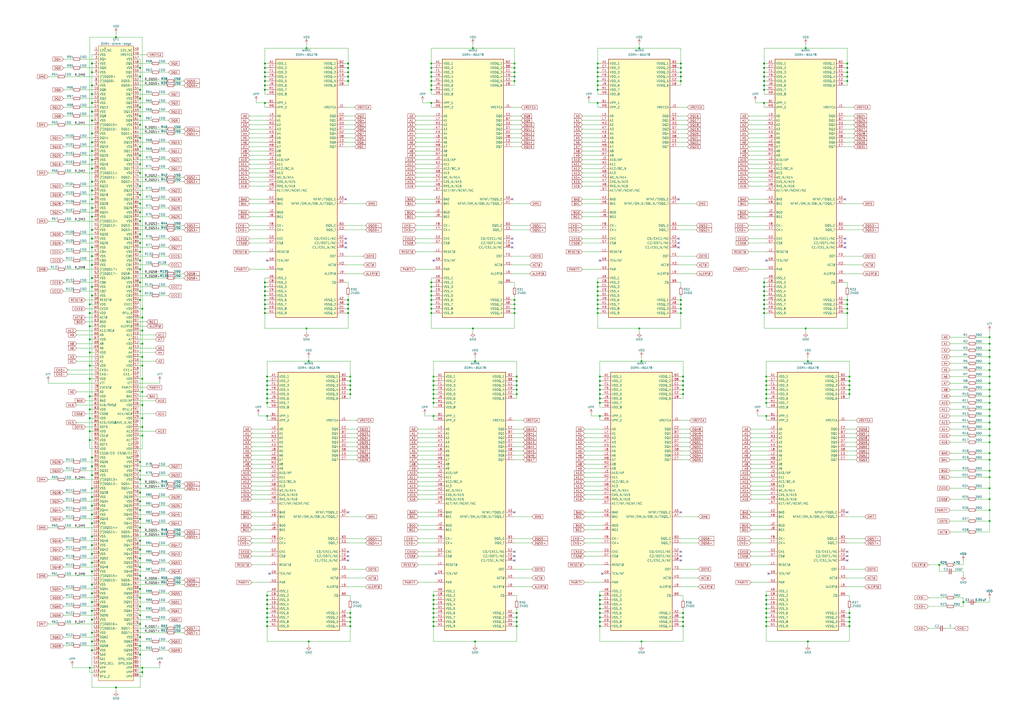
<source format=kicad_sch>
(kicad_sch (version 20231120) (generator "eeschema") (generator_version "8.0")
  (paper "A2")
  (title_block (title "Wifi-DDR4-UDIMM") (company "WifiCable"))
  (junction (at 53.34 270.51))
  (junction (at 153.67 168.91))
  (junction (at 444.5 220.98))
  (junction (at 346.71 176.53))
  (junction (at 52.07 189.23))
  (junction (at 81.28 374.65))
  (junction (at -43.18 156.21))
  (junction (at 443.23 44.45))
  (junction (at 82.55 242.57))
  (junction (at 443.23 52.07))
  (junction (at 81.28 346.71))
  (junction (at 250.19 166.37))
  (junction (at 394.97 179.07))
  (junction (at 203.2 363.22))
  (junction (at 81.28 118.11))
  (junction (at 574.04 302.26))
  (junction (at 82.55 184.15))
  (junction (at 201.93 181.61))
  (junction (at 574.04 289.56))
  (junction (at 250.19 163.83))
  (junction (at 250.19 41.91))
  (junction (at 154.94 363.22))
  (junction (at 443.23 41.91))
  (junction (at -91.44 161.29))
  (junction (at 81.28 267.97))
  (junction (at 492.76 220.98))
  (junction (at 53.34 64.77))
  (junction (at 443.23 179.07))
  (junction (at 251.46 360.68))
  (junction (at 443.23 168.91))
  (junction (at 53.34 349.25))
  (junction (at 346.71 52.07))
  (junction (at 81.28 341.63))
  (junction (at 81.28 156.21))
  (junction (at 203.2 226.06))
  (junction (at -43.18 146.05))
  (junction (at -91.44 168.91))
  (junction (at 574.04 226.06))
  (junction (at -91.44 148.59))
  (junction (at 82.55 199.39))
  (junction (at 53.34 377.19))
  (junction (at 53.34 359.41))
  (junction (at 153.67 166.37))
  (junction (at 298.45 39.37))
  (junction (at 370.84 27.94))
  (junction (at 574.04 252.73))
  (junction (at 153.67 176.53))
  (junction (at 53.34 105.41))
  (junction (at 53.34 82.55))
  (junction (at 53.34 41.91))
  (junction (at 179.07 372.11))
  (junction (at -91.44 283.21))
  (junction (at 81.28 100.33))
  (junction (at 347.98 241.3))
  (junction (at 52.07 250.19))
  (junction (at 298.45 181.61))
  (junction (at 53.34 120.65))
  (junction (at 53.34 77.47))
  (junction (at 52.07 196.85))
  (junction (at 299.72 226.06))
  (junction (at 444.5 350.52))
  (junction (at 154.94 347.98))
  (junction (at 298.45 41.91))
  (junction (at 394.97 176.53))
  (junction (at 53.34 321.31))
  (junction (at 53.34 69.85))
  (junction (at 299.72 363.22))
  (junction (at -43.18 290.83))
  (junction (at 81.28 361.95))
  (junction (at -91.44 153.67))
  (junction (at 53.34 87.63))
  (junction (at 574.04 203.2))
  (junction (at -43.18 283.21))
  (junction (at -91.44 288.29))
  (junction (at 53.34 339.09))
  (junction (at -91.44 280.67))
  (junction (at 444.5 363.22))
  (junction (at 82.55 387.35))
  (junction (at 299.72 355.6))
  (junction (at 396.24 223.52))
  (junction (at 53.34 331.47))
  (junction (at 298.45 173.99))
  (junction (at 443.23 171.45))
  (junction (at 346.71 46.99))
  (junction (at 491.49 179.07))
  (junction (at 492.76 363.22))
  (junction (at 251.46 345.44))
  (junction (at 81.28 85.09))
  (junction (at 81.28 62.23))
  (junction (at 53.34 298.45))
  (junction (at 251.46 353.06))
  (junction (at 251.46 355.6))
  (junction (at 346.71 39.37))
  (junction (at -43.18 285.75))
  (junction (at 396.24 355.6))
  (junction (at 347.98 220.98))
  (junction (at 492.76 358.14))
  (junction (at -43.18 148.59))
  (junction (at 347.98 233.68))
  (junction (at 346.71 171.45))
  (junction (at 347.98 231.14))
  (junction (at 346.71 36.83))
  (junction (at 154.94 358.14))
  (junction (at 299.72 358.14))
  (junction (at 444.5 233.68))
  (junction (at 153.67 171.45))
  (junction (at 81.28 72.39))
  (junction (at 67.31 398.78))
  (junction (at 250.19 44.45))
  (junction (at 67.31 21.59))
  (junction (at 396.24 360.68))
  (junction (at 82.55 212.09))
  (junction (at 81.28 140.97))
  (junction (at 154.94 220.98))
  (junction (at 444.5 353.06))
  (junction (at 203.2 218.44))
  (junction (at 154.94 350.52))
  (junction (at 53.34 354.33))
  (junction (at 154.94 353.06))
  (junction (at 443.23 46.99))
  (junction (at 250.19 39.37))
  (junction (at 443.23 49.53))
  (junction (at 53.34 275.59))
  (junction (at 53.34 36.83))
  (junction (at 394.97 173.99))
  (junction (at 251.46 218.44))
  (junction (at 82.55 219.71))
  (junction (at 154.94 233.68))
  (junction (at 251.46 241.3))
  (junction (at 203.2 228.6))
  (junction (at 52.07 204.47))
  (junction (at 53.34 125.73))
  (junction (at 574.04 222.25))
  (junction (at 203.2 220.98))
  (junction (at 177.8 190.5))
  (junction (at 444.5 345.44))
  (junction (at 443.23 36.83))
  (junction (at 574.04 214.63))
  (junction (at 201.93 46.99))
  (junction (at 81.28 128.27))
  (junction (at 574.04 207.01))
  (junction (at 82.55 234.95))
  (junction (at 574.04 295.91))
  (junction (at 53.34 367.03))
  (junction (at 81.28 334.01))
  (junction (at 467.36 27.94))
  (junction (at 394.97 44.45))
  (junction (at 251.46 350.52))
  (junction (at 396.24 220.98))
  (junction (at 274.32 190.5))
  (junction (at 81.28 313.69))
  (junction (at 396.24 228.6))
  (junction (at 347.98 347.98))
  (junction (at 53.34 316.23))
  (junction (at 346.71 163.83))
  (junction (at 81.28 107.95))
  (junction (at 81.28 318.77))
  (junction (at 394.97 181.61))
  (junction (at 53.34 344.17))
  (junction (at 154.94 226.06))
  (junction (at 347.98 228.6))
  (junction (at 298.45 46.99))
  (junction (at 53.34 303.53))
  (junction (at 299.72 360.68))
  (junction (at 201.93 36.83))
  (junction (at 544.83 327.66))
  (junction (at 81.28 168.91))
  (junction (at 298.45 44.45))
  (junction (at 52.07 229.87))
  (junction (at 154.94 345.44))
  (junction (at -43.18 288.29))
  (junction (at 444.5 226.06))
  (junction (at 81.28 44.45))
  (junction (at 444.5 228.6))
  (junction (at 574.04 276.86))
  (junction (at 370.84 190.5))
  (junction (at 491.49 44.45))
  (junction (at 443.23 181.61))
  (junction (at 52.07 237.49))
  (junction (at 81.28 52.07))
  (junction (at 346.71 166.37))
  (junction (at 347.98 355.6))
  (junction (at 154.94 355.6))
  (junction (at 574.04 283.21))
  (junction (at 82.55 207.01))
  (junction (at 81.28 67.31))
  (junction (at 53.34 265.43))
  (junction (at 53.34 311.15))
  (junction (at 201.93 41.91))
  (junction (at 251.46 233.68))
  (junction (at -91.44 273.05))
  (junction (at 347.98 218.44))
  (junction (at 81.28 379.73))
  (junction (at 347.98 226.06))
  (junction (at 153.67 49.53))
  (junction (at 492.76 360.68))
  (junction (at 154.94 231.14))
  (junction (at 492.76 228.6))
  (junction (at 394.97 36.83))
  (junction (at 203.2 358.14))
  (junction (at 491.49 181.61))
  (junction (at 444.5 218.44))
  (junction (at 81.28 163.83))
  (junction (at 53.34 283.21))
  (junction (at 53.34 293.37))
  (junction (at 153.67 39.37))
  (junction (at 53.34 166.37))
  (junction (at 82.55 179.07))
  (junction (at 81.28 90.17))
  (junction (at -43.18 151.13))
  (junction (at 298.45 176.53))
  (junction (at 153.67 179.07))
  (junction (at 81.28 295.91))
  (junction (at 53.34 97.79))
  (junction (at 491.49 173.99))
  (junction (at 201.93 44.45))
  (junction (at 203.2 223.52))
  (junction (at 201.93 173.99))
  (junction (at 574.04 218.44))
  (junction (at 443.23 163.83))
  (junction (at 82.55 191.77))
  (junction (at 491.49 41.91))
  (junction (at 574.04 266.7))
  (junction (at 574.04 241.3))
  (junction (at 299.72 223.52))
  (junction (at 251.46 231.14))
  (junction (at 81.28 328.93))
  (junction (at 444.5 358.14))
  (junction (at 81.28 273.05))
  (junction (at 443.23 59.69))
  (junction (at 444.5 241.3))
  (junction (at 574.04 273.05))
  (junction (at 179.07 209.55))
  (junction (at 52.07 181.61))
  (junction (at 250.19 176.53))
  (junction (at 492.76 226.06))
  (junction (at 468.63 209.55))
  (junction (at 346.71 179.07))
  (junction (at 574.04 233.68))
  (junction (at 396.24 358.14))
  (junction (at 346.71 59.69))
  (junction (at 52.07 176.53))
  (junction (at 201.93 39.37))
  (junction (at 81.28 290.83))
  (junction (at 346.71 41.91))
  (junction (at 81.28 323.85))
  (junction (at 396.24 218.44))
  (junction (at 251.46 358.14))
  (junction (at 299.72 228.6))
  (junction (at 492.76 223.52))
  (junction (at 574.04 229.87))
  (junction (at 298.45 179.07))
  (junction (at 81.28 80.01))
  (junction (at 468.63 372.11))
  (junction (at 491.49 176.53))
  (junction (at 53.34 326.39))
  (junction (at 201.93 176.53))
  (junction (at 574.04 256.54))
  (junction (at 492.76 355.6))
  (junction (at 53.34 49.53))
  (junction (at 444.5 347.98))
  (junction (at 574.04 210.82))
  (junction (at 154.94 218.44))
  (junction (at 153.67 41.91))
  (junction (at -91.44 158.75))
  (junction (at 443.23 173.99))
  (junction (at 154.94 228.6))
  (junction (at 154.94 241.3))
  (junction (at 53.34 54.61))
  (junction (at 81.28 278.13))
  (junction (at 347.98 360.68))
  (junction (at 82.55 247.65))
  (junction (at 251.46 228.6))
  (junction (at 251.46 363.22))
  (junction (at 251.46 223.52))
  (junction (at 491.49 46.99))
  (junction (at -67.31 299.72))
  (junction (at 53.34 171.45))
  (junction (at 250.19 49.53))
  (junction (at 443.23 39.37))
  (junction (at 396.24 363.22))
  (junction (at 346.71 49.53))
  (junction (at -91.44 275.59))
  (junction (at 81.28 285.75))
  (junction (at 250.19 46.99))
  (junction (at -91.44 151.13))
  (junction (at 201.93 179.07))
  (junction (at 53.34 143.51))
  (junction (at 346.71 173.99))
  (junction (at 372.11 209.55))
  (junction (at 346.71 181.61))
  (junction (at 81.28 151.13))
  (junction (at 52.07 387.35))
  (junction (at 275.59 209.55))
  (junction (at 394.97 46.99))
  (junction (at 81.28 356.87))
  (junction (at 53.34 138.43))
  (junction (at 81.28 135.89))
  (junction (at 153.67 59.69))
  (junction (at 394.97 39.37))
  (junction (at 81.28 123.19))
  (junction (at 153.67 46.99))
  (junction (at 443.23 176.53))
  (junction (at 52.07 219.71))
  (junction (at 251.46 226.06))
  (junction (at 444.5 231.14))
  (junction (at -67.31 137.16))
  (junction (at -91.44 285.75))
  (junction (at 153.67 52.07))
  (junction (at 491.49 39.37))
  (junction (at 177.8 27.94))
  (junction (at 153.67 173.99))
  (junction (at 52.07 242.57))
  (junction (at -91.44 156.21))
  (junction (at 53.34 288.29))
  (junction (at 81.28 39.37))
  (junction (at 574.04 262.89))
  (junction (at 299.72 218.44))
  (junction (at 81.28 146.05))
  (junction (at 81.28 95.25))
  (junction (at 81.28 351.79))
  (junction (at 250.19 59.69))
  (junction (at 53.34 372.11))
  (junction (at 52.07 212.09))
  (junction (at 347.98 353.06))
  (junction (at 153.67 36.83))
  (junction (at 346.71 44.45))
  (junction (at 82.55 227.33))
  (junction (at 444.5 355.6))
  (junction (at 347.98 223.52))
  (junction (at 53.34 110.49))
  (junction (at -43.18 153.67))
  (junction (at 153.67 163.83))
  (junction (at 203.2 355.6))
  (junction (at 346.71 168.91))
  (junction (at 203.2 360.68))
  (junction (at 53.34 148.59))
  (junction (at 372.11 372.11))
  (junction (at -91.44 278.13))
  (junction (at 81.28 113.03))
  (junction (at 574.04 199.39))
  (junction (at 250.19 173.99))
  (junction (at 574.04 195.58))
  (junction (at 53.34 115.57))
  (junction (at 81.28 306.07))
  (junction (at 275.59 372.11))
  (junction (at 396.24 226.06))
  (junction (at 574.04 237.49))
  (junction (at 251.46 220.98))
  (junction (at 81.28 300.99))
  (junction (at 250.19 52.07))
  (junction (at 52.07 255.27))
  (junction (at 153.67 44.45))
  (junction (at 53.34 153.67))
  (junction (at 53.34 161.29))
  (junction (at 574.04 248.92))
  (junction (at 299.72 220.98))
  (junction (at 154.94 360.68))
  (junction (at 81.28 57.15))
  (junction (at 82.55 389.89))
  (junction (at 53.34 133.35))
  (junction (at 467.36 190.5))
  (junction (at 250.19 179.07))
  (junction (at 443.23 166.37))
  (junction (at 444.5 223.52))
  (junction (at 81.28 369.57))
  (junction (at 154.94 223.52))
  (junction (at 347.98 345.44))
  (junction (at 394.97 41.91))
  (junction (at 250.19 171.45))
  (junction (at -91.44 290.83))
  (junction (at 347.98 350.52))
  (junction (at 153.67 181.61))
  (junction (at 347.98 363.22))
  (junction (at 491.49 36.83))
  (junction (at 492.76 218.44))
  (junction (at 250.19 168.91))
  (junction (at 251.46 347.98))
  (junction (at 250.19 36.83))
  (junction (at 274.32 27.94))
  (junction (at 53.34 59.69))
  (junction (at 82.55 252.73))
  (junction (at 574.04 245.11))
  (junction (at 81.28 173.99))
  (junction (at 444.5 360.68))
  (junction (at 347.98 358.14))
  (junction (at 298.45 36.83))
  (junction (at 558.8 349.25))
  (junction (at 53.34 92.71))
  (junction (at -91.44 146.05))
  (junction (at 250.19 181.61))
  (no_connect (at 393.7 115.57))
  (no_connect (at 445.77 332.74))
  (no_connect (at 393.7 138.43))
  (no_connect (at 491.49 322.58))
  (no_connect (at 297.18 138.43))
  (no_connect (at 297.18 115.57))
  (no_connect (at 491.49 320.04))
  (no_connect (at 252.73 332.74))
  (no_connect (at 490.22 138.43))
  (no_connect (at 200.66 140.97))
  (no_connect (at 201.93 325.12))
  (no_connect (at 298.45 325.12))
  (no_connect (at 394.97 297.18))
  (no_connect (at -44.45 224.79))
  (no_connect (at 349.25 332.74))
  (no_connect (at 297.18 140.97))
  (no_connect (at 297.18 143.51))
  (no_connect (at 156.21 332.74))
  (no_connect (at -44.45 252.73))
  (no_connect (at 490.22 115.57))
  (no_connect (at 347.98 151.13))
  (no_connect (at 251.46 151.13))
  (no_connect (at 200.66 138.43))
  (no_connect (at 394.97 325.12))
  (no_connect (at 490.22 143.51))
  (no_connect (at 298.45 297.18))
  (no_connect (at 491.49 297.18))
  (no_connect (at 444.5 151.13))
  (no_connect (at 201.93 297.18))
  (no_connect (at 298.45 320.04))
  (no_connect (at 394.97 320.04))
  (no_connect (at 201.93 322.58))
  (no_connect (at 154.94 151.13))
  (no_connect (at 491.49 325.12))
  (no_connect (at 298.45 322.58))
  (no_connect (at 490.22 140.97))
  (no_connect (at 200.66 143.51))
  (no_connect (at 200.66 115.57))
  (no_connect (at -44.45 250.19))
  (no_connect (at 394.97 322.58))
  (no_connect (at 393.7 140.97))
  (no_connect (at -44.45 247.65))
  (no_connect (at 393.7 143.51))
  (no_connect (at -90.17 260.35))
  (no_connect (at 201.93 320.04))
  (wire (pts (xy 347.98 226.06) (xy 347.98 228.6)))
  (wire (pts (xy 252.73 243.84) (xy 251.46 243.84)))
  (wire (pts (xy 207.01 243.84) (xy 201.93 243.84)))
  (wire (pts (xy 347.98 46.99) (xy 346.71 46.99)))
  (wire (pts (xy 148.59 59.69) (xy 153.67 59.69)))
  (wire (pts (xy 435.61 312.42) (xy 445.77 312.42)))
  (wire (pts (xy 53.34 77.47) (xy 53.34 82.55)))
  (wire (pts (xy -44.45 288.29) (xy -43.18 288.29)))
  (wire (pts (xy 81.28 163.83) (xy 81.28 168.91)))
  (wire (pts (xy 106.68 46.99) (xy 101.6 46.99)))
  (wire (pts (xy 251.46 223.52) (xy 251.46 226.06)))
  (wire (pts (xy 435.61 251.46) (xy 445.77 251.46)))
  (wire (pts (xy 85.09 189.23) (xy 80.01 189.23)))
  (wire (pts (xy 154.94 243.84) (xy 154.94 241.3)))
  (wire (pts (xy 96.52 102.87) (xy 80.01 102.87)))
  (wire (pts (xy 346.71 46.99) (xy 346.71 49.53)))
  (wire (pts (xy 154.94 44.45) (xy 153.67 44.45)))
  (wire (pts (xy 490.22 158.75) (xy 500.38 158.75)))
  (wire (pts (xy 97.79 120.65) (xy 92.71 120.65)))
  (wire (pts (xy 46.99 95.25) (xy 54.61 95.25)))
  (wire (pts (xy 496.57 254) (xy 491.49 254)))
  (wire (pts (xy 54.61 250.19) (xy 52.07 250.19)))
  (wire (pts (xy 337.82 95.25) (xy 347.98 95.25)))
  (wire (pts (xy 339.09 287.02) (xy 349.25 287.02)))
  (wire (pts (xy 574.04 262.89) (xy 574.04 266.7)))
  (wire (pts (xy 144.78 140.97) (xy 154.94 140.97)))
  (wire (pts (xy 251.46 342.9) (xy 251.46 345.44)))
  (wire (pts (xy 337.82 130.81) (xy 347.98 130.81)))
  (wire (pts (xy 394.97 171.45) (xy 394.97 173.99)))
  (wire (pts (xy 490.22 36.83) (xy 491.49 36.83)))
  (wire (pts (xy 49.53 186.69) (xy 54.61 186.69)))
  (wire (pts (xy 251.46 243.84) (xy 251.46 241.3)))
  (wire (pts (xy 435.61 254) (xy 445.77 254)))
  (wire (pts (xy 36.83 95.25) (xy 41.91 95.25)))
  (wire (pts (xy 252.73 223.52) (xy 251.46 223.52)))
  (wire (pts (xy 298.45 46.99) (xy 298.45 44.45)))
  (wire (pts (xy 302.26 77.47) (xy 297.18 77.47)))
  (wire (pts (xy 81.28 361.95) (xy 81.28 369.57)))
  (wire (pts (xy 250.19 173.99) (xy 250.19 176.53)))
  (wire (pts (xy 394.97 220.98) (xy 396.24 220.98)))
  (wire (pts (xy 435.61 248.92) (xy 445.77 248.92)))
  (wire (pts (xy 444.5 223.52) (xy 444.5 226.06)))
  (wire (pts (xy 308.61 314.96) (xy 298.45 314.96)))
  (wire (pts (xy 443.23 181.61) (xy 443.23 190.5)))
  (wire (pts (xy 250.19 163.83) (xy 250.19 166.37)))
  (wire (pts (xy -43.18 151.13) (xy -43.18 148.59)))
  (wire (pts (xy 203.2 345.44) (xy 203.2 347.98)))
  (wire (pts (xy -91.44 285.75) (xy -91.44 288.29)))
  (wire (pts (xy 252.73 314.96) (xy 242.57 314.96)))
  (wire (pts (xy 400.05 248.92) (xy 394.97 248.92)))
  (wire (pts (xy 298.45 39.37) (xy 298.45 36.83)))
  (wire (pts (xy 495.3 82.55) (xy 490.22 82.55)))
  (wire (pts (xy 445.77 347.98) (xy 444.5 347.98)))
  (wire (pts (xy 106.68 102.87) (xy 101.6 102.87)))
  (wire (pts (xy 434.34 67.31) (xy 444.5 67.31)))
  (wire (pts (xy 49.53 179.07) (xy 54.61 179.07)))
  (wire (pts (xy 242.57 261.62) (xy 252.73 261.62)))
  (wire (pts (xy 394.97 173.99) (xy 393.7 173.99)))
  (wire (pts (xy 372.11 374.65) (xy 372.11 372.11)))
  (wire (pts (xy 443.23 173.99) (xy 443.23 176.53)))
  (wire (pts (xy 337.82 97.79) (xy 347.98 97.79)))
  (wire (pts (xy 339.09 299.72) (xy 349.25 299.72)))
  (wire (pts (xy 500.38 133.35) (xy 490.22 133.35)))
  (wire (pts (xy 500.38 118.11) (xy 490.22 118.11)))
  (wire (pts (xy 558.8 334.01) (xy 558.8 331.47)))
  (wire (pts (xy 156.21 353.06) (xy 154.94 353.06)))
  (wire (pts (xy 201.93 44.45) (xy 201.93 41.91)))
  (wire (pts (xy 298.45 363.22) (xy 299.72 363.22)))
  (wire (pts (xy 97.79 349.25) (xy 92.71 349.25)))
  (wire (pts (xy 398.78 85.09) (xy 393.7 85.09)))
  (wire (pts (xy 558.8 327.66) (xy 553.72 327.66)))
  (wire (pts (xy 299.72 228.6) (xy 299.72 226.06)))
  (wire (pts (xy -100.33 181.61) (xy -90.17 181.61)))
  (wire (pts (xy 346.71 44.45) (xy 346.71 46.99)))
  (wire (pts (xy 44.45 209.55) (xy 54.61 209.55)))
  (wire (pts (xy 394.97 358.14) (xy 396.24 358.14)))
  (wire (pts (xy 396.24 220.98) (xy 396.24 218.44)))
  (wire (pts (xy 443.23 176.53) (xy 443.23 179.07)))
  (wire (pts (xy 396.24 360.68) (xy 396.24 358.14)))
  (wire (pts (xy 46.99 62.23) (xy 54.61 62.23)))
  (wire (pts (xy 347.98 228.6) (xy 347.98 231.14)))
  (wire (pts (xy 298.45 41.91) (xy 298.45 39.37)))
  (wire (pts (xy 394.97 41.91) (xy 394.97 39.37)))
  (wire (pts (xy 241.3 100.33) (xy 251.46 100.33)))
  (wire (pts (xy 210.82 148.59) (xy 200.66 148.59)))
  (wire (pts (xy -44.45 158.75) (xy -43.18 158.75)))
  (wire (pts (xy 574.04 218.44) (xy 574.04 214.63)))
  (wire (pts (xy 434.34 82.55) (xy 444.5 82.55)))
  (wire (pts (xy 54.61 105.41) (xy 53.34 105.41)))
  (wire (pts (xy 242.57 320.04) (xy 252.73 320.04)))
  (wire (pts (xy 501.65 299.72) (xy 491.49 299.72)))
  (wire (pts (xy 551.18 203.2) (xy 561.34 203.2)))
  (wire (pts (xy 538.48 364.49) (xy 543.56 364.49)))
  (wire (pts (xy 396.24 372.11) (xy 396.24 363.22)))
  (wire (pts (xy 250.19 168.91) (xy 250.19 171.45)))
  (wire (pts (xy 250.19 27.94) (xy 274.32 27.94)))
  (wire (pts (xy 346.71 163.83) (xy 346.71 166.37)))
  (wire (pts (xy 241.3 130.81) (xy 251.46 130.81)))
  (wire (pts (xy 80.01 199.39) (xy 82.55 199.39)))
  (wire (pts (xy 54.61 138.43) (xy 53.34 138.43)))
  (wire (pts (xy 212.09 335.28) (xy 201.93 335.28)))
  (wire (pts (xy 298.45 163.83) (xy 298.45 166.37)))
  (wire (pts (xy 347.98 363.22) (xy 347.98 372.11)))
  (wire (pts (xy 96.52 158.75) (xy 80.01 158.75)))
  (wire (pts (xy 80.01 184.15) (xy 82.55 184.15)))
  (wire (pts (xy 146.05 248.92) (xy 156.21 248.92)))
  (wire (pts (xy 85.09 186.69) (xy 80.01 186.69)))
  (wire (pts (xy 81.28 34.29) (xy 81.28 39.37)))
  (wire (pts (xy 52.07 250.19) (xy 52.07 242.57)))
  (wire (pts (xy 241.3 90.17) (xy 251.46 90.17)))
  (wire (pts (xy 53.34 31.75) (xy 53.34 36.83)))
  (wire (pts (xy 467.36 193.04) (xy 467.36 190.5)))
  (wire (pts (xy 398.78 80.01) (xy 393.7 80.01)))
  (wire (pts (xy 200.66 36.83) (xy 201.93 36.83)))
  (wire (pts (xy 444.5 171.45) (xy 443.23 171.45)))
  (wire (pts (xy 347.98 133.35) (xy 337.82 133.35)))
  (wire (pts (xy 153.67 171.45) (xy 153.67 173.99)))
  (wire (pts (xy 54.61 288.29) (xy 53.34 288.29)))
  (wire (pts (xy 500.38 153.67) (xy 490.22 153.67)))
  (wire (pts (xy 201.93 176.53) (xy 201.93 173.99)))
  (wire (pts (xy 92.71 220.98) (xy 92.71 222.25)))
  (wire (pts (xy 349.25 342.9) (xy 347.98 342.9)))
  (wire (pts (xy 491.49 363.22) (xy 492.76 363.22)))
  (wire (pts (xy 275.59 374.65) (xy 275.59 372.11)))
  (wire (pts (xy 551.18 276.86) (xy 561.34 276.86)))
  (wire (pts (xy 339.09 254) (xy 349.25 254)))
  (wire (pts (xy 82.55 212.09) (xy 82.55 207.01)))
  (wire (pts (xy 200.66 49.53) (xy 201.93 49.53)))
  (wire (pts (xy 303.53 261.62) (xy 298.45 261.62)))
  (wire (pts (xy 337.82 69.85) (xy 347.98 69.85)))
  (wire (pts (xy 396.24 223.52) (xy 396.24 220.98)))
  (wire (pts (xy 444.5 179.07) (xy 443.23 179.07)))
  (wire (pts (xy 49.53 232.41) (xy 54.61 232.41)))
  (wire (pts (xy -91.44 278.13) (xy -91.44 280.67)))
  (wire (pts (xy 434.34 90.17) (xy 444.5 90.17)))
  (wire (pts (xy 491.49 231.14) (xy 492.76 231.14)))
  (wire (pts (xy 500.38 130.81) (xy 490.22 130.81)))
  (wire (pts (xy 242.57 281.94) (xy 252.73 281.94)))
  (wire (pts (xy 566.42 276.86) (xy 574.04 276.86)))
  (wire (pts (xy 96.52 311.15) (xy 80.01 311.15)))
  (wire (pts (xy -43.18 299.72) (xy -43.18 290.83)))
  (wire (pts (xy 242.57 327.66) (xy 252.73 327.66)))
  (wire (pts (xy 201.93 363.22) (xy 203.2 363.22)))
  (wire (pts (xy 80.01 374.65) (xy 81.28 374.65)))
  (wire (pts (xy 370.84 193.04) (xy 370.84 190.5)))
  (wire (pts (xy 347.98 209.55) (xy 347.98 218.44)))
  (wire (pts (xy 177.8 27.94) (xy 201.93 27.94)))
  (wire (pts (xy 80.01 95.25) (xy 81.28 95.25)))
  (wire (pts (xy -43.18 283.21) (xy -44.45 283.21)))
  (wire (pts (xy 242.57 266.7) (xy 252.73 266.7)))
  (wire (pts (xy 87.63 303.53) (xy 80.01 303.53)))
  (wire (pts (xy 201.93 220.98) (xy 203.2 220.98)))
  (wire (pts (xy 445.77 345.44) (xy 444.5 345.44)))
  (wire (pts (xy 443.23 52.07) (xy 443.23 54.61)))
  (wire (pts (xy 566.42 207.01) (xy 574.04 207.01)))
  (wire (pts (xy 396.24 218.44) (xy 396.24 209.55)))
  (wire (pts (xy 347.98 233.68) (xy 347.98 236.22)))
  (wire (pts (xy -39.37 184.15) (xy -44.45 184.15)))
  (wire (pts (xy 96.52 280.67) (xy 80.01 280.67)))
  (wire (pts (xy 396.24 228.6) (xy 396.24 226.06)))
  (wire (pts (xy 251.46 345.44) (xy 251.46 347.98)))
  (wire (pts (xy 46.99 146.05) (xy 54.61 146.05)))
  (wire (pts (xy 403.86 133.35) (xy 393.7 133.35)))
  (wire (pts (xy 81.28 52.07) (xy 81.28 57.15)))
  (wire (pts (xy 241.3 92.71) (xy 251.46 92.71)))
  (wire (pts (xy 81.28 57.15) (xy 81.28 62.23)))
  (wire (pts (xy 347.98 243.84) (xy 347.98 241.3)))
  (wire (pts (xy 339.09 251.46) (xy 349.25 251.46)))
  (wire (pts (xy 337.82 82.55) (xy 347.98 82.55)))
  (wire (pts (xy 203.2 231.14) (xy 203.2 228.6)))
  (wire (pts (xy 496.57 243.84) (xy 491.49 243.84)))
  (wire (pts (xy 574.04 237.49) (xy 574.04 233.68)))
  (wire (pts (xy 97.79 36.83) (xy 92.71 36.83)))
  (wire (pts (xy 250.19 52.07) (xy 250.19 54.61)))
  (wire (pts (xy 241.3 115.57) (xy 251.46 115.57)))
  (wire (pts (xy -91.44 156.21) (xy -91.44 158.75)))
  (wire (pts (xy 491.49 228.6) (xy 492.76 228.6)))
  (wire (pts (xy 443.23 59.69) (xy 444.5 59.69)))
  (wire (pts (xy 342.9 240.03) (xy 342.9 241.3)))
  (wire (pts (xy 97.79 293.37) (xy 92.71 293.37)))
  (wire (pts (xy 444.5 62.23) (xy 443.23 62.23)))
  (wire (pts (xy 242.57 276.86) (xy 252.73 276.86)))
  (wire (pts (xy 252.73 347.98) (xy 251.46 347.98)))
  (wire (pts (xy 445.77 360.68) (xy 444.5 360.68)))
  (wire (pts (xy 347.98 345.44) (xy 347.98 347.98)))
  (wire (pts (xy 337.82 107.95) (xy 347.98 107.95)))
  (wire (pts (xy 337.82 102.87) (xy 347.98 102.87)))
  (wire (pts (xy 49.53 247.65) (xy 54.61 247.65)))
  (wire (pts (xy 144.78 100.33) (xy 154.94 100.33)))
  (wire (pts (xy 346.71 36.83) (xy 346.71 39.37)))
  (wire (pts (xy 207.01 261.62) (xy 201.93 261.62)))
  (wire (pts (xy 435.61 256.54) (xy 445.77 256.54)))
  (wire (pts (xy -43.18 156.21) (xy -43.18 153.67)))
  (wire (pts (xy -100.33 240.03) (xy -90.17 240.03)))
  (wire (pts (xy 82.55 184.15) (xy 82.55 191.77)))
  (wire (pts (xy 53.34 87.63) (xy 53.34 92.71)))
  (wire (pts (xy 443.23 62.23) (xy 443.23 59.69)))
  (wire (pts (xy 434.34 92.71) (xy 444.5 92.71)))
  (wire (pts (xy 251.46 49.53) (xy 250.19 49.53)))
  (wire (pts (xy 80.01 151.13) (xy 81.28 151.13)))
  (wire (pts (xy 252.73 231.14) (xy 251.46 231.14)))
  (wire (pts (xy 574.04 245.11) (xy 574.04 241.3)))
  (wire (pts (xy 337.82 156.21) (xy 347.98 156.21)))
  (wire (pts (xy 444.5 218.44) (xy 444.5 220.98)))
  (wire (pts (xy 303.53 266.7) (xy 298.45 266.7)))
  (wire (pts (xy -90.17 285.75) (xy -91.44 285.75)))
  (wire (pts (xy 54.61 321.31) (xy 53.34 321.31)))
  (wire (pts (xy 242.57 337.82) (xy 252.73 337.82)))
  (wire (pts (xy -91.44 153.67) (xy -91.44 156.21)))
  (wire (pts (xy 146.05 256.54) (xy 156.21 256.54)))
  (wire (pts (xy 97.79 54.61) (xy 92.71 54.61)))
  (wire (pts (xy 96.52 367.03) (xy 80.01 367.03)))
  (wire (pts (xy 501.65 312.42) (xy 491.49 312.42)))
  (wire (pts (xy 566.42 262.89) (xy 574.04 262.89)))
  (wire (pts (xy 538.48 346.71) (xy 548.64 346.71)))
  (wire (pts (xy -91.44 283.21) (xy -91.44 285.75)))
  (wire (pts (xy 444.5 347.98) (xy 444.5 350.52)))
  (wire (pts (xy -34.29 262.89) (xy -44.45 262.89)))
  (wire (pts (xy 27.94 44.45) (xy 33.02 44.45)))
  (wire (pts (xy 179.07 207.01) (xy 179.07 209.55)))
  (wire (pts (xy 444.5 345.44) (xy 444.5 347.98)))
  (wire (pts (xy 46.99 356.87) (xy 54.61 356.87)))
  (wire (pts (xy 156.21 233.68) (xy 154.94 233.68)))
  (wire (pts (xy 251.46 218.44) (xy 251.46 220.98)))
  (wire (pts (xy 54.61 125.73) (xy 53.34 125.73)))
  (wire (pts (xy 80.01 219.71) (xy 82.55 219.71)))
  (wire (pts (xy 434.34 100.33) (xy 444.5 100.33)))
  (wire (pts (xy 298.45 49.53) (xy 298.45 46.99)))
  (wire (pts (xy 339.09 248.92) (xy 349.25 248.92)))
  (wire (pts (xy 81.28 95.25) (xy 81.28 100.33)))
  (wire (pts (xy 435.61 279.4) (xy 445.77 279.4)))
  (wire (pts (xy 81.28 173.99) (xy 81.28 267.97)))
  (wire (pts (xy 81.28 351.79) (xy 81.28 356.87)))
  (wire (pts (xy 44.45 234.95) (xy 54.61 234.95)))
  (wire (pts (xy 80.01 278.13) (xy 81.28 278.13)))
  (wire (pts (xy 80.01 171.45) (xy 87.63 171.45)))
  (wire (pts (xy 566.42 229.87) (xy 574.04 229.87)))
  (wire (pts (xy 53.34 265.43) (xy 53.34 270.51)))
  (wire (pts (xy 106.68 161.29) (xy 101.6 161.29)))
  (wire (pts (xy 96.52 77.47) (xy 80.01 77.47)))
  (wire (pts (xy 154.94 241.3) (xy 156.21 241.3)))
  (wire (pts (xy -44.45 285.75) (xy -43.18 285.75)))
  (wire (pts (xy 53.34 153.67) (xy 53.34 161.29)))
  (wire (pts (xy 308.61 299.72) (xy 298.45 299.72)))
  (wire (pts (xy 144.78 67.31) (xy 154.94 67.31)))
  (wire (pts (xy 144.78 77.47) (xy 154.94 77.47)))
  (wire (pts (xy 154.94 353.06) (xy 154.94 355.6)))
  (wire (pts (xy 80.01 80.01) (xy 81.28 80.01)))
  (wire (pts (xy 445.77 314.96) (xy 435.61 314.96)))
  (wire (pts (xy 252.73 236.22) (xy 251.46 236.22)))
  (wire (pts (xy 54.61 219.71) (xy 52.07 219.71)))
  (wire (pts (xy 548.64 331.47) (xy 544.83 331.47)))
  (wire (pts (xy 92.71 386.08) (xy 92.71 387.35)))
  (wire (pts (xy 544.83 331.47) (xy 544.83 327.66)))
  (wire (pts (xy 205.74 72.39) (xy 200.66 72.39)))
  (wire (pts (xy 97.79 59.69) (xy 92.71 59.69)))
  (wire (pts (xy 298.45 226.06) (xy 299.72 226.06)))
  (wire (pts (xy 36.83 118.11) (xy 41.91 118.11)))
  (wire (pts (xy 444.5 363.22) (xy 444.5 372.11)))
  (wire (pts (xy 303.53 251.46) (xy 298.45 251.46)))
  (wire (pts (xy 52.07 255.27) (xy 52.07 250.19)))
  (wire (pts (xy 398.78 62.23) (xy 393.7 62.23)))
  (wire (pts (xy 349.25 226.06) (xy 347.98 226.06)))
  (wire (pts (xy 346.71 59.69) (xy 347.98 59.69)))
  (wire (pts (xy 434.34 105.41) (xy 444.5 105.41)))
  (wire (pts (xy 53.34 161.29) (xy 53.34 166.37)))
  (wire (pts (xy 97.79 331.47) (xy 92.71 331.47)))
  (wire (pts (xy 144.78 74.93) (xy 154.94 74.93)))
  (wire (pts (xy 201.93 39.37) (xy 201.93 36.83)))
  (wire (pts (xy 251.46 133.35) (xy 241.3 133.35)))
  (wire (pts (xy 496.57 261.62) (xy 491.49 261.62)))
  (wire (pts (xy 558.8 325.12) (xy 558.8 327.66)))
  (wire (pts (xy 444.5 220.98) (xy 444.5 223.52)))
  (wire (pts (xy 46.99 118.11) (xy 54.61 118.11)))
  (wire (pts (xy 53.34 110.49) (xy 53.34 115.57)))
  (wire (pts (xy 491.49 41.91) (xy 491.49 39.37)))
  (wire (pts (xy 46.99 39.37) (xy 54.61 39.37)))
  (wire (pts (xy 496.57 248.92) (xy 491.49 248.92)))
  (wire (pts (xy 491.49 181.61) (xy 491.49 179.07)))
  (wire (pts (xy 370.84 190.5) (xy 394.97 190.5)))
  (wire (pts (xy 443.23 44.45) (xy 443.23 46.99)))
  (wire (pts (xy 53.34 92.71) (xy 53.34 97.79)))
  (wire (pts (xy -43.18 148.59) (xy -43.18 146.05)))
  (wire (pts (xy 250.19 27.94) (xy 250.19 36.83)))
  (wire (pts (xy 80.01 300.99) (xy 81.28 300.99)))
  (wire (pts (xy 203.2 228.6) (xy 203.2 226.06)))
  (wire (pts (xy 81.28 44.45) (xy 81.28 52.07)))
  (wire (pts (xy 54.61 168.91) (xy 46.99 168.91)))
  (wire (pts (xy 252.73 355.6) (xy 251.46 355.6)))
  (wire (pts (xy 574.04 273.05) (xy 574.04 276.86)))
  (wire (pts (xy 80.01 123.19) (xy 81.28 123.19)))
  (wire (pts (xy 36.83 369.57) (xy 41.91 369.57)))
  (wire (pts (xy 434.34 146.05) (xy 444.5 146.05)))
  (wire (pts (xy 242.57 287.02) (xy 252.73 287.02)))
  (wire (pts (xy 106.68 367.03) (xy 101.6 367.03)))
  (wire (pts (xy 242.57 248.92) (xy 252.73 248.92)))
  (wire (pts (xy 80.01 107.95) (xy 81.28 107.95)))
  (wire (pts (xy 299.72 353.06) (xy 299.72 355.6)))
  (wire (pts (xy 144.78 80.01) (xy 154.94 80.01)))
  (wire (pts (xy 53.34 148.59) (xy 53.34 153.67)))
  (wire (pts (xy 80.01 341.63) (xy 81.28 341.63)))
  (wire (pts (xy 347.98 49.53) (xy 346.71 49.53)))
  (wire (pts (xy 81.28 39.37) (xy 81.28 44.45)))
  (wire (pts (xy 54.61 377.19) (xy 53.34 377.19)))
  (wire (pts (xy -90.17 275.59) (xy -91.44 275.59)))
  (wire (pts (xy 299.72 231.14) (xy 299.72 228.6)))
  (wire (pts (xy 490.22 163.83) (xy 491.49 163.83)))
  (wire (pts (xy 370.84 25.4) (xy 370.84 27.94)))
  (wire (pts (xy 38.1 361.95) (xy 54.61 361.95)))
  (wire (pts (xy 403.86 118.11) (xy 393.7 118.11)))
  (wire (pts (xy 41.91 168.91) (xy 36.83 168.91)))
  (wire (pts (xy 154.94 62.23) (xy 153.67 62.23)))
  (wire (pts (xy 241.3 67.31) (xy 251.46 67.31)))
  (wire (pts (xy 251.46 173.99) (xy 250.19 173.99)))
  (wire (pts (xy 156.21 220.98) (xy 154.94 220.98)))
  (wire (pts (xy 246.38 240.03) (xy 246.38 241.3)))
  (wire (pts (xy 544.83 327.66) (xy 538.48 327.66)))
  (wire (pts (xy 251.46 360.68) (xy 251.46 363.22)))
  (wire (pts (xy 154.94 36.83) (xy 153.67 36.83)))
  (wire (pts (xy -100.33 214.63) (xy -90.17 214.63)))
  (wire (pts (xy 339.09 261.62) (xy 349.25 261.62)))
  (wire (pts (xy 46.99 295.91) (xy 54.61 295.91)))
  (wire (pts (xy 337.82 77.47) (xy 347.98 77.47)))
  (wire (pts (xy 53.34 54.61) (xy 53.34 59.69)))
  (wire (pts (xy 495.3 74.93) (xy 490.22 74.93)))
  (wire (pts (xy 339.09 274.32) (xy 349.25 274.32)))
  (wire (pts (xy 346.71 161.29) (xy 346.71 163.83)))
  (wire (pts (xy 298.45 44.45) (xy 298.45 41.91)))
  (wire (pts (xy 97.79 288.29) (xy 92.71 288.29)))
  (wire (pts (xy 398.78 67.31) (xy 393.7 67.31)))
  (wire (pts (xy 298.45 171.45) (xy 298.45 173.99)))
  (wire (pts (xy 574.04 262.89) (xy 574.04 256.54)))
  (wire (pts (xy 53.34 97.79) (xy 53.34 105.41)))
  (wire (pts (xy 97.79 138.43) (xy 92.71 138.43)))
  (wire (pts (xy 205.74 80.01) (xy 200.66 80.01)))
  (wire (pts (xy 551.18 256.54) (xy 561.34 256.54)))
  (wire (pts (xy -100.33 265.43) (xy -90.17 265.43)))
  (wire (pts (xy 468.63 374.65) (xy 468.63 372.11)))
  (wire (pts (xy 394.97 363.22) (xy 396.24 363.22)))
  (wire (pts (xy 495.3 62.23) (xy 490.22 62.23)))
  (wire (pts (xy 393.7 179.07) (xy 394.97 179.07)))
  (wire (pts (xy 81.28 346.71) (xy 81.28 351.79)))
  (wire (pts (xy 396.24 363.22) (xy 396.24 360.68)))
  (wire (pts (xy 241.3 107.95) (xy 251.46 107.95)))
  (wire (pts (xy 251.46 166.37) (xy 250.19 166.37)))
  (wire (pts (xy 346.71 171.45) (xy 346.71 173.99)))
  (wire (pts (xy 302.26 69.85) (xy 297.18 69.85)))
  (wire (pts (xy 146.05 269.24) (xy 156.21 269.24)))
  (wire (pts (xy 347.98 173.99) (xy 346.71 173.99)))
  (wire (pts (xy 81.28 140.97) (xy 81.28 146.05)))
  (wire (pts (xy -91.44 148.59) (xy -91.44 151.13)))
  (wire (pts (xy 53.34 275.59) (xy 53.34 283.21)))
  (wire (pts (xy 566.42 203.2) (xy 574.04 203.2)))
  (wire (pts (xy -34.29 227.33) (xy -44.45 227.33)))
  (wire (pts (xy 246.38 241.3) (xy 251.46 241.3)))
  (wire (pts (xy 80.01 351.79) (xy 81.28 351.79)))
  (wire (pts (xy 80.01 227.33) (xy 82.55 227.33)))
  (wire (pts (xy -44.45 290.83) (xy -43.18 290.83)))
  (wire (pts (xy 339.09 279.4) (xy 349.25 279.4)))
  (wire (pts (xy 80.01 62.23) (xy 81.28 62.23)))
  (wire (pts (xy 53.34 359.41) (xy 53.34 367.03)))
  (wire (pts (xy 347.98 171.45) (xy 346.71 171.45)))
  (wire (pts (xy -44.45 148.59) (xy -43.18 148.59)))
  (wire (pts (xy 490.22 181.61) (xy 491.49 181.61)))
  (wire (pts (xy 566.42 226.06) (xy 574.04 226.06)))
  (wire (pts (xy 250.19 59.69) (xy 251.46 59.69)))
  (wire (pts (xy 394.97 226.06) (xy 396.24 226.06)))
  (wire (pts (xy 144.78 146.05) (xy 154.94 146.05)))
  (wire (pts (xy 349.25 347.98) (xy 347.98 347.98)))
  (wire (pts (xy 251.46 228.6) (xy 251.46 231.14)))
  (wire (pts (xy 574.04 266.7) (xy 574.04 273.05)))
  (wire (pts (xy 80.01 328.93) (xy 81.28 328.93)))
  (wire (pts (xy 298.45 179.07) (xy 298.45 176.53)))
  (wire (pts (xy 400.05 261.62) (xy 394.97 261.62)))
  (wire (pts (xy 274.32 25.4) (xy 274.32 27.94)))
  (wire (pts (xy 574.04 308.61) (xy 574.04 302.26)))
  (wire (pts (xy 153.67 168.91) (xy 153.67 171.45)))
  (wire (pts (xy 298.45 358.14) (xy 299.72 358.14)))
  (wire (pts (xy 347.98 353.06) (xy 347.98 355.6)))
  (wire (pts (xy 201.93 163.83) (xy 201.93 166.37)))
  (wire (pts (xy 146.05 299.72) (xy 156.21 299.72)))
  (wire (pts (xy 574.04 302.26) (xy 574.04 295.91)))
  (wire (pts (xy 80.01 318.77) (xy 81.28 318.77)))
  (wire (pts (xy 154.94 52.07) (xy 153.67 52.07)))
  (wire (pts (xy 435.61 264.16) (xy 445.77 264.16)))
  (wire (pts (xy 337.82 74.93) (xy 347.98 74.93)))
  (wire (pts (xy 80.01 191.77) (xy 82.55 191.77)))
  (wire (pts (xy 36.83 123.19) (xy 41.91 123.19)))
  (wire (pts (xy 87.63 69.85) (xy 80.01 69.85)))
  (wire (pts (xy 97.79 153.67) (xy 92.71 153.67)))
  (wire (pts (xy 297.18 163.83) (xy 298.45 163.83)))
  (wire (pts (xy 156.21 342.9) (xy 154.94 342.9)))
  (wire (pts (xy -100.33 189.23) (xy -90.17 189.23)))
  (wire (pts (xy 203.2 363.22) (xy 203.2 360.68)))
  (wire (pts (xy 566.42 199.39) (xy 574.04 199.39)))
  (wire (pts (xy 393.7 163.83) (xy 394.97 163.83)))
  (wire (pts (xy 81.28 107.95) (xy 81.28 113.03)))
  (wire (pts (xy 308.61 312.42) (xy 298.45 312.42)))
  (wire (pts (xy 205.74 67.31) (xy 200.66 67.31)))
  (wire (pts (xy 36.83 67.31) (xy 41.91 67.31)))
  (wire (pts (xy 574.04 207.01) (xy 574.04 203.2)))
  (wire (pts (xy -67.31 299.72) (xy -43.18 299.72)))
  (wire (pts (xy 144.78 138.43) (xy 154.94 138.43)))
  (wire (pts (xy 349.25 358.14) (xy 347.98 358.14)))
  (wire (pts (xy 347.98 358.14) (xy 347.98 360.68)))
  (wire (pts (xy 393.7 46.99) (xy 394.97 46.99)))
  (wire (pts (xy 491.49 360.68) (xy 492.76 360.68)))
  (wire (pts (xy 398.78 74.93) (xy 393.7 74.93)))
  (wire (pts (xy 346.71 27.94) (xy 346.71 36.83)))
  (wire (pts (xy 491.49 190.5) (xy 491.49 181.61)))
  (wire (pts (xy 445.77 342.9) (xy 444.5 342.9)))
  (wire (pts (xy 54.61 349.25) (xy 53.34 349.25)))
  (wire (pts (xy 444.5 173.99) (xy 443.23 173.99)))
  (wire (pts (xy 53.34 367.03) (xy 53.34 372.11)))
  (wire (pts (xy 566.42 283.21) (xy 574.04 283.21)))
  (wire (pts (xy 39.37 217.17) (xy 54.61 217.17)))
  (wire (pts (xy 82.55 260.35) (xy 82.55 252.73)))
  (wire (pts (xy 349.25 243.84) (xy 347.98 243.84)))
  (wire (pts (xy -43.18 288.29) (xy -43.18 285.75)))
  (wire (pts (xy 337.82 140.97) (xy 347.98 140.97)))
  (wire (pts (xy 443.23 41.91) (xy 443.23 44.45)))
  (wire (pts (xy 87.63 298.45) (xy 80.01 298.45)))
  (wire (pts (xy 87.63 288.29) (xy 80.01 288.29)))
  (wire (pts (xy -100.33 179.07) (xy -90.17 179.07)))
  (wire (pts (xy -39.37 191.77) (xy -44.45 191.77)))
  (wire (pts (xy -44.45 146.05) (xy -43.18 146.05)))
  (wire (pts (xy 52.07 260.35) (xy 52.07 255.27)))
  (wire (pts (xy 54.61 54.61) (xy 53.34 54.61)))
  (wire (pts (xy 346.71 166.37) (xy 346.71 168.91)))
  (wire (pts (xy -39.37 186.69) (xy -44.45 186.69)))
  (wire (pts (xy 81.28 80.01) (xy 81.28 85.09)))
  (wire (pts (xy 82.55 234.95) (xy 82.55 227.33)))
  (wire (pts (xy 551.18 195.58) (xy 561.34 195.58)))
  (wire (pts (xy -90.17 278.13) (xy -91.44 278.13)))
  (wire (pts (xy 27.94 222.25) (xy 54.61 222.25)))
  (wire (pts (xy 435.61 259.08) (xy 445.77 259.08)))
  (wire (pts (xy 252.73 218.44) (xy 251.46 218.44)))
  (wire (pts (xy 144.78 102.87) (xy 154.94 102.87)))
  (wire (pts (xy 212.09 330.2) (xy 201.93 330.2)))
  (wire (pts (xy 154.94 226.06) (xy 154.94 228.6)))
  (wire (pts (xy 574.04 248.92) (xy 574.04 245.11)))
  (wire (pts (xy 302.26 80.01) (xy 297.18 80.01)))
  (wire (pts (xy 36.83 328.93) (xy 41.91 328.93)))
  (wire (pts (xy 146.05 266.7) (xy 156.21 266.7)))
  (wire (pts (xy 242.57 259.08) (xy 252.73 259.08)))
  (wire (pts (xy 558.8 346.71) (xy 558.8 349.25)))
  (wire (pts (xy 574.04 210.82) (xy 574.04 207.01)))
  (wire (pts (xy 349.25 218.44) (xy 347.98 218.44)))
  (wire (pts (xy 403.86 148.59) (xy 393.7 148.59)))
  (wire (pts (xy 394.97 49.53) (xy 394.97 46.99)))
  (wire (pts (xy 53.34 166.37) (xy 53.34 171.45)))
  (wire (pts (xy 445.77 363.22) (xy 444.5 363.22)))
  (wire (pts (xy 36.83 113.03) (xy 41.91 113.03)))
  (wire (pts (xy 54.61 255.27) (xy 52.07 255.27)))
  (wire (pts (xy 297.18 39.37) (xy 298.45 39.37)))
  (wire (pts (xy 53.34 125.73) (xy 53.34 133.35)))
  (wire (pts (xy 435.61 307.34) (xy 445.77 307.34)))
  (wire (pts (xy 80.01 179.07) (xy 82.55 179.07)))
  (wire (pts (xy 87.63 293.37) (xy 80.01 293.37)))
  (wire (pts (xy 87.63 344.17) (xy 80.01 344.17)))
  (wire (pts (xy 346.71 39.37) (xy 346.71 41.91)))
  (wire (pts (xy 241.3 74.93) (xy 251.46 74.93)))
  (wire (pts (xy 551.18 241.3) (xy 561.34 241.3)))
  (wire (pts (xy 212.09 133.35) (xy 200.66 133.35)))
  (wire (pts (xy 53.34 377.19) (xy 53.34 398.78)))
  (wire (pts (xy 80.01 334.01) (xy 81.28 334.01)))
  (wire (pts (xy 54.61 311.15) (xy 53.34 311.15)))
  (wire (pts (xy -91.44 137.16) (xy -67.31 137.16)))
  (wire (pts (xy 337.82 105.41) (xy 347.98 105.41)))
  (wire (pts (xy 36.83 80.01) (xy 41.91 80.01)))
  (wire (pts (xy 445.77 350.52) (xy 444.5 350.52)))
  (wire (pts (xy 27.94 306.07) (xy 33.02 306.07)))
  (wire (pts (xy 403.86 130.81) (xy 393.7 130.81)))
  (wire (pts (xy 251.46 161.29) (xy 250.19 161.29)))
  (wire (pts (xy 54.61 143.51) (xy 53.34 143.51)))
  (wire (pts (xy 347.98 218.44) (xy 347.98 220.98)))
  (wire (pts (xy 252.73 233.68) (xy 251.46 233.68)))
  (wire (pts (xy 435.61 266.7) (xy 445.77 266.7)))
  (wire (pts (xy 80.01 118.11) (xy 81.28 118.11)))
  (wire (pts (xy 82.55 191.77) (xy 82.55 199.39)))
  (wire (pts (xy 566.42 289.56) (xy 574.04 289.56)))
  (wire (pts (xy 251.46 168.91) (xy 250.19 168.91)))
  (wire (pts (xy 444.5 54.61) (xy 443.23 54.61)))
  (wire (pts (xy 566.42 266.7) (xy 574.04 266.7)))
  (wire (pts (xy 54.61 265.43) (xy 53.34 265.43)))
  (wire (pts (xy 80.01 212.09) (xy 82.55 212.09)))
  (wire (pts (xy 54.61 229.87) (xy 52.07 229.87)))
  (wire (pts (xy 156.21 226.06) (xy 154.94 226.06)))
  (wire (pts (xy 46.99 369.57) (xy 54.61 369.57)))
  (wire (pts (xy 297.18 176.53) (xy 298.45 176.53)))
  (wire (pts (xy 435.61 287.02) (xy 445.77 287.02)))
  (wire (pts (xy 53.34 41.91) (xy 53.34 49.53)))
  (wire (pts (xy 346.71 190.5) (xy 370.84 190.5)))
  (wire (pts (xy 495.3 77.47) (xy 490.22 77.47)))
  (wire (pts (xy 566.42 248.92) (xy 574.04 248.92)))
  (wire (pts (xy 41.91 386.08) (xy 41.91 387.35)))
  (wire (pts (xy 81.28 278.13) (xy 81.28 285.75)))
  (wire (pts (xy 339.09 322.58) (xy 349.25 322.58)))
  (wire (pts (xy 87.63 64.77) (xy 80.01 64.77)))
  (wire (pts (xy 146.05 271.78) (xy 156.21 271.78)))
  (wire (pts (xy 349.25 236.22) (xy 347.98 236.22)))
  (wire (pts (xy 87.63 125.73) (xy 80.01 125.73)))
  (wire (pts (xy 346.71 62.23) (xy 346.71 59.69)))
  (wire (pts (xy 551.18 210.82) (xy 561.34 210.82)))
  (wire (pts (xy 146.05 304.8) (xy 156.21 304.8)))
  (wire (pts (xy 434.34 130.81) (xy 444.5 130.81)))
  (wire (pts (xy 87.63 354.33) (xy 80.01 354.33)))
  (wire (pts (xy 80.01 135.89) (xy 81.28 135.89)))
  (wire (pts (xy 250.19 44.45) (xy 250.19 46.99)))
  (wire (pts (xy 346.71 173.99) (xy 346.71 176.53)))
  (wire (pts (xy 36.83 140.97) (xy 41.91 140.97)))
  (wire (pts (xy 574.04 199.39) (xy 574.04 195.58)))
  (wire (pts (xy 297.18 158.75) (xy 307.34 158.75)))
  (wire (pts (xy -100.33 212.09) (xy -90.17 212.09)))
  (wire (pts (xy 146.05 264.16) (xy 156.21 264.16)))
  (wire (pts (xy -44.45 151.13) (xy -43.18 151.13)))
  (wire (pts (xy 106.68 283.21) (xy 101.6 283.21)))
  (wire (pts (xy -39.37 171.45) (xy -44.45 171.45)))
  (wire (pts (xy 491.49 223.52) (xy 492.76 223.52)))
  (wire (pts (xy 434.34 97.79) (xy 444.5 97.79)))
  (wire (pts (xy 394.97 360.68) (xy 396.24 360.68)))
  (wire (pts (xy 53.34 303.53) (xy 53.34 311.15)))
  (wire (pts (xy 439.42 240.03) (xy 439.42 241.3)))
  (wire (pts (xy 106.68 336.55) (xy 101.6 336.55)))
  (wire (pts (xy 154.94 133.35) (xy 144.78 133.35)))
  (wire (pts (xy 393.7 49.53) (xy 394.97 49.53)))
  (wire (pts (xy 551.18 308.61) (xy 561.34 308.61)))
  (wire (pts (xy 495.3 72.39) (xy 490.22 72.39)))
  (wire (pts (xy 46.99 57.15) (xy 54.61 57.15)))
  (wire (pts (xy 341.63 58.42) (xy 341.63 59.69)))
  (wire (pts (xy 153.67 52.07) (xy 153.67 54.61)))
  (wire (pts (xy 346.71 27.94) (xy 370.84 27.94)))
  (wire (pts (xy 87.63 275.59) (xy 80.01 275.59)))
  (wire (pts (xy 492.76 223.52) (xy 492.76 220.98)))
  (wire (pts (xy 200.66 39.37) (xy 201.93 39.37)))
  (wire (pts (xy 242.57 279.4) (xy 252.73 279.4)))
  (wire (pts (xy 97.79 115.57) (xy 92.71 115.57)))
  (wire (pts (xy 200.66 179.07) (xy 201.93 179.07)))
  (wire (pts (xy 394.97 44.45) (xy 394.97 41.91)))
  (wire (pts (xy 339.09 307.34) (xy 349.25 307.34)))
  (wire (pts (xy 179.07 209.55) (xy 203.2 209.55)))
  (wire (pts (xy -39.37 181.61) (xy -44.45 181.61)))
  (wire (pts (xy 46.99 67.31) (xy 54.61 67.31)))
  (wire (pts (xy 245.11 58.42) (xy 245.11 59.69)))
  (wire (pts (xy 558.8 349.25) (xy 561.34 349.25)))
  (wire (pts (xy 67.31 21.59) (xy 82.55 21.59)))
  (wire (pts (xy 201.93 228.6) (xy 203.2 228.6)))
  (wire (pts (xy 87.63 97.79) (xy 80.01 97.79)))
  (wire (pts (xy -100.33 176.53) (xy -90.17 176.53)))
  (wire (pts (xy 146.05 297.18) (xy 156.21 297.18)))
  (wire (pts (xy 87.63 153.67) (xy 80.01 153.67)))
  (wire (pts (xy 241.3 123.19) (xy 251.46 123.19)))
  (wire (pts (xy 44.45 194.31) (xy 54.61 194.31)))
  (wire (pts (xy -67.31 302.26) (xy -67.31 299.72)))
  (wire (pts (xy 87.63 41.91) (xy 80.01 41.91)))
  (wire (pts (xy 46.99 273.05) (xy 54.61 273.05)))
  (wire (pts (xy 146.05 320.04) (xy 156.21 320.04)))
  (wire (pts (xy 80.01 67.31) (xy 81.28 67.31)))
  (wire (pts (xy 149.86 240.03) (xy 149.86 241.3)))
  (wire (pts (xy 207.01 251.46) (xy 201.93 251.46)))
  (wire (pts (xy 54.61 331.47) (xy 53.34 331.47)))
  (wire (pts (xy 251.46 41.91) (xy 250.19 41.91)))
  (wire (pts (xy 398.78 69.85) (xy 393.7 69.85)))
  (wire (pts (xy -100.33 247.65) (xy -90.17 247.65)))
  (wire (pts (xy 394.97 179.07) (xy 394.97 176.53)))
  (wire (pts (xy 38.1 72.39) (xy 54.61 72.39)))
  (wire (pts (xy 551.18 302.26) (xy 561.34 302.26)))
  (wire (pts (xy 179.07 374.65) (xy 179.07 372.11)))
  (wire (pts (xy 347.98 44.45) (xy 346.71 44.45)))
  (wire (pts (xy 347.98 39.37) (xy 346.71 39.37)))
  (wire (pts (xy 54.61 97.79) (xy 53.34 97.79)))
  (wire (pts (xy 81.28 328.93) (xy 81.28 334.01)))
  (wire (pts (xy 445.77 233.68) (xy 444.5 233.68)))
  (wire (pts (xy 80.01 57.15) (xy 81.28 57.15)))
  (wire (pts (xy 347.98 62.23) (xy 346.71 62.23)))
  (wire (pts (xy 490.22 44.45) (xy 491.49 44.45)))
  (wire (pts (xy 400.05 254) (xy 394.97 254)))
  (wire (pts (xy 339.09 312.42) (xy 349.25 312.42)))
  (wire (pts (xy 81.28 290.83) (xy 81.28 295.91)))
  (wire (pts (xy -91.44 270.51) (xy -91.44 273.05)))
  (wire (pts (xy 551.18 283.21) (xy 561.34 283.21)))
  (wire (pts (xy -67.31 134.62) (xy -67.31 137.16)))
  (wire (pts (xy 54.61 148.59) (xy 53.34 148.59)))
  (wire (pts (xy 38.1 128.27) (xy 54.61 128.27)))
  (wire (pts (xy 444.5 133.35) (xy 434.34 133.35)))
  (wire (pts (xy 97.79 321.31) (xy 92.71 321.31)))
  (wire (pts (xy 53.34 298.45) (xy 53.34 303.53)))
  (wire (pts (xy 372.11 372.11) (xy 396.24 372.11)))
  (wire (pts (xy 153.67 49.53) (xy 153.67 52.07)))
  (wire (pts (xy 144.78 105.41) (xy 154.94 105.41)))
  (wire (pts (xy 87.63 115.57) (xy 80.01 115.57)))
  (wire (pts (xy 303.53 264.16) (xy 298.45 264.16)))
  (wire (pts (xy 87.63 54.61) (xy 80.01 54.61)))
  (wire (pts (xy 106.68 105.41) (xy 101.6 105.41)))
  (wire (pts (xy 201.93 49.53) (xy 201.93 46.99)))
  (wire (pts (xy 405.13 330.2) (xy 394.97 330.2)))
  (wire (pts (xy 36.83 146.05) (xy 41.91 146.05)))
  (wire (pts (xy 177.8 193.04) (xy 177.8 190.5)))
  (wire (pts (xy 201.93 340.36) (xy 212.09 340.36)))
  (wire (pts (xy 156.21 236.22) (xy 154.94 236.22)))
  (wire (pts (xy 496.57 264.16) (xy 491.49 264.16)))
  (wire (pts (xy 551.18 233.68) (xy 561.34 233.68)))
  (wire (pts (xy 490.22 49.53) (xy 491.49 49.53)))
  (wire (pts (xy 80.01 392.43) (xy 82.55 392.43)))
  (wire (pts (xy 299.72 372.11) (xy 299.72 363.22)))
  (wire (pts (xy 146.05 322.58) (xy 156.21 322.58)))
  (wire (pts (xy -43.18 273.05) (xy -43.18 275.59)))
  (wire (pts (xy 144.78 87.63) (xy 154.94 87.63)))
  (wire (pts (xy 492.76 345.44) (xy 492.76 347.98)))
  (wire (pts (xy 97.79 298.45) (xy 92.71 298.45)))
  (wire (pts (xy -100.33 194.31) (xy -90.17 194.31)))
  (wire (pts (xy 347.98 223.52) (xy 347.98 226.06)))
  (wire (pts (xy 80.01 346.71) (xy 81.28 346.71)))
  (wire (pts (xy 241.3 138.43) (xy 251.46 138.43)))
  (wire (pts (xy 54.61 354.33) (xy 53.34 354.33)))
  (wire (pts (xy 251.46 181.61) (xy 250.19 181.61)))
  (wire (pts (xy 46.99 85.09) (xy 54.61 85.09)))
  (wire (pts (xy 146.05 327.66) (xy 156.21 327.66)))
  (wire (pts (xy 443.23 36.83) (xy 443.23 39.37)))
  (wire (pts (xy 92.71 222.25) (xy 80.01 222.25)))
  (wire (pts (xy 82.55 207.01) (xy 80.01 207.01)))
  (wire (pts (xy 54.61 82.55) (xy 53.34 82.55)))
  (wire (pts (xy 96.52 364.49) (xy 80.01 364.49)))
  (wire (pts (xy 87.63 359.41) (xy 80.01 359.41)))
  (wire (pts (xy 398.78 72.39) (xy 393.7 72.39)))
  (wire (pts (xy 372.11 209.55) (xy 396.24 209.55)))
  (wire (pts (xy 349.25 314.96) (xy 339.09 314.96)))
  (wire (pts (xy 81.28 85.09) (xy 81.28 90.17)))
  (wire (pts (xy 81.28 334.01) (xy 81.28 341.63)))
  (wire (pts (xy 252.73 228.6) (xy 251.46 228.6)))
  (wire (pts (xy 53.34 326.39) (xy 53.34 331.47)))
  (wire (pts (xy 241.3 140.97) (xy 251.46 140.97)))
  (wire (pts (xy 251.46 241.3) (xy 252.73 241.3)))
  (wire (pts (xy 54.61 298.45) (xy 53.34 298.45)))
  (wire (pts (xy 298.45 173.99) (xy 297.18 173.99)))
  (wire (pts (xy 298.45 190.5) (xy 298.45 181.61)))
  (wire (pts (xy 538.48 351.79) (xy 548.64 351.79)))
  (wire (pts (xy 80.01 173.99) (xy 81.28 173.99)))
  (wire (pts (xy 81.28 168.91) (xy 81.28 173.99)))
  (wire (pts (xy 53.34 311.15) (xy 53.34 316.23)))
  (wire (pts (xy 80.01 34.29) (xy 81.28 34.29)))
  (wire (pts (xy 551.18 229.87) (xy 561.34 229.87)))
  (wire (pts (xy 566.42 233.68) (xy 574.04 233.68)))
  (wire (pts (xy 87.63 138.43) (xy 80.01 138.43)))
  (wire (pts (xy 27.94 361.95) (xy 33.02 361.95)))
  (wire (pts (xy 299.72 360.68) (xy 299.72 358.14)))
  (wire (pts (xy 250.19 39.37) (xy 250.19 41.91)))
  (wire (pts (xy 574.04 233.68) (xy 574.04 229.87)))
  (wire (pts (xy 36.83 85.09) (xy 41.91 85.09)))
  (wire (pts (xy 394.97 39.37) (xy 394.97 36.83)))
  (wire (pts (xy 551.18 226.06) (xy 561.34 226.06)))
  (wire (pts (xy 444.5 360.68) (xy 444.5 363.22)))
  (wire (pts (xy 201.93 223.52) (xy 203.2 223.52)))
  (wire (pts (xy 434.34 140.97) (xy 444.5 140.97)))
  (wire (pts (xy 80.01 52.07) (xy 81.28 52.07)))
  (wire (pts (xy 443.23 163.83) (xy 443.23 166.37)))
  (wire (pts (xy 434.34 118.11) (xy 444.5 118.11)))
  (wire (pts (xy 87.63 331.47) (xy 80.01 331.47)))
  (wire (pts (xy 144.78 82.55) (xy 154.94 82.55)))
  (wire (pts (xy 54.61 359.41) (xy 53.34 359.41)))
  (wire (pts (xy 52.07 389.89) (xy 54.61 389.89)))
  (wire (pts (xy -96.52 168.91) (xy -91.44 168.91)))
  (wire (pts (xy 54.61 41.91) (xy 53.34 41.91)))
  (wire (pts (xy 200.66 44.45) (xy 201.93 44.45)))
  (wire (pts (xy -43.18 153.67) (xy -43.18 151.13)))
  (wire (pts (xy 154.94 350.52) (xy 154.94 353.06)))
  (wire (pts (xy 87.63 143.51) (xy 80.01 143.51)))
  (wire (pts (xy -100.33 234.95) (xy -90.17 234.95)))
  (wire (pts (xy 347.98 168.91) (xy 346.71 168.91)))
  (wire (pts (xy 297.18 181.61) (xy 298.45 181.61)))
  (wire (pts (xy 82.55 219.71) (xy 82.55 212.09)))
  (wire (pts (xy 36.83 57.15) (xy 41.91 57.15)))
  (wire (pts (xy 492.76 231.14) (xy 492.76 228.6)))
  (wire (pts (xy 36.83 285.75) (xy 41.91 285.75)))
  (wire (pts (xy 53.34 115.57) (xy 53.34 120.65)))
  (wire (pts (xy 251.46 350.52) (xy 251.46 353.06)))
  (wire (pts (xy 491.49 36.83) (xy 491.49 27.94)))
  (wire (pts (xy 46.99 80.01) (xy 54.61 80.01)))
  (wire (pts (xy 302.26 72.39) (xy 297.18 72.39)))
  (wire (pts (xy 54.61 237.49) (xy 52.07 237.49)))
  (wire (pts (xy 80.01 148.59) (xy 87.63 148.59)))
  (wire (pts (xy 205.74 74.93) (xy 200.66 74.93)))
  (wire (pts (xy -100.33 207.01) (xy -90.17 207.01)))
  (wire (pts (xy 574.04 349.25) (xy 566.42 349.25)))
  (wire (pts (xy 53.34 354.33) (xy 53.34 359.41)))
  (wire (pts (xy 443.23 171.45) (xy 443.23 173.99)))
  (wire (pts (xy 241.3 95.25) (xy 251.46 95.25)))
  (wire (pts (xy 241.3 80.01) (xy 251.46 80.01)))
  (wire (pts (xy 274.32 193.04) (xy 274.32 190.5)))
  (wire (pts (xy -91.44 299.72) (xy -67.31 299.72)))
  (wire (pts (xy -39.37 189.23) (xy -44.45 189.23)))
  (wire (pts (xy 337.82 100.33) (xy 347.98 100.33)))
  (wire (pts (xy 303.53 254) (xy 298.45 254)))
  (wire (pts (xy 144.78 69.85) (xy 154.94 69.85)))
  (wire (pts (xy 203.2 358.14) (xy 203.2 355.6)))
  (wire (pts (xy 156.21 231.14) (xy 154.94 231.14)))
  (wire (pts (xy 81.28 151.13) (xy 81.28 156.21)))
  (wire (pts (xy 307.34 148.59) (xy 297.18 148.59)))
  (wire (pts (xy 444.5 231.14) (xy 444.5 233.68)))
  (wire (pts (xy 490.22 176.53) (xy 491.49 176.53)))
  (wire (pts (xy 154.94 173.99) (xy 153.67 173.99)))
  (wire (pts (xy 97.79 64.77) (xy 92.71 64.77)))
  (wire (pts (xy 203.2 360.68) (xy 203.2 358.14)))
  (wire (pts (xy 46.99 323.85) (xy 54.61 323.85)))
  (wire (pts (xy 97.79 92.71) (xy 92.71 92.71)))
  (wire (pts (xy 551.18 222.25) (xy 561.34 222.25)))
  (wire (pts (xy 251.46 372.11) (xy 275.59 372.11)))
  (wire (pts (xy 54.61 181.61) (xy 52.07 181.61)))
  (wire (pts (xy 154.94 372.11) (xy 179.07 372.11)))
  (wire (pts (xy 349.25 345.44) (xy 347.98 345.44)))
  (wire (pts (xy 81.28 128.27) (xy 81.28 135.89)))
  (wire (pts (xy 144.78 95.25) (xy 154.94 95.25)))
  (wire (pts (xy 82.55 179.07) (xy 82.55 184.15)))
  (wire (pts (xy 434.34 74.93) (xy 444.5 74.93)))
  (wire (pts (xy 54.61 120.65) (xy 53.34 120.65)))
  (wire (pts (xy -43.18 158.75) (xy -43.18 156.21)))
  (wire (pts (xy 205.74 62.23) (xy 200.66 62.23)))
  (wire (pts (xy 154.94 220.98) (xy 154.94 223.52)))
  (wire (pts (xy 339.09 320.04) (xy 349.25 320.04)))
  (wire (pts (xy 80.01 44.45) (xy 81.28 44.45)))
  (wire (pts (xy 46.99 123.19) (xy 54.61 123.19)))
  (wire (pts (xy 339.09 304.8) (xy 349.25 304.8)))
  (wire (pts (xy 156.21 345.44) (xy 154.94 345.44)))
  (wire (pts (xy 36.83 135.89) (xy 41.91 135.89)))
  (wire (pts (xy 444.5 36.83) (xy 443.23 36.83)))
  (wire (pts (xy 500.38 148.59) (xy 490.22 148.59)))
  (wire (pts (xy 491.49 163.83) (xy 491.49 166.37)))
  (wire (pts (xy 146.05 312.42) (xy 156.21 312.42)))
  (wire (pts (xy 177.8 25.4) (xy 177.8 27.94)))
  (wire (pts (xy 298.45 220.98) (xy 299.72 220.98)))
  (wire (pts (xy 299.72 363.22) (xy 299.72 360.68)))
  (wire (pts (xy 337.82 92.71) (xy 347.98 92.71)))
  (wire (pts (xy 80.01 163.83) (xy 81.28 163.83)))
  (wire (pts (xy 80.01 369.57) (xy 81.28 369.57)))
  (wire (pts (xy 54.61 196.85) (xy 52.07 196.85)))
  (wire (pts (xy 207.01 256.54) (xy 201.93 256.54)))
  (wire (pts (xy 212.09 118.11) (xy 200.66 118.11)))
  (wire (pts (xy 341.63 59.69) (xy 346.71 59.69)))
  (wire (pts (xy 144.78 72.39) (xy 154.94 72.39)))
  (wire (pts (xy 36.83 90.17) (xy 41.91 90.17)))
  (wire (pts (xy 251.46 347.98) (xy 251.46 350.52)))
  (wire (pts (xy 27.94 220.98) (xy 27.94 222.25)))
  (wire (pts (xy 154.94 342.9) (xy 154.94 345.44)))
  (wire (pts (xy 396.24 358.14) (xy 396.24 355.6)))
  (wire (pts (xy 38.1 306.07) (xy 54.61 306.07)))
  (wire (pts (xy 468.63 372.11) (xy 492.76 372.11)))
  (wire (pts (xy 349.25 355.6) (xy 347.98 355.6)))
  (wire (pts (xy -100.33 191.77) (xy -90.17 191.77)))
  (wire (pts (xy 46.99 90.17) (xy 54.61 90.17)))
  (wire (pts (xy 349.25 360.68) (xy 347.98 360.68)))
  (wire (pts (xy 80.01 140.97) (xy 81.28 140.97)))
  (wire (pts (xy 54.61 270.51) (xy 53.34 270.51)))
  (wire (pts (xy -91.44 273.05) (xy -91.44 275.59)))
  (wire (pts (xy 251.46 44.45) (xy 250.19 44.45)))
  (wire (pts (xy 146.05 254) (xy 156.21 254)))
  (wire (pts (xy 491.49 226.06) (xy 492.76 226.06)))
  (wire (pts (xy 297.18 46.99) (xy 298.45 46.99)))
  (wire (pts (xy 97.79 372.11) (xy 92.71 372.11)))
  (wire (pts (xy 298.45 345.44) (xy 299.72 345.44)))
  (wire (pts (xy 92.71 171.45) (xy 97.79 171.45)))
  (wire (pts (xy 44.45 199.39) (xy 54.61 199.39)))
  (wire (pts (xy 52.07 181.61) (xy 52.07 176.53)))
  (wire (pts (xy 445.77 228.6) (xy 444.5 228.6)))
  (wire (pts (xy 251.46 209.55) (xy 251.46 218.44)))
  (wire (pts (xy 467.36 25.4) (xy 467.36 27.94)))
  (wire (pts (xy 80.01 234.95) (xy 82.55 234.95)))
  (wire (pts (xy 153.67 36.83) (xy 153.67 39.37)))
  (wire (pts (xy 251.46 62.23) (xy 250.19 62.23)))
  (wire (pts (xy 154.94 363.22) (xy 154.94 372.11)))
  (wire (pts (xy 144.78 85.09) (xy 154.94 85.09)))
  (wire (pts (xy 566.42 237.49) (xy 574.04 237.49)))
  (wire (pts (xy 154.94 231.14) (xy 154.94 233.68)))
  (wire (pts (xy 154.94 39.37) (xy 153.67 39.37)))
  (wire (pts (xy 274.32 190.5) (xy 298.45 190.5)))
  (wire (pts (xy 146.05 287.02) (xy 156.21 287.02)))
  (wire (pts (xy 203.2 353.06) (xy 203.2 355.6)))
  (wire (pts (xy 347.98 36.83) (xy 346.71 36.83)))
  (wire (pts (xy 85.09 229.87) (xy 80.01 229.87)))
  (wire (pts (xy 44.45 245.11) (xy 54.61 245.11)))
  (wire (pts (xy 36.83 318.77) (xy 41.91 318.77)))
  (wire (pts (xy 46.99 318.77) (xy 54.61 318.77)))
  (wire (pts (xy 81.28 156.21) (xy 81.28 163.83)))
  (wire (pts (xy 347.98 209.55) (xy 372.11 209.55)))
  (wire (pts (xy 574.04 346.71) (xy 574.04 349.25)))
  (wire (pts (xy 242.57 271.78) (xy 252.73 271.78)))
  (wire (pts (xy 81.28 374.65) (xy 81.28 379.73)))
  (wire (pts (xy 96.52 308.61) (xy 80.01 308.61)))
  (wire (pts (xy 347.98 179.07) (xy 346.71 179.07)))
  (wire (pts (xy 435.61 284.48) (xy 445.77 284.48)))
  (wire (pts (xy 87.63 82.55) (xy 80.01 82.55)))
  (wire (pts (xy 251.46 233.68) (xy 251.46 236.22)))
  (wire (pts (xy 444.5 52.07) (xy 443.23 52.07)))
  (wire (pts (xy 242.57 274.32) (xy 252.73 274.32)))
  (wire (pts (xy 87.63 87.63) (xy 80.01 87.63)))
  (wire (pts (xy 54.61 367.03) (xy 53.34 367.03)))
  (wire (pts (xy 551.18 245.11) (xy 561.34 245.11)))
  (wire (pts (xy 445.77 353.06) (xy 444.5 353.06)))
  (wire (pts (xy -100.33 227.33) (xy -90.17 227.33)))
  (wire (pts (xy 97.79 377.19) (xy 92.71 377.19)))
  (wire (pts (xy 146.05 281.94) (xy 156.21 281.94)))
  (wire (pts (xy 339.09 259.08) (xy 349.25 259.08)))
  (wire (pts (xy -34.29 240.03) (xy -44.45 240.03)))
  (wire (pts (xy 501.65 335.28) (xy 491.49 335.28)))
  (wire (pts (xy 46.99 341.63) (xy 54.61 341.63)))
  (wire (pts (xy 200.66 41.91) (xy 201.93 41.91)))
  (wire (pts (xy 46.99 285.75) (xy 54.61 285.75)))
  (wire (pts (xy 551.18 248.92) (xy 561.34 248.92)))
  (wire (pts (xy 444.5 241.3) (xy 445.77 241.3)))
  (wire (pts (xy 54.61 326.39) (xy 53.34 326.39)))
  (wire (pts (xy -90.17 163.83) (xy -91.44 163.83)))
  (wire (pts (xy 36.83 267.97) (xy 41.91 267.97)))
  (wire (pts (xy 53.34 133.35) (xy 53.34 138.43)))
  (wire (pts (xy 302.26 67.31) (xy 297.18 67.31)))
  (wire (pts (xy 81.28 118.11) (xy 81.28 123.19)))
  (wire (pts (xy 54.61 242.57) (xy 52.07 242.57)))
  (wire (pts (xy 153.67 44.45) (xy 153.67 46.99)))
  (wire (pts (xy 574.04 203.2) (xy 574.04 199.39)))
  (wire (pts (xy 434.34 102.87) (xy 444.5 102.87)))
  (wire (pts (xy 97.79 143.51) (xy 92.71 143.51)))
  (wire (pts (xy 87.63 321.31) (xy 80.01 321.31)))
  (wire (pts (xy -90.17 146.05) (xy -91.44 146.05)))
  (wire (pts (xy -90.17 270.51) (xy -91.44 270.51)))
  (wire (pts (xy 36.83 151.13) (xy 41.91 151.13)))
  (wire (pts (xy 82.55 247.65) (xy 82.55 242.57)))
  (wire (pts (xy 548.64 364.49) (xy 553.72 364.49)))
  (wire (pts (xy 36.83 346.71) (xy 41.91 346.71)))
  (wire (pts (xy -100.33 201.93) (xy -90.17 201.93)))
  (wire (pts (xy 298.45 176.53) (xy 298.45 173.99)))
  (wire (pts (xy 154.94 176.53) (xy 153.67 176.53)))
  (wire (pts (xy -90.17 273.05) (xy -91.44 273.05)))
  (wire (pts (xy 307.34 153.67) (xy 297.18 153.67)))
  (wire (pts (xy 80.01 290.83) (xy 81.28 290.83)))
  (wire (pts (xy 396.24 345.44) (xy 396.24 347.98)))
  (wire (pts (xy 201.93 190.5) (xy 201.93 181.61)))
  (wire (pts (xy 403.86 153.67) (xy 393.7 153.67)))
  (wire (pts (xy 251.46 220.98) (xy 251.46 223.52)))
  (wire (pts (xy 54.61 283.21) (xy 53.34 283.21)))
  (wire (pts (xy 201.93 41.91) (xy 201.93 39.37)))
  (wire (pts (xy 97.79 87.63) (xy 92.71 87.63)))
  (wire (pts (xy 252.73 345.44) (xy 251.46 345.44)))
  (wire (pts (xy 394.97 36.83) (xy 394.97 27.94)))
  (wire (pts (xy 36.83 356.87) (xy 41.91 356.87)))
  (wire (pts (xy 156.21 363.22) (xy 154.94 363.22)))
  (wire (pts (xy 153.67 27.94) (xy 153.67 36.83)))
  (wire (pts (xy 80.01 260.35) (xy 82.55 260.35)))
  (wire (pts (xy 349.25 231.14) (xy 347.98 231.14)))
  (wire (pts (xy 153.67 181.61) (xy 153.67 190.5)))
  (wire (pts (xy 200.66 176.53) (xy 201.93 176.53)))
  (wire (pts (xy 207.01 266.7) (xy 201.93 266.7)))
  (wire (pts (xy 251.46 39.37) (xy 250.19 39.37)))
  (wire (pts (xy 54.61 316.23) (xy 53.34 316.23)))
  (wire (pts (xy 212.09 299.72) (xy 201.93 299.72)))
  (wire (pts (xy 274.32 27.94) (xy 298.45 27.94)))
  (wire (pts (xy 492.76 360.68) (xy 492.76 358.14)))
  (wire (pts (xy 252.73 350.52) (xy 251.46 350.52)))
  (wire (pts (xy 203.2 372.11) (xy 203.2 363.22)))
  (wire (pts (xy 444.5 39.37) (xy 443.23 39.37)))
  (wire (pts (xy 87.63 59.69) (xy 80.01 59.69)))
  (wire (pts (xy 144.78 107.95) (xy 154.94 107.95)))
  (wire (pts (xy 80.01 247.65) (xy 82.55 247.65)))
  (wire (pts (xy 81.28 341.63) (xy 81.28 346.71)))
  (wire (pts (xy 444.5 355.6) (xy 444.5 358.14)))
  (wire (pts (xy 347.98 372.11) (xy 372.11 372.11)))
  (wire (pts (xy 146.05 307.34) (xy 156.21 307.34)))
  (wire (pts (xy 92.71 387.35) (xy 82.55 387.35)))
  (wire (pts (xy 574.04 289.56) (xy 574.04 295.91)))
  (wire (pts (xy 303.53 256.54) (xy 298.45 256.54)))
  (wire (pts (xy 203.2 355.6) (xy 201.93 355.6)))
  (wire (pts (xy 52.07 237.49) (xy 52.07 229.87)))
  (wire (pts (xy 80.01 100.33) (xy 81.28 100.33)))
  (wire (pts (xy 347.98 166.37) (xy 346.71 166.37)))
  (wire (pts (xy 491.49 340.36) (xy 501.65 340.36)))
  (wire (pts (xy 36.83 34.29) (xy 41.91 34.29)))
  (wire (pts (xy 106.68 364.49) (xy 101.6 364.49)))
  (wire (pts (xy -44.45 153.67) (xy -43.18 153.67)))
  (wire (pts (xy 346.71 41.91) (xy 346.71 44.45)))
  (wire (pts (xy 46.99 113.03) (xy 54.61 113.03)))
  (wire (pts (xy -100.33 209.55) (xy -90.17 209.55)))
  (wire (pts (xy 80.01 128.27) (xy 81.28 128.27)))
  (wire (pts (xy 339.09 266.7) (xy 349.25 266.7)))
  (wire (pts (xy 153.67 176.53) (xy 153.67 179.07)))
  (wire (pts (xy 308.61 335.28) (xy 298.45 335.28)))
  (wire (pts (xy -90.17 280.67) (xy -91.44 280.67)))
  (wire (pts (xy 443.23 27.94) (xy 467.36 27.94)))
  (wire (pts (xy 251.46 363.22) (xy 251.46 372.11)))
  (wire (pts (xy 201.93 179.07) (xy 201.93 176.53)))
  (wire (pts (xy 203.2 220.98) (xy 203.2 218.44)))
  (wire (pts (xy 439.42 241.3) (xy 444.5 241.3)))
  (wire (pts (xy 491.49 179.07) (xy 491.49 176.53)))
  (wire (pts (xy 146.05 337.82) (xy 156.21 337.82)))
  (wire (pts (xy 97.79 270.51) (xy 92.71 270.51)))
  (wire (pts (xy 443.23 190.5) (xy 467.36 190.5)))
  (wire (pts (xy 36.83 52.07) (xy 41.91 52.07)))
  (wire (pts (xy 203.2 226.06) (xy 203.2 223.52)))
  (wire (pts (xy 551.18 262.89) (xy 561.34 262.89)))
  (wire (pts (xy 434.34 87.63) (xy 444.5 87.63)))
  (wire (pts (xy -43.18 285.75) (xy -43.18 283.21)))
  (wire (pts (xy 81.28 398.78) (xy 81.28 379.73)))
  (wire (pts (xy 241.3 87.63) (xy 251.46 87.63)))
  (wire (pts (xy 393.7 36.83) (xy 394.97 36.83)))
  (wire (pts (xy 444.5 228.6) (xy 444.5 231.14)))
  (wire (pts (xy 153.67 62.23) (xy 153.67 59.69)))
  (wire (pts (xy 106.68 49.53) (xy 101.6 49.53)))
  (wire (pts (xy 405.13 314.96) (xy 394.97 314.96)))
  (wire (pts (xy 443.23 49.53) (xy 443.23 52.07)))
  (wire (pts (xy 53.34 49.53) (xy 53.34 54.61)))
  (wire (pts (xy 445.77 223.52) (xy 444.5 223.52)))
  (wire (pts (xy 90.17 196.85) (xy 80.01 196.85)))
  (wire (pts (xy 85.09 224.79) (xy 80.01 224.79)))
  (wire (pts (xy 203.2 218.44) (xy 203.2 209.55)))
  (wire (pts (xy 203.2 223.52) (xy 203.2 220.98)))
  (wire (pts (xy 491.49 176.53) (xy 491.49 173.99)))
  (wire (pts (xy 80.01 361.95) (xy 81.28 361.95)))
  (wire (pts (xy 491.49 49.53) (xy 491.49 46.99)))
  (wire (pts (xy 200.66 163.83) (xy 201.93 163.83)))
  (wire (pts (xy 54.61 293.37) (xy 53.34 293.37)))
  (wire (pts (xy 242.57 304.8) (xy 252.73 304.8)))
  (wire (pts (xy 241.3 77.47) (xy 251.46 77.47)))
  (wire (pts (xy 80.01 285.75) (xy 81.28 285.75)))
  (wire (pts (xy 435.61 327.66) (xy 445.77 327.66)))
  (wire (pts (xy 54.61 161.29) (xy 53.34 161.29)))
  (wire (pts (xy 252.73 226.06) (xy 251.46 226.06)))
  (wire (pts (xy 435.61 281.94) (xy 445.77 281.94)))
  (wire (pts (xy 372.11 207.01) (xy 372.11 209.55)))
  (wire (pts (xy 299.72 345.44) (xy 299.72 347.98)))
  (wire (pts (xy 96.52 74.93) (xy 80.01 74.93)))
  (wire (pts (xy 96.52 105.41) (xy 80.01 105.41)))
  (wire (pts (xy 154.94 49.53) (xy 153.67 49.53)))
  (wire (pts (xy 52.07 204.47) (xy 52.07 196.85)))
  (wire (pts (xy 80.01 72.39) (xy 81.28 72.39)))
  (wire (pts (xy 250.19 161.29) (xy 250.19 163.83)))
  (wire (pts (xy 81.28 67.31) (xy 81.28 72.39)))
  (wire (pts (xy 443.23 39.37) (xy 443.23 41.91)))
  (wire (pts (xy 46.99 300.99) (xy 54.61 300.99)))
  (wire (pts (xy 495.3 67.31) (xy 490.22 67.31)))
  (wire (pts (xy 393.7 39.37) (xy 394.97 39.37)))
  (wire (pts (xy 394.97 340.36) (xy 405.13 340.36)))
  (wire (pts (xy 106.68 133.35) (xy 101.6 133.35)))
  (wire (pts (xy 46.99 151.13) (xy 54.61 151.13)))
  (wire (pts (xy 298.45 231.14) (xy 299.72 231.14)))
  (wire (pts (xy 49.53 173.99) (xy 54.61 173.99)))
  (wire (pts (xy 201.93 226.06) (xy 203.2 226.06)))
  (wire (pts (xy 154.94 233.68) (xy 154.94 236.22)))
  (wire (pts (xy 275.59 372.11) (xy 299.72 372.11)))
  (wire (pts (xy -90.17 288.29) (xy -91.44 288.29)))
  (wire (pts (xy 491.49 46.99) (xy 491.49 44.45)))
  (wire (pts (xy 339.09 284.48) (xy 349.25 284.48)))
  (wire (pts (xy 400.05 256.54) (xy 394.97 256.54)))
  (wire (pts (xy 80.01 39.37) (xy 81.28 39.37)))
  (wire (pts (xy 242.57 289.56) (xy 252.73 289.56)))
  (wire (pts (xy -91.44 288.29) (xy -91.44 290.83)))
  (wire (pts (xy 201.93 360.68) (xy 203.2 360.68)))
  (wire (pts (xy 251.46 163.83) (xy 250.19 163.83)))
  (wire (pts (xy 53.34 288.29) (xy 53.34 293.37)))
  (wire (pts (xy 90.17 250.19) (xy 80.01 250.19)))
  (wire (pts (xy 27.94 334.01) (xy 33.02 334.01)))
  (wire (pts (xy 96.52 133.35) (xy 80.01 133.35)))
  (wire (pts (xy -90.17 153.67) (xy -91.44 153.67)))
  (wire (pts (xy 574.04 214.63) (xy 574.04 210.82)))
  (wire (pts (xy 251.46 46.99) (xy 250.19 46.99)))
  (wire (pts (xy 490.22 46.99) (xy 491.49 46.99)))
  (wire (pts (xy 299.72 220.98) (xy 299.72 218.44)))
  (wire (pts (xy 444.5 163.83) (xy 443.23 163.83)))
  (wire (pts (xy 242.57 322.58) (xy 252.73 322.58)))
  (wire (pts (xy 400.05 243.84) (xy 394.97 243.84)))
  (wire (pts (xy 52.07 219.71) (xy 52.07 212.09)))
  (wire (pts (xy 54.61 176.53) (xy 52.07 176.53)))
  (wire (pts (xy 144.78 125.73) (xy 154.94 125.73)))
  (wire (pts (xy 347.98 241.3) (xy 349.25 241.3)))
  (wire (pts (xy 250.19 166.37) (xy 250.19 168.91)))
  (wire (pts (xy 551.18 214.63) (xy 561.34 214.63)))
  (wire (pts (xy 302.26 74.93) (xy 297.18 74.93)))
  (wire (pts (xy 80.01 242.57) (xy 82.55 242.57)))
  (wire (pts (xy -91.44 137.16) (xy -91.44 146.05)))
  (wire (pts (xy 393.7 176.53) (xy 394.97 176.53)))
  (wire (pts (xy 400.05 264.16) (xy 394.97 264.16)))
  (wire (pts (xy 87.63 110.49) (xy 80.01 110.49)))
  (wire (pts (xy 297.18 49.53) (xy 298.45 49.53)))
  (wire (pts (xy 53.34 69.85) (xy 53.34 77.47)))
  (wire (pts (xy -90.17 242.57) (xy -100.33 242.57)))
  (wire (pts (xy 435.61 299.72) (xy 445.77 299.72)))
  (wire (pts (xy 241.3 82.55) (xy 251.46 82.55)))
  (wire (pts (xy 54.61 77.47) (xy 53.34 77.47)))
  (wire (pts (xy 201.93 358.14) (xy 203.2 358.14)))
  (wire (pts (xy 90.17 201.93) (xy 80.01 201.93)))
  (wire (pts (xy 252.73 353.06) (xy 251.46 353.06)))
  (wire (pts (xy 434.34 72.39) (xy 444.5 72.39)))
  (wire (pts (xy 444.5 176.53) (xy 443.23 176.53)))
  (wire (pts (xy -44.45 156.21) (xy -43.18 156.21)))
  (wire (pts (xy 201.93 36.83) (xy 201.93 27.94)))
  (wire (pts (xy 337.82 146.05) (xy 347.98 146.05)))
  (wire (pts (xy 346.71 49.53) (xy 346.71 52.07)))
  (wire (pts (xy 496.57 256.54) (xy 491.49 256.54)))
  (wire (pts (xy 394.97 218.44) (xy 396.24 218.44)))
  (wire (pts (xy 394.97 46.99) (xy 394.97 44.45)))
  (wire (pts (xy 154.94 179.07) (xy 153.67 179.07)))
  (wire (pts (xy 96.52 336.55) (xy 80.01 336.55)))
  (wire (pts (xy 398.78 82.55) (xy 393.7 82.55)))
  (wire (pts (xy 53.34 171.45) (xy 53.34 265.43)))
  (wire (pts (xy 551.18 252.73) (xy 561.34 252.73)))
  (wire (pts (xy 303.53 243.84) (xy 298.45 243.84)))
  (wire (pts (xy 87.63 270.51) (xy 80.01 270.51)))
  (wire (pts (xy 205.74 69.85) (xy 200.66 69.85)))
  (wire (pts (xy 551.18 218.44) (xy 561.34 218.44)))
  (wire (pts (xy 349.25 353.06) (xy 347.98 353.06)))
  (wire (pts (xy 394.97 190.5) (xy 394.97 181.61)))
  (wire (pts (xy 156.21 355.6) (xy 154.94 355.6)))
  (wire (pts (xy 67.31 398.78) (xy 81.28 398.78)))
  (wire (pts (xy 87.63 326.39) (xy 80.01 326.39)))
  (wire (pts (xy 347.98 360.68) (xy 347.98 363.22)))
  (wire (pts (xy -90.17 151.13) (xy -91.44 151.13)))
  (wire (pts (xy 303.53 248.92) (xy 298.45 248.92)))
  (wire (pts (xy 337.82 67.31) (xy 347.98 67.31)))
  (wire (pts (xy 339.09 276.86) (xy 349.25 276.86)))
  (wire (pts (xy 27.94 278.13) (xy 33.02 278.13)))
  (wire (pts (xy 54.61 92.71) (xy 53.34 92.71)))
  (wire (pts (xy 566.42 273.05) (xy 574.04 273.05)))
  (wire (pts (xy 298.45 228.6) (xy 299.72 228.6)))
  (wire (pts (xy 339.09 327.66) (xy 349.25 327.66)))
  (wire (pts (xy 81.28 295.91) (xy 81.28 300.99)))
  (wire (pts (xy 97.79 69.85) (xy 92.71 69.85)))
  (wire (pts (xy 46.99 346.71) (xy 54.61 346.71)))
  (wire (pts (xy 38.1 44.45) (xy 54.61 44.45)))
  (wire (pts (xy 97.79 125.73) (xy 92.71 125.73)))
  (wire (pts (xy 242.57 254) (xy 252.73 254)))
  (wire (pts (xy 38.1 334.01) (xy 54.61 334.01)))
  (wire (pts (xy 44.45 191.77) (xy 54.61 191.77)))
  (wire (pts (xy 444.5 372.11) (xy 468.63 372.11)))
  (wire (pts (xy 347.98 181.61) (xy 346.71 181.61)))
  (wire (pts (xy 496.57 251.46) (xy 491.49 251.46)))
  (wire (pts (xy 54.61 31.75) (xy 53.34 31.75)))
  (wire (pts (xy 242.57 264.16) (xy 252.73 264.16)))
  (wire (pts (xy 201.93 345.44) (xy 203.2 345.44)))
  (wire (pts (xy 394.97 163.83) (xy 394.97 166.37)))
  (wire (pts (xy 97.79 354.33) (xy 92.71 354.33)))
  (wire (pts (xy 490.22 41.91) (xy 491.49 41.91)))
  (wire (pts (xy 80.01 356.87) (xy 81.28 356.87)))
  (wire (pts (xy -39.37 176.53) (xy -44.45 176.53)))
  (wire (pts (xy 87.63 92.71) (xy 80.01 92.71)))
  (wire (pts (xy 82.55 392.43) (xy 82.55 389.89)))
  (wire (pts (xy 144.78 123.19) (xy 154.94 123.19)))
  (wire (pts (xy 347.98 347.98) (xy 347.98 350.52)))
  (wire (pts (xy 54.61 344.17) (xy 53.34 344.17)))
  (wire (pts (xy 299.72 223.52) (xy 299.72 220.98)))
  (wire (pts (xy 97.79 303.53) (xy 92.71 303.53)))
  (wire (pts (xy 154.94 171.45) (xy 153.67 171.45)))
  (wire (pts (xy 201.93 171.45) (xy 201.93 173.99)))
  (wire (pts (xy 144.78 97.79) (xy 154.94 97.79)))
  (wire (pts (xy -43.18 290.83) (xy -43.18 288.29)))
  (wire (pts (xy -43.18 280.67) (xy -43.18 283.21)))
  (wire (pts (xy 27.94 100.33) (xy 33.02 100.33)))
  (wire (pts (xy 339.09 281.94) (xy 349.25 281.94)))
  (wire (pts (xy 370.84 27.94) (xy 394.97 27.94)))
  (wire (pts (xy 492.76 363.22) (xy 492.76 360.68)))
  (wire (pts (xy 349.25 350.52) (xy 347.98 350.52)))
  (wire (pts (xy 250.19 171.45) (xy 250.19 173.99)))
  (wire (pts (xy 299.72 226.06) (xy 299.72 223.52)))
  (wire (pts (xy 87.63 36.83) (xy 80.01 36.83)))
  (wire (pts (xy 153.67 41.91) (xy 153.67 44.45)))
  (wire (pts (xy -91.44 151.13) (xy -91.44 153.67)))
  (wire (pts (xy 144.78 115.57) (xy 154.94 115.57)))
  (wire (pts (xy 87.63 372.11) (xy 80.01 372.11)))
  (wire (pts (xy 346.71 181.61) (xy 346.71 190.5)))
  (wire (pts (xy 53.34 331.47) (xy 53.34 339.09)))
  (wire (pts (xy 491.49 39.37) (xy 491.49 36.83)))
  (wire (pts (xy 154.94 360.68) (xy 154.94 363.22)))
  (wire (pts (xy 252.73 358.14) (xy 251.46 358.14)))
  (wire (pts (xy 551.18 295.91) (xy 561.34 295.91)))
  (wire (pts (xy 346.71 179.07) (xy 346.71 181.61)))
  (wire (pts (xy 144.78 92.71) (xy 154.94 92.71)))
  (wire (pts (xy 46.99 351.79) (xy 54.61 351.79)))
  (wire (pts (xy 275.59 207.01) (xy 275.59 209.55)))
  (wire (pts (xy 36.83 163.83) (xy 41.91 163.83)))
  (wire (pts (xy 307.34 133.35) (xy 297.18 133.35)))
  (wire (pts (xy 298.45 181.61) (xy 298.45 179.07)))
  (wire (pts (xy 566.42 245.11) (xy 574.04 245.11)))
  (wire (pts (xy -100.33 186.69) (xy -90.17 186.69)))
  (wire (pts (xy 346.71 176.53) (xy 346.71 179.07)))
  (wire (pts (xy 53.34 344.17) (xy 53.34 349.25)))
  (wire (pts (xy 27.94 128.27) (xy 33.02 128.27)))
  (wire (pts (xy 242.57 312.42) (xy 252.73 312.42)))
  (wire (pts (xy 200.66 46.99) (xy 201.93 46.99)))
  (wire (pts (xy 250.19 179.07) (xy 250.19 181.61)))
  (wire (pts (xy 156.21 314.96) (xy 146.05 314.96)))
  (wire (pts (xy 53.34 349.25) (xy 53.34 354.33)))
  (wire (pts (xy 347.98 231.14) (xy 347.98 233.68)))
  (wire (pts (xy 242.57 256.54) (xy 252.73 256.54)))
  (wire (pts (xy 154.94 161.29) (xy 153.67 161.29)))
  (wire (pts (xy 82.55 21.59) (xy 82.55 179.07)))
  (wire (pts (xy 346.71 168.91) (xy 346.71 171.45)))
  (wire (pts (xy 445.77 220.98) (xy 444.5 220.98)))
  (wire (pts (xy 106.68 339.09) (xy 101.6 339.09)))
  (wire (pts (xy 444.5 243.84) (xy 444.5 241.3)))
  (wire (pts (xy 337.82 118.11) (xy 347.98 118.11)))
  (wire (pts (xy 299.72 355.6) (xy 298.45 355.6)))
  (wire (pts (xy 54.61 212.09) (xy 52.07 212.09)))
  (wire (pts (xy 492.76 353.06) (xy 492.76 355.6)))
  (wire (pts (xy 207.01 254) (xy 201.93 254)))
  (wire (pts (xy 443.23 168.91) (xy 443.23 171.45)))
  (wire (pts (xy 106.68 280.67) (xy 101.6 280.67)))
  (wire (pts (xy 27.94 156.21) (xy 33.02 156.21)))
  (wire (pts (xy 87.63 377.19) (xy 80.01 377.19)))
  (wire (pts (xy 339.09 297.18) (xy 349.25 297.18)))
  (wire (pts (xy 347.98 176.53) (xy 346.71 176.53)))
  (wire (pts (xy 80.01 306.07) (xy 81.28 306.07)))
  (wire (pts (xy 200.66 158.75) (xy 210.82 158.75)))
  (wire (pts (xy 566.42 195.58) (xy 574.04 195.58)))
  (wire (pts (xy 551.18 207.01) (xy 561.34 207.01)))
  (wire (pts (xy 574.04 256.54) (xy 574.04 252.73)))
  (wire (pts (xy 444.5 209.55) (xy 444.5 218.44)))
  (wire (pts (xy 54.61 303.53) (xy 53.34 303.53)))
  (wire (pts (xy 96.52 339.09) (xy 80.01 339.09)))
  (wire (pts (xy 54.61 133.35) (xy 53.34 133.35)))
  (wire (pts (xy 146.05 259.08) (xy 156.21 259.08)))
  (wire (pts (xy 551.18 199.39) (xy 561.34 199.39)))
  (wire (pts (xy 251.46 231.14) (xy 251.46 233.68)))
  (wire (pts (xy 38.1 100.33) (xy 54.61 100.33)))
  (wire (pts (xy 241.3 146.05) (xy 251.46 146.05)))
  (wire (pts (xy -44.45 267.97) (xy -34.29 267.97)))
  (wire (pts (xy 156.21 350.52) (xy 154.94 350.52)))
  (wire (pts (xy 551.18 289.56) (xy 561.34 289.56)))
  (wire (pts (xy 81.28 113.03) (xy 81.28 118.11)))
  (wire (pts (xy 339.09 337.82) (xy 349.25 337.82)))
  (wire (pts (xy 82.55 199.39) (xy 82.55 207.01)))
  (wire (pts (xy 251.46 171.45) (xy 250.19 171.45)))
  (wire (pts (xy 81.28 90.17) (xy 81.28 95.25)))
  (wire (pts (xy 53.34 270.51) (xy 53.34 275.59)))
  (wire (pts (xy 149.86 241.3) (xy 154.94 241.3)))
  (wire (pts (xy 250.19 62.23) (xy 250.19 59.69)))
  (wire (pts (xy 250.19 36.83) (xy 250.19 39.37)))
  (wire (pts (xy -91.44 290.83) (xy -91.44 299.72)))
  (wire (pts (xy -100.33 184.15) (xy -90.17 184.15)))
  (wire (pts (xy 251.46 209.55) (xy 275.59 209.55)))
  (wire (pts (xy 241.3 118.11) (xy 251.46 118.11)))
  (wire (pts (xy 154.94 46.99) (xy 153.67 46.99)))
  (wire (pts (xy 106.68 311.15) (xy 101.6 311.15)))
  (wire (pts (xy 106.68 130.81) (xy 101.6 130.81)))
  (wire (pts (xy 566.42 222.25) (xy 574.04 222.25)))
  (wire (pts (xy 53.34 316.23) (xy 53.34 321.31)))
  (wire (pts (xy 574.04 226.06) (xy 574.04 222.25)))
  (wire (pts (xy 467.36 27.94) (xy 491.49 27.94)))
  (wire (pts (xy 297.18 36.83) (xy 298.45 36.83)))
  (wire (pts (xy 394.97 228.6) (xy 396.24 228.6)))
  (wire (pts (xy 275.59 209.55) (xy 299.72 209.55)))
  (wire (pts (xy -90.17 148.59) (xy -91.44 148.59)))
  (wire (pts (xy 207.01 264.16) (xy 201.93 264.16)))
  (wire (pts (xy 96.52 161.29) (xy 80.01 161.29)))
  (wire (pts (xy 434.34 156.21) (xy 444.5 156.21)))
  (wire (pts (xy 146.05 261.62) (xy 156.21 261.62)))
  (wire (pts (xy 444.5 49.53) (xy 443.23 49.53)))
  (wire (pts (xy 434.34 77.47) (xy 444.5 77.47)))
  (wire (pts (xy 82.55 227.33) (xy 82.55 219.71)))
  (wire (pts (xy 53.34 105.41) (xy 53.34 110.49)))
  (wire (pts (xy -43.18 146.05) (xy -43.18 137.16)))
  (wire (pts (xy 36.83 300.99) (xy 41.91 300.99)))
  (wire (pts (xy 97.79 359.41) (xy 92.71 359.41)))
  (wire (pts (xy 153.67 190.5) (xy 177.8 190.5)))
  (wire (pts (xy 574.04 252.73) (xy 574.04 248.92)))
  (wire (pts (xy 54.61 64.77) (xy 53.34 64.77)))
  (wire (pts (xy 242.57 297.18) (xy 252.73 297.18)))
  (wire (pts (xy 154.94 181.61) (xy 153.67 181.61)))
  (wire (pts (xy 566.42 252.73) (xy 574.04 252.73)))
  (wire (pts (xy 574.04 229.87) (xy 574.04 226.06)))
  (wire (pts (xy 81.28 369.57) (xy 81.28 374.65)))
  (wire (pts (xy 443.23 161.29) (xy 443.23 163.83)))
  (wire (pts (xy 445.77 226.06) (xy 444.5 226.06)))
  (wire (pts (xy 467.36 190.5) (xy 491.49 190.5)))
  (wire (pts (xy 54.61 387.35) (xy 52.07 387.35)))
  (wire (pts (xy -90.17 290.83) (xy -91.44 290.83)))
  (wire (pts (xy 297.18 44.45) (xy 298.45 44.45)))
  (wire (pts (xy 87.63 316.23) (xy 80.01 316.23)))
  (wire (pts (xy 393.7 181.61) (xy 394.97 181.61)))
  (wire (pts (xy 492.76 226.06) (xy 492.76 223.52)))
  (wire (pts (xy 444.5 233.68) (xy 444.5 236.22)))
  (wire (pts (xy 154.94 209.55) (xy 179.07 209.55)))
  (wire (pts (xy 445.77 236.22) (xy 444.5 236.22)))
  (wire (pts (xy 299.72 218.44) (xy 299.72 209.55)))
  (wire (pts (xy 434.34 123.19) (xy 444.5 123.19)))
  (wire (pts (xy 468.63 209.55) (xy 492.76 209.55)))
  (wire (pts (xy 349.25 228.6) (xy 347.98 228.6)))
  (wire (pts (xy 558.8 331.47) (xy 553.72 331.47)))
  (wire (pts (xy 468.63 207.01) (xy 468.63 209.55)))
  (wire (pts (xy 434.34 125.73) (xy 444.5 125.73)))
  (wire (pts (xy -34.29 257.81) (xy -44.45 257.81)))
  (wire (pts (xy 154.94 358.14) (xy 154.94 360.68)))
  (wire (pts (xy 435.61 271.78) (xy 445.77 271.78)))
  (wire (pts (xy 491.49 218.44) (xy 492.76 218.44)))
  (wire (pts (xy 250.19 49.53) (xy 250.19 52.07)))
  (wire (pts (xy 52.07 212.09) (xy 52.07 204.47)))
  (wire (pts (xy 82.55 252.73) (xy 82.55 247.65)))
  (wire (pts (xy 90.17 232.41) (xy 80.01 232.41)))
  (wire (pts (xy 435.61 322.58) (xy 445.77 322.58)))
  (wire (pts (xy 53.34 398.78) (xy 67.31 398.78)))
  (wire (pts (xy 298.45 223.52) (xy 299.72 223.52)))
  (wire (pts (xy 349.25 363.22) (xy 347.98 363.22)))
  (wire (pts (xy 566.42 218.44) (xy 574.04 218.44)))
  (wire (pts (xy 146.05 251.46) (xy 156.21 251.46)))
  (wire (pts (xy 241.3 85.09) (xy 251.46 85.09)))
  (wire (pts (xy 97.79 97.79) (xy 92.71 97.79)))
  (wire (pts (xy 501.65 314.96) (xy 491.49 314.96)))
  (wire (pts (xy 444.5 46.99) (xy 443.23 46.99)))
  (wire (pts (xy 146.05 274.32) (xy 156.21 274.32)))
  (wire (pts (xy 250.19 41.91) (xy 250.19 44.45)))
  (wire (pts (xy 179.07 372.11) (xy 203.2 372.11)))
  (wire (pts (xy 337.82 80.01) (xy 347.98 80.01)))
  (wire (pts (xy 96.52 130.81) (xy 80.01 130.81)))
  (wire (pts (xy 491.49 358.14) (xy 492.76 358.14)))
  (wire (pts (xy 52.07 189.23) (xy 52.07 181.61)))
  (wire (pts (xy 337.82 123.19) (xy 347.98 123.19)))
  (wire (pts (xy 46.99 328.93) (xy 54.61 328.93)))
  (wire (pts (xy 435.61 269.24) (xy 445.77 269.24)))
  (wire (pts (xy 80.01 273.05) (xy 81.28 273.05)))
  (wire (pts (xy 81.28 123.19) (xy 81.28 128.27)))
  (wire (pts (xy 492.76 355.6) (xy 491.49 355.6)))
  (wire (pts (xy 46.99 140.97) (xy 54.61 140.97)))
  (wire (pts (xy 153.67 163.83) (xy 153.67 166.37)))
  (wire (pts (xy 438.15 59.69) (xy 443.23 59.69)))
  (wire (pts (xy 52.07 176.53) (xy 52.07 21.59)))
  (wire (pts (xy 96.52 283.21) (xy 80.01 283.21)))
  (wire (pts (xy 250.19 190.5) (xy 274.32 190.5)))
  (wire (pts (xy 298.45 218.44) (xy 299.72 218.44)))
  (wire (pts (xy 435.61 337.82) (xy 445.77 337.82)))
  (wire (pts (xy 434.34 138.43) (xy 444.5 138.43)))
  (wire (pts (xy 491.49 220.98) (xy 492.76 220.98)))
  (wire (pts (xy 144.78 156.21) (xy 154.94 156.21)))
  (wire (pts (xy 38.1 156.21) (xy 54.61 156.21)))
  (wire (pts (xy -90.17 158.75) (xy -91.44 158.75)))
  (wire (pts (xy 492.76 372.11) (xy 492.76 363.22)))
  (wire (pts (xy 251.46 176.53) (xy 250.19 176.53)))
  (wire (pts (xy 200.66 181.61) (xy 201.93 181.61)))
  (wire (pts (xy 54.61 339.09) (xy 53.34 339.09)))
  (wire (pts (xy 337.82 115.57) (xy 347.98 115.57)))
  (wire (pts (xy 87.63 120.65) (xy 80.01 120.65)))
  (wire (pts (xy -67.31 137.16) (xy -43.18 137.16)))
  (wire (pts (xy 297.18 179.07) (xy 298.45 179.07)))
  (wire (pts (xy 346.71 52.07) (xy 346.71 54.61)))
  (wire (pts (xy -91.44 146.05) (xy -91.44 148.59)))
  (wire (pts (xy 435.61 297.18) (xy 445.77 297.18)))
  (wire (pts (xy -90.17 171.45) (xy -91.44 171.45)))
  (wire (pts (xy 495.3 69.85) (xy 490.22 69.85)))
  (wire (pts (xy 201.93 46.99) (xy 201.93 44.45)))
  (wire (pts (xy 492.76 218.44) (xy 492.76 209.55)))
  (wire (pts (xy 337.82 72.39) (xy 347.98 72.39)))
  (wire (pts (xy 201.93 231.14) (xy 203.2 231.14)))
  (wire (pts (xy 97.79 344.17) (xy 92.71 344.17)))
  (wire (pts (xy 396.24 355.6) (xy 394.97 355.6)))
  (wire (pts (xy 54.61 204.47) (xy 52.07 204.47)))
  (wire (pts (xy 153.67 161.29) (xy 153.67 163.83)))
  (wire (pts (xy 80.01 252.73) (xy 82.55 252.73)))
  (wire (pts (xy 491.49 44.45) (xy 491.49 41.91)))
  (wire (pts (xy 251.46 36.83) (xy 250.19 36.83)))
  (wire (pts (xy 251.46 353.06) (xy 251.46 355.6)))
  (wire (pts (xy 153.67 173.99) (xy 153.67 176.53)))
  (wire (pts (xy 153.67 179.07) (xy 153.67 181.61)))
  (wire (pts (xy 44.45 227.33) (xy 54.61 227.33)))
  (wire (pts (xy 81.28 273.05) (xy 81.28 278.13)))
  (wire (pts (xy 36.83 374.65) (xy 41.91 374.65)))
  (wire (pts (xy 80.01 323.85) (xy 81.28 323.85)))
  (wire (pts (xy 153.67 59.69) (xy 154.94 59.69)))
  (wire (pts (xy 156.21 218.44) (xy 154.94 218.44)))
  (wire (pts (xy 347.98 220.98) (xy 347.98 223.52)))
  (wire (pts (xy 245.11 59.69) (xy 250.19 59.69)))
  (wire (pts (xy 52.07 21.59) (xy 67.31 21.59)))
  (wire (pts (xy 81.28 100.33) (xy 81.28 107.95)))
  (wire (pts (xy 80.01 85.09) (xy 81.28 85.09)))
  (wire (pts (xy 396.24 231.14) (xy 396.24 228.6)))
  (wire (pts (xy 146.05 276.86) (xy 156.21 276.86)))
  (wire (pts (xy 90.17 240.03) (xy 80.01 240.03)))
  (wire (pts (xy 80.01 156.21) (xy 81.28 156.21)))
  (wire (pts (xy 434.34 107.95) (xy 444.5 107.95)))
  (wire (pts (xy 435.61 274.32) (xy 445.77 274.32)))
  (wire (pts (xy 434.34 80.01) (xy 444.5 80.01)))
  (wire (pts (xy 154.94 218.44) (xy 154.94 220.98)))
  (wire (pts (xy 46.99 290.83) (xy 54.61 290.83)))
  (wire (pts (xy 250.19 176.53) (xy 250.19 179.07)))
  (wire (pts (xy 251.46 52.07) (xy 250.19 52.07)))
  (wire (pts (xy 80.01 267.97) (xy 81.28 267.97)))
  (wire (pts (xy 97.79 316.23) (xy 92.71 316.23)))
  (wire (pts (xy -91.44 161.29) (xy -91.44 163.83)))
  (wire (pts (xy 36.83 341.63) (xy 41.91 341.63)))
  (wire (pts (xy 444.5 161.29) (xy 443.23 161.29)))
  (wire (pts (xy 90.17 194.31) (xy 80.01 194.31)))
  (wire (pts (xy 81.28 135.89) (xy 81.28 140.97)))
  (wire (pts (xy 156.21 228.6) (xy 154.94 228.6)))
  (wire (pts (xy 308.61 330.2) (xy 298.45 330.2)))
  (wire (pts (xy 82.55 387.35) (xy 80.01 387.35)))
  (wire (pts (xy 97.79 41.91) (xy 92.71 41.91)))
  (wire (pts (xy 347.98 161.29) (xy 346.71 161.29)))
  (wire (pts (xy 97.79 275.59) (xy 92.71 275.59)))
  (wire (pts (xy 394.97 176.53) (xy 394.97 173.99)))
  (wire (pts (xy 491.49 171.45) (xy 491.49 173.99)))
  (wire (pts (xy 106.68 77.47) (xy 101.6 77.47)))
  (wire (pts (xy 574.04 241.3) (xy 574.04 237.49)))
  (wire (pts (xy 36.83 290.83) (xy 41.91 290.83)))
  (wire (pts (xy 106.68 158.75) (xy 101.6 158.75)))
  (wire (pts (xy -100.33 217.17) (xy -90.17 217.17)))
  (wire (pts (xy 445.77 218.44) (xy 444.5 218.44)))
  (wire (pts (xy 492.76 228.6) (xy 492.76 226.06)))
  (wire (pts (xy 250.19 181.61) (xy 250.19 190.5)))
  (wire (pts (xy 205.74 77.47) (xy 200.66 77.47)))
  (wire (pts (xy 444.5 350.52) (xy 444.5 353.06)))
  (wire (pts (xy -100.33 250.19) (xy -90.17 250.19)))
  (wire (pts (xy 46.99 313.69) (xy 54.61 313.69)))
  (wire (pts (xy 154.94 168.91) (xy 153.67 168.91)))
  (wire (pts (xy 551.18 273.05) (xy 561.34 273.05)))
  (wire (pts (xy 339.09 289.56) (xy 349.25 289.56)))
  (wire (pts (xy -100.33 224.79) (xy -90.17 224.79)))
  (wire (pts (xy 49.53 240.03) (xy 54.61 240.03)))
  (wire (pts (xy 146.05 289.56) (xy 156.21 289.56)))
  (wire (pts (xy 405.13 335.28) (xy 394.97 335.28)))
  (wire (pts (xy 97.79 110.49) (xy 92.71 110.49)))
  (wire (pts (xy 394.97 231.14) (xy 396.24 231.14)))
  (wire (pts (xy 201.93 173.99) (xy 200.66 173.99)))
  (wire (pts (xy 400.05 251.46) (xy 394.97 251.46)))
  (wire (pts (xy 53.34 59.69) (xy 53.34 64.77)))
  (wire (pts (xy 444.5 209.55) (xy 468.63 209.55)))
  (wire (pts (xy 496.57 259.08) (xy 491.49 259.08)))
  (wire (pts (xy 97.79 166.37) (xy 92.71 166.37)))
  (wire (pts (xy 251.46 355.6) (xy 251.46 358.14)))
  (wire (pts (xy 156.21 358.14) (xy 154.94 358.14)))
  (wire (pts (xy -91.44 275.59) (xy -91.44 278.13)))
  (wire (pts (xy 339.09 256.54) (xy 349.25 256.54)))
  (wire (pts (xy 434.34 115.57) (xy 444.5 115.57)))
  (wire (pts (xy 97.79 82.55) (xy 92.71 82.55)))
  (wire (pts (xy -90.17 283.21) (xy -91.44 283.21)))
  (wire (pts (xy 349.25 223.52) (xy 347.98 223.52)))
  (wire (pts (xy 153.67 27.94) (xy 177.8 27.94)))
  (wire (pts (xy 444.5 353.06) (xy 444.5 355.6)))
  (wire (pts (xy 146.05 284.48) (xy 156.21 284.48)))
  (wire (pts (xy 53.34 64.77) (xy 53.34 69.85)))
  (wire (pts (xy 82.55 242.57) (xy 82.55 234.95)))
  (wire (pts (xy 212.09 314.96) (xy 201.93 314.96)))
  (wire (pts (xy 54.61 59.69) (xy 53.34 59.69)))
  (wire (pts (xy 492.76 358.14) (xy 492.76 355.6)))
  (wire (pts (xy 156.21 360.68) (xy 154.94 360.68)))
  (wire (pts (xy 54.61 87.63) (xy 53.34 87.63)))
  (wire (pts (xy 396.24 353.06) (xy 396.24 355.6)))
  (wire (pts (xy 490.22 179.07) (xy 491.49 179.07)))
  (wire (pts (xy 154.94 54.61) (xy 153.67 54.61)))
  (wire (pts (xy 548.64 327.66) (xy 544.83 327.66)))
  (wire (pts (xy 106.68 308.61) (xy 101.6 308.61)))
  (wire (pts (xy -100.33 232.41) (xy -90.17 232.41)))
  (wire (pts (xy 212.09 312.42) (xy 201.93 312.42)))
  (wire (pts (xy 80.01 389.89) (xy 82.55 389.89)))
  (wire (pts (xy 54.61 189.23) (xy 52.07 189.23)))
  (wire (pts (xy 252.73 342.9) (xy 251.46 342.9)))
  (wire (pts (xy 347.98 52.07) (xy 346.71 52.07)))
  (wire (pts (xy 443.23 179.07) (xy 443.23 181.61)))
  (wire (pts (xy 81.28 306.07) (xy 81.28 313.69)))
  (wire (pts (xy 36.83 62.23) (xy 41.91 62.23)))
  (wire (pts (xy 298.45 360.68) (xy 299.72 360.68)))
  (wire (pts (xy 80.01 146.05) (xy 81.28 146.05)))
  (wire (pts (xy 405.13 312.42) (xy 394.97 312.42)))
  (wire (pts (xy -100.33 196.85) (xy -90.17 196.85)))
  (wire (pts (xy 396.24 226.06) (xy 396.24 223.52)))
  (wire (pts (xy 444.5 342.9) (xy 444.5 345.44)))
  (wire (pts (xy 349.25 233.68) (xy 347.98 233.68)))
  (wire (pts (xy 46.99 107.95) (xy 54.61 107.95)))
  (wire (pts (xy 81.28 72.39) (xy 81.28 80.01)))
  (wire (pts (xy 154.94 345.44) (xy 154.94 347.98)))
  (wire (pts (xy 41.91 387.35) (xy 52.07 387.35)))
  (wire (pts (xy 435.61 320.04) (xy 445.77 320.04)))
  (wire (pts (xy 444.5 166.37) (xy 443.23 166.37)))
  (wire (pts (xy 443.23 166.37) (xy 443.23 168.91)))
  (wire (pts (xy 67.31 19.05) (xy 67.31 21.59)))
  (wire (pts (xy 46.99 374.65) (xy 54.61 374.65)))
  (wire (pts (xy 443.23 46.99) (xy 443.23 49.53)))
  (wire (pts (xy 342.9 241.3) (xy 347.98 241.3)))
  (wire (pts (xy 496.57 266.7) (xy 491.49 266.7)))
  (wire (pts (xy -90.17 156.21) (xy -91.44 156.21)))
  (wire (pts (xy 347.98 355.6) (xy 347.98 358.14)))
  (wire (pts (xy 444.5 44.45) (xy 443.23 44.45)))
  (wire (pts (xy 438.15 58.42) (xy 438.15 59.69)))
  (wire (pts (xy 445.77 358.14) (xy 444.5 358.14)))
  (wire (pts (xy 80.01 168.91) (xy 81.28 168.91)))
  (wire (pts (xy 241.3 69.85) (xy 251.46 69.85)))
  (wire (pts (xy 46.99 34.29) (xy 54.61 34.29)))
  (wire (pts (xy 241.3 102.87) (xy 251.46 102.87)))
  (wire (pts (xy 574.04 195.58) (xy 574.04 191.77)))
  (wire (pts (xy 444.5 358.14) (xy 444.5 360.68)))
  (wire (pts (xy 54.61 153.67) (xy 53.34 153.67)))
  (wire (pts (xy 574.04 222.25) (xy 574.04 218.44)))
  (wire (pts (xy 566.42 210.82) (xy 574.04 210.82)))
  (wire (pts (xy 251.46 54.61) (xy 250.19 54.61)))
  (wire (pts (xy 36.83 39.37) (xy 41.91 39.37)))
  (wire (pts (xy 201.93 181.61) (xy 201.93 179.07)))
  (wire (pts (xy 445.77 243.84) (xy 444.5 243.84)))
  (wire (pts (xy 574.04 276.86) (xy 574.04 283.21)))
  (wire (pts (xy 205.74 85.09) (xy 200.66 85.09)))
  (wire (pts (xy 44.45 207.01) (xy 54.61 207.01)))
  (wire (pts (xy 144.78 90.17) (xy 154.94 90.17)))
  (wire (pts (xy -34.29 242.57) (xy -44.45 242.57)))
  (wire (pts (xy 252.73 363.22) (xy 251.46 363.22)))
  (wire (pts (xy 444.5 41.91) (xy 443.23 41.91)))
  (wire (pts (xy 491.49 173.99) (xy 490.22 173.99)))
  (wire (pts (xy 154.94 163.83) (xy 153.67 163.83)))
  (wire (pts (xy 144.78 130.81) (xy 154.94 130.81)))
  (wire (pts (xy 347.98 54.61) (xy 346.71 54.61)))
  (wire (pts (xy 154.94 166.37) (xy 153.67 166.37)))
  (wire (pts (xy 212.09 130.81) (xy 200.66 130.81)))
  (wire (pts (xy 299.72 358.14) (xy 299.72 355.6)))
  (wire (pts (xy 53.34 138.43) (xy 53.34 143.51)))
  (wire (pts (xy 154.94 228.6) (xy 154.94 231.14)))
  (wire (pts (xy 553.72 346.71) (xy 558.8 346.71)))
  (wire (pts (xy 566.42 302.26) (xy 574.04 302.26)))
  (wire (pts (xy -39.37 194.31) (xy -44.45 194.31)))
  (wire (pts (xy 553.72 351.79) (xy 558.8 351.79)))
  (wire (pts (xy 146.05 279.4) (xy 156.21 279.4)))
  (wire (pts (xy 52.07 196.85) (xy 52.07 189.23)))
  (wire (pts (xy 87.63 166.37) (xy 80.01 166.37)))
  (wire (pts (xy 443.23 27.94) (xy 443.23 36.83)))
  (wire (pts (xy 53.34 321.31) (xy 53.34 326.39)))
  (wire (pts (xy 302.26 82.55) (xy 297.18 82.55)))
  (wire (pts (xy 566.42 214.63) (xy 574.04 214.63)))
  (wire (pts (xy 154.94 41.91) (xy 153.67 41.91)))
  (wire (pts (xy 153.67 39.37) (xy 153.67 41.91)))
  (wire (pts (xy 53.34 372.11) (xy 53.34 377.19)))
  (wire (pts (xy 36.83 273.05) (xy 41.91 273.05)))
  (wire (pts (xy 398.78 77.47) (xy 393.7 77.47)))
  (wire (pts (xy 54.61 110.49) (xy 53.34 110.49)))
  (wire (pts (xy 97.79 326.39) (xy 92.71 326.39)))
  (wire (pts (xy 153.67 46.99) (xy 153.67 49.53)))
  (wire (pts (xy 297.18 41.91) (xy 298.45 41.91)))
  (wire (pts (xy 81.28 300.99) (xy 81.28 306.07)))
  (wire (pts (xy 337.82 90.17) (xy 347.98 90.17)))
  (wire (pts (xy 394.97 181.61) (xy 394.97 179.07)))
  (wire (pts (xy 53.34 339.09) (xy 53.34 344.17)))
  (wire (pts (xy -96.52 167.64) (xy -96.52 168.91)))
  (wire (pts (xy 81.28 356.87) (xy 81.28 361.95)))
  (wire (pts (xy 434.34 85.09) (xy 444.5 85.09)))
  (wire (pts (xy 242.57 307.34) (xy 252.73 307.34)))
  (wire (pts (xy 394.97 223.52) (xy 396.24 223.52)))
  (wire (pts (xy 36.83 351.79) (xy 41.91 351.79)))
  (wire (pts (xy 81.28 313.69) (xy 81.28 318.77)))
  (wire (pts (xy 54.61 36.83) (xy 53.34 36.83)))
  (wire (pts (xy 156.21 223.52) (xy 154.94 223.52)))
  (wire (pts (xy 252.73 360.68) (xy 251.46 360.68)))
  (wire (pts (xy 52.07 387.35) (xy 52.07 389.89)))
  (wire (pts (xy 566.42 256.54) (xy 574.04 256.54)))
  (wire (pts (xy 303.53 259.08) (xy 298.45 259.08)))
  (wire (pts (xy 81.28 146.05) (xy 81.28 151.13)))
  (wire (pts (xy -100.33 255.27) (xy -90.17 255.27)))
  (wire (pts (xy 242.57 299.72) (xy 252.73 299.72)))
  (wire (pts (xy 337.82 138.43) (xy 347.98 138.43)))
  (wire (pts (xy 241.3 105.41) (xy 251.46 105.41)))
  (wire (pts (xy 339.09 269.24) (xy 349.25 269.24)))
  (wire (pts (xy 46.99 163.83) (xy 54.61 163.83)))
  (wire (pts (xy 54.61 260.35) (xy 52.07 260.35)))
  (wire (pts (xy 445.77 355.6) (xy 444.5 355.6)))
  (wire (pts (xy 87.63 349.25) (xy 80.01 349.25)))
  (wire (pts (xy 144.78 118.11) (xy 154.94 118.11)))
  (wire (pts (xy 36.83 323.85) (xy 41.91 323.85)))
  (wire (pts (xy 445.77 231.14) (xy 444.5 231.14)))
  (wire (pts (xy 393.7 41.91) (xy 394.97 41.91)))
  (wire (pts (xy 92.71 148.59) (xy 97.79 148.59)))
  (wire (pts (xy 27.94 72.39) (xy 33.02 72.39)))
  (wire (pts (xy 551.18 237.49) (xy 561.34 237.49)))
  (wire (pts (xy 241.3 125.73) (xy 251.46 125.73)))
  (wire (pts (xy 394.97 345.44) (xy 396.24 345.44)))
  (wire (pts (xy 201.93 218.44) (xy 203.2 218.44)))
  (wire (pts (xy 495.3 85.09) (xy 490.22 85.09)))
  (wire (pts (xy 337.82 87.63) (xy 347.98 87.63)))
  (wire (pts (xy 81.28 285.75) (xy 81.28 290.83)))
  (wire (pts (xy -100.33 199.39) (xy -90.17 199.39)))
  (wire (pts (xy 393.7 158.75) (xy 403.86 158.75)))
  (wire (pts (xy 241.3 72.39) (xy 251.46 72.39)))
  (wire (pts (xy 251.46 358.14) (xy 251.46 360.68)))
  (wire (pts (xy 210.82 153.67) (xy 200.66 153.67)))
  (wire (pts (xy -91.44 171.45) (xy -91.44 168.91)))
  (wire (pts (xy 153.67 166.37) (xy 153.67 168.91)))
  (wire (pts (xy 53.34 36.83) (xy 53.34 41.91)))
  (wire (pts (xy 53.34 82.55) (xy 53.34 87.63)))
  (wire (pts (xy 54.61 214.63) (xy 39.37 214.63)))
  (wire (pts (xy 566.42 308.61) (xy 574.04 308.61)))
  (wire (pts (xy 492.76 220.98) (xy 492.76 218.44)))
  (wire (pts (xy 434.34 69.85) (xy 444.5 69.85)))
  (wire (pts (xy -39.37 179.07) (xy -44.45 179.07)))
  (wire (pts (xy 349.25 220.98) (xy 347.98 220.98)))
  (wire (pts (xy 106.68 74.93) (xy 101.6 74.93)))
  (wire (pts (xy -44.45 273.05) (xy -43.18 273.05)))
  (wire (pts (xy 444.5 226.06) (xy 444.5 228.6)))
  (wire (pts (xy 339.09 271.78) (xy 349.25 271.78)))
  (wire (pts (xy 252.73 220.98) (xy 251.46 220.98)))
  (wire (pts (xy 90.17 204.47) (xy 80.01 204.47)))
  (wire (pts (xy 435.61 261.62) (xy 445.77 261.62)))
  (wire (pts (xy 435.61 289.56) (xy 445.77 289.56)))
  (wire (pts (xy 80.01 313.69) (xy 81.28 313.69)))
  (wire (pts (xy 205.74 82.55) (xy 200.66 82.55)))
  (wire (pts (xy 207.01 248.92) (xy 201.93 248.92)))
  (wire (pts (xy 44.45 201.93) (xy 54.61 201.93)))
  (wire (pts (xy 54.61 372.11) (xy 53.34 372.11)))
  (wire (pts (xy 490.22 39.37) (xy 491.49 39.37)))
  (wire (pts (xy 154.94 355.6) (xy 154.94 358.14)))
  (wire (pts (xy 90.17 209.55) (xy 80.01 209.55)))
  (wire (pts (xy 46.99 135.89) (xy 54.61 135.89)))
  (wire (pts (xy 81.28 318.77) (xy 81.28 323.85)))
  (wire (pts (xy 82.55 389.89) (xy 82.55 387.35)))
  (wire (pts (xy 347.98 342.9) (xy 347.98 345.44)))
  (wire (pts (xy 38.1 278.13) (xy 54.61 278.13)))
  (wire (pts (xy 242.57 251.46) (xy 252.73 251.46)))
  (wire (pts (xy 80.01 113.03) (xy 81.28 113.03)))
  (wire (pts (xy 435.61 304.8) (xy 445.77 304.8)))
  (wire (pts (xy 81.28 323.85) (xy 81.28 328.93)))
  (wire (pts (xy 80.01 295.91) (xy 81.28 295.91)))
  (wire (pts (xy 85.09 31.75) (xy 80.01 31.75)))
  (wire (pts (xy 52.07 229.87) (xy 52.07 219.71)))
  (wire (pts (xy -90.17 161.29) (xy -91.44 161.29)))
  (wire (pts (xy 501.65 330.2) (xy 491.49 330.2)))
  (wire (pts (xy 302.26 85.09) (xy 297.18 85.09)))
  (wire (pts (xy 241.3 97.79) (xy 251.46 97.79)))
  (wire (pts (xy 154.94 347.98) (xy 154.94 350.52)))
  (wire (pts (xy 207.01 259.08) (xy 201.93 259.08)))
  (wire (pts (xy -91.44 168.91) (xy -90.17 168.91)))
  (wire (pts (xy 307.34 130.81) (xy 297.18 130.81)))
  (wire (pts (xy 302.26 62.23) (xy 297.18 62.23)))
  (wire (pts (xy 36.83 295.91) (xy 41.91 295.91)))
  (wire (pts (xy 566.42 295.91) (xy 574.04 295.91)))
  (wire (pts (xy 298.45 340.36) (xy 308.61 340.36)))
  (wire (pts (xy 46.99 267.97) (xy 54.61 267.97)))
  (wire (pts (xy 347.98 350.52) (xy 347.98 353.06)))
  (wire (pts (xy 339.09 264.16) (xy 349.25 264.16)))
  (wire (pts (xy 81.28 379.73) (xy 80.01 379.73)))
  (wire (pts (xy 54.61 275.59) (xy 53.34 275.59)))
  (wire (pts (xy 491.49 345.44) (xy 492.76 345.44)))
  (wire (pts (xy 96.52 46.99) (xy 80.01 46.99)))
  (wire (pts (xy 251.46 179.07) (xy 250.19 179.07)))
  (wire (pts (xy 307.34 118.11) (xy 297.18 118.11)))
  (wire (pts (xy 148.59 58.42) (xy 148.59 59.69)))
  (wire (pts (xy 54.61 69.85) (xy 53.34 69.85)))
  (wire (pts (xy 241.3 156.21) (xy 251.46 156.21)))
  (wire (pts (xy 337.82 125.73) (xy 347.98 125.73)))
  (wire (pts (xy 156.21 243.84) (xy 154.94 243.84)))
  (wire (pts (xy 434.34 95.25) (xy 444.5 95.25)))
  (wire (pts (xy 393.7 44.45) (xy 394.97 44.45)))
  (wire (pts (xy 154.94 209.55) (xy 154.94 218.44)))
  (wire (pts (xy 67.31 401.32) (xy 67.31 398.78)))
  (wire (pts (xy 36.83 313.69) (xy 41.91 313.69)))
  (wire (pts (xy 80.01 90.17) (xy 81.28 90.17)))
  (wire (pts (xy 495.3 80.01) (xy 490.22 80.01)))
  (wire (pts (xy 54.61 166.37) (xy 53.34 166.37)))
  (wire (pts (xy 405.13 299.72) (xy 394.97 299.72)))
  (wire (pts (xy 444.5 168.91) (xy 443.23 168.91)))
  (wire (pts (xy 54.61 115.57) (xy 53.34 115.57)))
  (wire (pts (xy 52.07 242.57) (xy 52.07 237.49)))
  (wire (pts (xy 347.98 41.91) (xy 346.71 41.91)))
  (wire (pts (xy 574.04 283.21) (xy 574.04 289.56)))
  (wire (pts (xy 298.45 36.83) (xy 298.45 27.94)))
  (wire (pts (xy 242.57 269.24) (xy 252.73 269.24)))
  (wire (pts (xy 53.34 283.21) (xy 53.34 288.29)))
  (wire (pts (xy 46.99 52.07) (xy 54.61 52.07)))
  (wire (pts (xy 81.28 62.23) (xy 81.28 67.31)))
  (wire (pts (xy 558.8 351.79) (xy 558.8 349.25)))
  (wire (pts (xy 49.53 184.15) (xy 54.61 184.15)))
  (wire (pts (xy 177.8 190.5) (xy 201.93 190.5)))
  (wire (pts (xy 400.05 266.7) (xy 394.97 266.7)))
  (wire (pts (xy 347.98 163.83) (xy 346.71 163.83)))
  (wire (pts (xy -91.44 158.75) (xy -91.44 161.29)))
  (wire (pts (xy 53.34 143.51) (xy 53.34 148.59)))
  (wire (pts (xy 53.34 293.37) (xy 53.34 298.45)))
  (wire (pts (xy 81.28 267.97) (xy 81.28 273.05)))
  (wire (pts (xy 551.18 266.7) (xy 561.34 266.7)))
  (wire (pts (xy 156.21 347.98) (xy 154.94 347.98)))
  (wire (pts (xy 566.42 241.3) (xy 574.04 241.3)))
  (wire (pts (xy 250.19 46.99) (xy 250.19 49.53)))
  (wire (pts (xy 400.05 259.08) (xy 394.97 259.08)))
  (wire (pts (xy 54.61 49.53) (xy 53.34 49.53)))
  (wire (pts (xy 54.61 171.45) (xy 53.34 171.45)))
  (wire (pts (xy 444.5 181.61) (xy 443.23 181.61)))
  (wire (pts (xy 242.57 284.48) (xy 252.73 284.48)))
  (wire (pts (xy 96.52 49.53) (xy 80.01 49.53)))
  (wire (pts (xy -100.33 204.47) (xy -90.17 204.47)))
  (wire (pts (xy 337.82 85.09) (xy 347.98 85.09)))
  (wire (pts (xy -91.44 280.67) (xy -91.44 283.21)))
  (wire (pts (xy 36.83 107.95) (xy 41.91 107.95)))
  (wire (pts (xy 53.34 120.65) (xy 53.34 125.73)))
  (wire (pts (xy 435.61 276.86) (xy 445.77 276.86)))
  (wire (pts (xy 251.46 226.06) (xy 251.46 228.6)))
  (wire (pts (xy 154.94 223.52) (xy 154.94 226.06)))
  (label "R_DQS3-" (at 83.82 130.81 0))
  (label "R_DQS2-" (at 83.82 102.87 0))
  (label "R_DM3" (at 43.18 128.27 0))
  (label "R_DM2" (at 43.18 100.33 0))
  (label "R_DQS4+" (at 83.82 283.21 0))
  (label "R_DQS8-" (at 83.82 158.75 0))
  (label "R_DQS5+" (at 83.82 311.15 0))
  (label "R_DM4" (at 43.18 278.13 0))
  (label "R_DQS5-" (at 83.82 308.61 0))
  (label "R_DQS2+" (at 83.82 105.41 0))
  (label "R_DQS0-" (at 83.82 46.99 0))
  (label "R_DM8" (at 43.18 156.21 0))
  (label "R_DM7" (at 43.18 361.95 0))
  (label "R_DQS8+" (at 83.82 161.29 0))
  (label "R_DM6" (at 43.18 334.01 0))
  (label "R_DQS6+" (at 83.82 339.09 0))
  (label "R_DQS1+" (at 83.82 77.47 0))
  (label "R_DQS3+" (at 83.82 133.35 0))
  (label "R_DM0" (at 43.18 44.45 0))
  (label "R_DQS7+" (at 83.82 367.03 0))
  (label "R_DQS7-" (at 83.82 364.49 0))
  (label "R_DQS4-" (at 83.82 280.67 0))
  (label "R_DM1" (at 43.18 72.39 0))
  (label "R_DM5" (at 43.18 306.07 0))
  (label "R_DQS0+" (at 83.82 49.53 0))
  (label "R_DQS1-" (at 83.82 74.93 0))
  (label "R_DQS6-" (at 83.82 336.55 0))
  (global_label "CK0-" (shape input) (at -100.33 240.03 180) (property "Intersheetrefs" "${INTERSHEET_REFS}" (effects (hide yes))))
  (global_label "RESET#" (shape input) (at -100.33 255.27 180) (property "Intersheetrefs" "${INTERSHEET_REFS}" (effects (hide yes))))
  (global_label "VREFCA" (shape input) (at -39.37 171.45 0) (property "Intersheetrefs" "${INTERSHEET_REFS}" (effects (hide yes))))
  (global_label "A4" (shape input) (at 551.18 210.82 180) (property "Intersheetrefs" "${INTERSHEET_REFS}" (effects (hide yes))))
  (global_label "BA0" (shape input) (at 551.18 262.89 180) (property "Intersheetrefs" "${INTERSHEET_REFS}" (effects (hide yes))))
  (global_label "A12" (shape input) (at 337.82 97.79 180) (property "Intersheetrefs" "${INTERSHEET_REFS}" (effects (hide yes))))
  (global_label "A10" (shape input) (at 435.61 274.32 180) (property "Intersheetrefs" "${INTERSHEET_REFS}" (effects (hide yes))))
  (global_label "A6" (shape input) (at 242.57 264.16 180) (property "Intersheetrefs" "${INTERSHEET_REFS}" (effects (hide yes))))
  (global_label "A10" (shape input) (at 434.34 92.71 180) (property "Intersheetrefs" "${INTERSHEET_REFS}" (effects (hide yes))))
  (global_label "BG0" (shape input) (at -100.33 232.41 180) (property "Intersheetrefs" "${INTERSHEET_REFS}" (effects (hide yes))))
  (global_label "DQ29" (shape input) (at 97.79 120.65 0) (property "Intersheetrefs" "${INTERSHEET_REFS}" (effects (hide yes))))
  (global_label "BA1" (shape input) (at 337.82 118.11 180) (property "Intersheetrefs" "${INTERSHEET_REFS}" (effects (hide yes))))
  (global_label "VREFCA" (shape input) (at 495.3 62.23 0) (property "Intersheetrefs" "${INTERSHEET_REFS}" (effects (hide yes))))
  (global_label "ECC1" (shape input) (at -39.37 179.07 0) (property "Intersheetrefs" "${INTERSHEET_REFS}" (effects (hide yes))))
  (global_label "A16" (shape input) (at 241.3 107.95 180) (property "Intersheetrefs" "${INTERSHEET_REFS}" (effects (hide yes))))
  (global_label "A13" (shape input) (at 90.17 250.19 0) (property "Intersheetrefs" "${INTERSHEET_REFS}" (effects (hide yes))))
  (global_label "A0" (shape input) (at 434.34 67.31 180) (property "Intersheetrefs" "${INTERSHEET_REFS}" (effects (hide yes))))
  (global_label "DQ30" (shape input) (at 495.3 82.55 0) (property "Intersheetrefs" "${INTERSHEET_REFS}" (effects (hide yes))))
  (global_label "CK0-" (shape input) (at 434.34 130.81 180) (property "Intersheetrefs" "${INTERSHEET_REFS}" (effects (hide yes))))
  (global_label "A2" (shape input) (at 146.05 254 180) (property "Intersheetrefs" "${INTERSHEET_REFS}" (effects (hide yes))))
  (global_label "A12" (shape input) (at 241.3 97.79 180) (property "Intersheetrefs" "${INTERSHEET_REFS}" (effects (hide yes))))
  (global_label "A1" (shape input) (at 434.34 69.85 180) (property "Intersheetrefs" "${INTERSHEET_REFS}" (effects (hide yes))))
  (global_label "RESET#" (shape input) (at 434.34 146.05 180) (property "Intersheetrefs" "${INTERSHEET_REFS}" (effects (hide yes))))
  (global_label "DQ22" (shape input) (at 398.78 82.55 0) (property "Intersheetrefs" "${INTERSHEET_REFS}" (effects (hide yes))))
  (global_label "A3" (shape input) (at 435.61 256.54 180) (property "Intersheetrefs" "${INTERSHEET_REFS}" (effects (hide yes))))
  (global_label "A7" (shape input) (at 242.57 266.7 180) (property "Intersheetrefs" "${INTERSHEET_REFS}" (effects (hide yes))))
  (global_label "A11" (shape input) (at -100.33 204.47 180) (property "Intersheetrefs" "${INTERSHEET_REFS}" (effects (hide yes))))
  (global_label "A16" (shape input) (at 144.78 107.95 180) (property "Intersheetrefs" "${INTERSHEET_REFS}" (effects (hide yes))))
  (global_label "DQS6-" (shape input) (at 405.13 312.42 0) (property "Intersheetrefs" "${INTERSHEET_REFS}" (effects (hide yes))))
  (global_label "DQ42" (shape input) (at 36.83 318.77 180) (property "Intersheetrefs" "${INTERSHEET_REFS}" (effects (hide yes))))
  (global_label "PARITY" (shape input) (at 339.09 337.82 180) (property "Intersheetrefs" "${INTERSHEET_REFS}" (effects (hide yes))))
  (global_label "A4" (shape input) (at 434.34 77.47 180) (property "Intersheetrefs" "${INTERSHEET_REFS}" (effects (hide yes))))
  (global_label "DQ51" (shape input) (at 97.79 349.25 0) (property "Intersheetrefs" "${INTERSHEET_REFS}" (effects (hide yes))))
  (global_label "ACT#" (shape input) (at 212.09 335.28 0) (property "Intersheetrefs" "${INTERSHEET_REFS}" (effects (hide yes))))
  (global_label "DQ0" (shape input) (at 36.83 39.37 180) (property "Intersheetrefs" "${INTERSHEET_REFS}" (effects (hide yes))))
  (global_label "PARITY" (shape input) (at 242.57 337.82 180) (property "Intersheetrefs" "${INTERSHEET_REFS}" (effects (hide yes))))
  (global_label "A7" (shape input) (at 146.05 266.7 180) (property "Intersheetrefs" "${INTERSHEET_REFS}" (effects (hide yes))))
  (global_label "BA0" (shape input) (at 339.09 297.18 180) (property "Intersheetrefs" "${INTERSHEET_REFS}" (effects (hide yes))))
  (global_label "ACT#" (shape input) (at 403.86 153.67 0) (property "Intersheetrefs" "${INTERSHEET_REFS}" (effects (hide yes))))
  (global_label "A9" (shape input) (at 551.18 229.87 180) (property "Intersheetrefs" "${INTERSHEET_REFS}" (effects (hide yes))))
  (global_label "DQ38" (shape input) (at 207.01 264.16 0) (property "Intersheetrefs" "${INTERSHEET_REFS}" (effects (hide yes))))
  (global_label "BG0" (shape input) (at 49.53 186.69 180) (property "Intersheetrefs" "${INTERSHEET_REFS}" (effects (hide yes))))
  (global_label "A11" (shape input) (at 242.57 276.86 180) (property "Intersheetrefs" "${INTERSHEET_REFS}" (effects (hide yes))))
  (global_label "A12" (shape input) (at 551.18 241.3 180) (property "Intersheetrefs" "${INTERSHEET_REFS}" (effects (hide yes))))
  (global_label "VREFCA" (shape input) (at 205.74 62.23 0) (property "Intersheetrefs" "${INTERSHEET_REFS}" (effects (hide yes))))
  (global_label "ODT0" (shape input) (at 501.65 330.2 0) (property "Intersheetrefs" "${INTERSHEET_REFS}" (effects (hide yes))))
  (global_label "DQ50" (shape input) (at 400.05 254 0) (property "Intersheetrefs" "${INTERSHEET_REFS}" (effects (hide yes))))
  (global_label "VREFCA" (shape input) (at 302.26 62.23 0) (property "Intersheetrefs" "${INTERSHEET_REFS}" (effects (hide yes))))
  (global_label "CK0-" (shape input) (at 339.09 312.42 180) (property "Intersheetrefs" "${INTERSHEET_REFS}" (effects (hide yes))))
  (global_label "A16" (shape input) (at 44.45 234.95 180) (property "Intersheetrefs" "${INTERSHEET_REFS}" (effects (hide yes))))
  (global_label "A3" (shape input) (at 551.18 207.01 180) (property "Intersheetrefs" "${INTERSHEET_REFS}" (effects (hide yes))))
  (global_label "A14" (shape input) (at 146.05 284.48 180) (property "Intersheetrefs" "${INTERSHEET_REFS}" (effects (hide yes))))
  (global_label "ACT#" (shape input) (at 210.82 153.67 0) (property "Intersheetrefs" "${INTERSHEET_REFS}" (effects (hide yes))))
  (global_label "CKE0" (shape input) (at 146.05 320.04 180) (property "Intersheetrefs" "${INTERSHEET_REFS}" (effects (hide yes))))
  (global_label "CK0+" (shape input) (at 242.57 314.96 180) (property "Intersheetrefs" "${INTERSHEET_REFS}" (effects (hide yes))))
  (global_label "A10" (shape input) (at 90.17 232.41 0) (property "Intersheetrefs" "${INTERSHEET_REFS}" (effects (hide yes))))
  (global_label "A13" (shape input) (at 242.57 281.94 180) (property "Intersheetrefs" "${INTERSHEET_REFS}" (effects (hide yes))))
  (global_label "CS0#" (shape input) (at 144.78 140.97 180) (property "Intersheetrefs" "${INTERSHEET_REFS}" (effects (hide yes))))
  (global_label "A3" (shape input) (at -100.33 184.15 180) (property "Intersheetrefs" "${INTERSHEET_REFS}" (effects (hide yes))))
  (global_label "A0" (shape input) (at 242.57 248.92 180) (property "Intersheetrefs" "${INTERSHEET_REFS}" (effects (hide yes))))
  (global_label "CKE0" (shape input) (at -100.33 247.65 180) (property "Intersheetrefs" "${INTERSHEET_REFS}" (effects (hide yes))))
  (global_label "A9" (shape input) (at 339.09 271.78 180) (property "Intersheetrefs" "${INTERSHEET_REFS}" (effects (hide yes))))
  (global_label "RESET#" (shape input) (at 435.61 327.66 180) (property "Intersheetrefs" "${INTERSHEET_REFS}" (effects (hide yes))))
  (global_label "A1" (shape input) (at 242.57 251.46 180) (property "Intersheetrefs" "${INTERSHEET_REFS}" (effects (hide yes))))
  (global_label "DM6" (shape input) (at 27.94 334.01 180) (property "Intersheetrefs" "${INTERSHEET_REFS}" (effects (hide yes))))
  (global_label "CK0+" (shape input) (at 435.61 314.96 180) (property "Intersheetrefs" "${INTERSHEET_REFS}" (effects (hide yes))))
  (global_label "BG1" (shape input) (at 85.09 186.69 0) (property "Intersheetrefs" "${INTERSHEET_REFS}" (effects (hide yes))))
  (global_label "DQ62" (shape input) (at 496.57 264.16 0) (property "Intersheetrefs" "${INTERSHEET_REFS}" (effects (hide yes))))
  (global_label "DQ1" (shape input) (at 97.79 41.91 0) (property "Intersheetrefs" "${INTERSHEET_REFS}" (effects (hide yes))))
  (global_label "DQ5" (shape input) (at 205.74 80.01 0) (property "Intersheetrefs" "${INTERSHEET_REFS}" (effects (hide yes))))
  (global_label "BA0" (shape input) (at 49.53 232.41 180) (property "Intersheetrefs" "${INTERSHEET_REFS}" (effects (hide yes))))
  (global_label "DQ13" (shape input) (at 302.26 80.01 0) (property "Intersheetrefs" "${INTERSHEET_REFS}" (effects (hide yes))))
  (global_label "A11" (shape input) (at 435.61 276.86 180) (property "Intersheetrefs" "${INTERSHEET_REFS}" (effects (hide yes))))
  (global_label "A9" (shape input) (at 337.82 90.17 180) (property "Intersheetrefs" "${INTERSHEET_REFS}" (effects (hide yes))))
  (global_label "A15" (shape input) (at 146.05 287.02 180) (property "Intersheetrefs" "${INTERSHEET_REFS}" (effects (hide yes))))
  (global_label "A9" (shape input) (at -100.33 199.39 180) (property "Intersheetrefs" "${INTERSHEET_REFS}" (effects (hide yes))))
  (global_label "A1" (shape input) (at 337.82 69.85 180) (property "Intersheetrefs" "${INTERSHEET_REFS}" (effects (hide yes))))
  (global_label "A0" (shape input) (at 146.05 248.92 180) (property "Intersheetrefs" "${INTERSHEET_REFS}" (effects (hide yes))))
  (global_label "DQ13" (shape input) (at 97.79 64.77 0) (property "Intersheetrefs" "${INTERSHEET_REFS}" (effects (hide yes))))
  (global_label "DQ10" (shape input) (at 36.83 85.09 180) (property "Intersheetrefs" "${INTERSHEET_REFS}" (effects (hide yes))))
  (global_label "PARITY" (shape input) (at 241.3 156.21 180) (property "Intersheetrefs" "${INTERSHEET_REFS}" (effects (hide yes))))
  (global_label "A8" (shape input) (at 144.78 87.63 180) (property "Intersheetrefs" "${INTERSHEET_REFS}" (effects (hide yes))))
  (global_label "DQ34" (shape input) (at 36.83 290.83 180) (property "Intersheetrefs" "${INTERSHEET_REFS}" (effects (hide yes))))
  (global_label "DQ18" (shape input) (at 398.78 72.39 0) (property "Intersheetrefs" "${INTERSHEET_REFS}" (effects (hide yes))))
  (global_label "ALERT#" (shape input) (at 501.65 340.36 0) (property "Intersheetrefs" "${INTERSHEET_REFS}" (effects (hide yes))))
  (global_label "CK0-" (shape input) (at 538.48 346.71 180) (property "Intersheetrefs" "${INTERSHEET_REFS}" (effects (hide yes))))
  (global_label "A7" (shape input) (at 434.34 85.09 180) (property "Intersheetrefs" "${INTERSHEET_REFS}" (effects (hide yes))))
  (global_label "DQ31" (shape input) (at 495.3 85.09 0) (property "Intersheetrefs" "${INTERSHEET_REFS}" (effects (hide yes))))
  (global_label "PARITY" (shape input) (at 337.82 156.21 180) (property "Intersheetrefs" "${INTERSHEET_REFS}" (effects (hide yes))))
  (global_label "DQ20" (shape input) (at 398.78 77.47 0) (property "Intersheetrefs" "${INTERSHEET_REFS}" (effects (hide yes))))
  (global_label "DM7" (shape input) (at 27.94 361.95 180) (property "Intersheetrefs" "${INTERSHEET_REFS}" (effects (hide yes))))
  (global_label "DQS7-" (shape input) (at 106.68 364.49 0) (property "Intersheetrefs" "${INTERSHEET_REFS}" (effects (hide yes))))
  (global_label "DQ38" (shape input) (at 36.83 285.75 180) (property "Intersheetrefs" "${INTERSHEET_REFS}" (effects (hide yes))))
  (global_label "ODT0" (shape input) (at 405.13 330.2 0) (property "Intersheetrefs" "${INTERSHEET_REFS}" (effects (hide yes))))
  (global_label "DQ24" (shape input) (at 36.83 123.19 180) (property "Intersheetrefs" "${INTERSHEET_REFS}" (effects (hide yes))))
  (global_label "BG0" (shape input) (at 434.34 123.19 180) (property "Intersheetrefs" "${INTERSHEET_REFS}" (effects (hide yes))))
  (global_label "ECC3" (shape input) (at 97.79 171.45 0) (property "Intersheetrefs" "${INTERSHEET_REFS}" (effects (hide yes))))
  (global_label "DQ37" (shape input) (at 97.79 270.51 0) (property "Intersheetrefs" "${INTERSHEET_REFS}" (effects (hide yes))))
  (global_label "A13" (shape input) (at 144.78 100.33 180) (property "Intersheetrefs" "${INTERSHEET_REFS}" (effects (hide yes))))
  (global_label "CK0-" (shape input) (at 146.05 312.42 180) (property "Intersheetrefs" "${INTERSHEET_REFS}" (effects (hide yes))))
  (global_label "BA1" (shape input) (at 434.34 118.11 180) (property "Intersheetrefs" "${INTERSHEET_REFS}" (effects (hide yes))))
  (global_label "DQ32" (shape input) (at 207.01 248.92 0) (property "Intersheetrefs" "${INTERSHEET_REFS}" (effects (hide yes))))
  (global_label "DQ63" (shape input) (at 496.57 266.7 0) (property "Intersheetrefs" "${INTERSHEET_REFS}" (effects (hide yes))))
  (global_label "CKE0" (shape input) (at 49.53 179.07 180) (property "Intersheetrefs" "${INTERSHEET_REFS}" (effects (hide yes))))
  (global_label "BA1" (shape input) (at 242.57 299.72 180) (property "Intersheetrefs" "${INTERSHEET_REFS}" (effects (hide yes))))
  (global_label "BA1" (shape input) (at -100.33 227.33 180) (property "Intersheetrefs" "${INTERSHEET_REFS}" (effects (hide yes))))
  (global_label "DQ42" (shape input) (at 303.53 254 0) (property "Intersheetrefs" "${INTERSHEET_REFS}" (effects (hide yes))))
  (global_label "A14" (shape input) (at -100.33 212.09 180) (property "Intersheetrefs" "${INTERSHEET_REFS}" (effects (hide yes))))
  (global_label "A6" (shape input) (at 339.09 264.16 180) (property "Intersheetrefs" "${INTERSHEET_REFS}" (effects (hide yes))))
  (global_label "A2" (shape input) (at 144.78 72.39 180) (property "Intersheetrefs" "${INTERSHEET_REFS}" (effects (hide yes))))
  (global_label "A9" (shape input) (at 435.61 271.78 180) (property "Intersheetrefs" "${INTERSHEET_REFS}" (effects (hide yes))))
  (global_label "A8" (shape input) (at 339.09 269.24 180) (property "Intersheetrefs" "${INTERSHEET_REFS}" (effects (hide yes))))
  (global_label "BG0" (shape input) (at 551.18 273.05 180) (property "Intersheetrefs" "${INTERSHEET_REFS}" (effects (hide yes))))
  (global_label "A11" (shape input) (at 144.78 95.25 180) (property "Intersheetrefs" "${INTERSHEET_REFS}" (effects (hide yes))))
  (global_label "DQ55" (shape input) (at 97.79 344.17 0) (property "Intersheetrefs" "${INTERSHEET_REFS}" (effects (hide yes))))
  (global_label "VREFCA" (shape input) (at 496.57 243.84 0) (property "Intersheetrefs" "${INTERSHEET_REFS}" (effects (hide yes))))
  (global_label "CK0-" (shape input) (at 553.72 364.49 0) (property "Intersheetrefs" "${INTERSHEET_REFS}" (effects (hide yes))))
  (global_label "ECC2" (shape input) (at -39.37 181.61 0) (property "Intersheetrefs" "${INTERSHEET_REFS}" (effects (hide yes))))
  (global_label "DQ16" (shape input) (at 36.83 95.25 180) (property "Intersheetrefs" "${INTERSHEET_REFS}" (effects (hide yes))))
  (global_label "DQS5+" (shape input) (at 308.61 314.96 0) (property "Intersheetrefs" "${INTERSHEET_REFS}" (effects (hide yes))))
  (global_label "CK0+" (shape input) (at 538.48 364.49 180) (property "Intersheetrefs" "${INTERSHEET_REFS}" (effects (hide yes))))
  (global_label "DM3" (shape input) (at 500.38 118.11 0) (property "Intersheetrefs" "${INTERSHEET_REFS}" (effects (hide yes))))
  (global_label "DQ61" (shape input) (at 97.79 354.33 0) (property "Intersheetrefs" "${INTERSHEET_REFS}" (effects (hide yes))))
  (global_label "A16" (shape input) (at 434.34 107.95 180) (property "Intersheetrefs" "${INTERSHEET_REFS}" (effects (hide yes))))
  (global_label "A1" (shape input) (at 144.78 69.85 180) (property "Intersheetrefs" "${INTERSHEET_REFS}" (effects (hide yes))))
  (global_label "DM4" (shape input) (at 27.94 278.13 180) (property "Intersheetrefs" "${INTERSHEET_REFS}" (effects (hide yes))))
  (global_label "A6" (shape input) (at 551.18 218.44 180) (property "Intersheetrefs" "${INTERSHEET_REFS}" (effects (hide yes))))
  (global_label "DQ3" (shape input) (at 97.79 59.69 0) (property "Intersheetrefs" "${INTERSHEET_REFS}" (effects (hide yes))))
  (global_label "DM1" (shape input) (at 307.34 118.11 0) (property "Intersheetrefs" "${INTERSHEET_REFS}" (effects (hide yes))))
  (global_label "A12" (shape input) (at 339.09 279.4 180) (property "Intersheetrefs" "${INTERSHEET_REFS}" (effects (hide yes))))
  (global_label "ECC0" (shape input) (at -39.37 176.53 0) (property "Intersheetrefs" "${INTERSHEET_REFS}" (effects (hide yes))))
  (global_label "A9" (shape input) (at 144.78 90.17 180) (property "Intersheetrefs" "${INTERSHEET_REFS}" (effects (hide yes))))
  (global_label "ACT#" (shape input) (at 308.61 335.28 0) (property "Intersheetrefs" "${INTERSHEET_REFS}" (effects (hide yes))))
  (global_label "A0" (shape input) (at 44.45 227.33 180) (property "Intersheetrefs" "${INTERSHEET_REFS}" (effects (hide yes))))
  (global_label "A2" (shape input) (at 337.82 72.39 180) (property "Intersheetrefs" "${INTERSHEET_REFS}" (effects (hide yes))))
  (global_label "PARITY" (shape input) (at 144.78 156.21 180) (property "Intersheetrefs" "${INTERSHEET_REFS}" (effects (hide yes))))
  (global_label "CS0#" (shape input) (at 435.61 322.58 180) (property "Intersheetrefs" "${INTERSHEET_REFS}" (effects (hide yes))))
  (global_label "DQ6" (shape input) (at 205.74 82.55 0) (property "Intersheetrefs" "${INTERSHEET_REFS}" (effects (hide yes))))
  (global_label "A8" (shape input) (at 337.82 87.63 180) (property "Intersheetrefs" "${INTERSHEET_REFS}" (effects (hide yes))))
  (global_label "ECC5" (shape input) (at 97.79 148.59 0) (property "Intersheetrefs" "${INTERSHEET_REFS}" (effects (hide yes))))
  (global_label "BA0" (shape input) (at -100.33 224.79 180) (property "Intersheetrefs" "${INTERSHEET_REFS}" (effects (hide yes))))
  (global_label "DM4" (shape input) (at 212.09 299.72 0) (property "Intersheetrefs" "${INTERSHEET_REFS}" (effects (hide yes))))
  (global_label "A1" (shape input) (at 146.05 251.46 180) (property "Intersheetrefs" "${INTERSHEET_REFS}" (effects (hide yes))))
  (global_label "DQ36" (shape input) (at 207.01 259.08 0) (property "Intersheetrefs" "${INTERSHEET_REFS}" (effects (hide yes))))
  (global_label "DQ15" (shape input) (at 97.79 82.55 0) (property "Intersheetrefs" "${INTERSHEET_REFS}" (effects (hide yes))))
  (global_label "A2" (shape input) (at 241.3 72.39 180) (property "Intersheetrefs" "${INTERSHEET_REFS}" (effects (hide yes))))
  (global_label "BG1" (shape input) (at 551.18 276.86 180) (property "Intersheetrefs" "${INTERSHEET_REFS}" (effects (hide yes))))
  (global_label "ACT#" (shape input) (at 501.65 335.28 0) (property "Intersheetrefs" "${INTERSHEET_REFS}" (effects (hide yes))))
  (global_label "A12" (shape input) (at 44.45 191.77 180) (property "Intersheetrefs" "${INTERSHEET_REFS}" (effects (hide yes))))
  (global_label "A15" (shape input) (at 551.18 252.73 180) (property "Intersheetrefs" "${INTERSHEET_REFS}" (effects (hide yes))))
  (global_label "DQ47" (shape input) (at 97.79 316.23 0) (property "Intersheetrefs" "${INTERSHEET_REFS}" (effects (hide yes))))
  (global_label "A0" (shape input) (at 339.09 248.92 180) (property "Intersheetrefs" "${INTERSHEET_REFS}" (effects (hide yes))))
  (global_label "DQ45" (shape input) (at 97.79 298.45 0) (property "Intersheetrefs" "${INTERSHEET_REFS}" (effects (hide yes))))
  (global_label "BA0" (shape input) (at 144.78 115.57 180) (property "Intersheetrefs" "${INTERSHEET_REFS}" (effects (hide yes))))
  (global_label "DQ25" (shape input) (at 495.3 69.85 0) (property "Intersheetrefs" "${INTERSHEET_REFS}" (effects (hide yes))))
  (global_label "ALERT#" (shape input) (at 538.48 327.66 180) (property "Intersheetrefs" "${INTERSHEET_REFS}" (effects (hide yes))))
  (global_label "A13" (shape input) (at 435.61 281.94 180) (property "Intersheetrefs" "${INTERSHEET_REFS}" (effects (hide yes))))
  (global_label "CS0#" (shape input) (at 242.57 322.58 180) (property "Intersheetrefs" "${INTERSHEET_REFS}" (effects (hide yes))))
  (global_label "ECC4" (shape input) (at 36.83 146.05 180) (property "Intersheetrefs" "${INTERSHEET_REFS}" (effects (hide yes))))
  (global_label "CK0-" (shape input) (at 435.61 312.42 180) (property "Intersheetrefs" "${INTERSHEET_REFS}" (effects (hide yes))))
  (global_label "BA0" (shape input) (at 242.57 297.18 180) (property "Intersheetrefs" "${INTERSHEET_REFS}" (effects (hide yes))))
  (global_label "CKE0" (shape input) (at 337.82 138.43 180) (property "Intersheetrefs" "${INTERSHEET_REFS}" (effects (hide yes))))
  (global_label "A10" (shape input) (at 242.57 274.32 180) (property "Intersheetrefs" "${INTERSHEET_REFS}" (effects (hide yes))))
  (global_label "ECC5" (shape input) (at -39.37 189.23 0) (property "Intersheetrefs" "${INTERSHEET_REFS}" (effects (hide yes))))
  (global_label "DQ41" (shape input) (at 303.53 251.46 0) (property "Intersheetrefs" "${INTERSHEET_REFS}" (effects (hide yes))))
  (global_label "A10" (shape input) (at -100.33 201.93 180) (property "Intersheetrefs" "${INTERSHEET_REFS}" (effects (hide yes))))
  (global_label "DQS2+" (shape input) (at 403.86 133.35 0) (property "Intersheetrefs" "${INTERSHEET_REFS}" (effects (hide yes))))
  (global_label "A2" (shape input) (at 242.57 254 180) (property "Intersheetrefs" "${INTERSHEET_REFS}" (effects (hide yes))))
  (global_label "A1" (shape input) (at -100.33 179.07 180) (property "Intersheetrefs" "${INTERSHEET_REFS}" (effects (hide yes))))
  (global_label "A14" (shape input) (at 144.78 102.87 180) (property "Intersheetrefs" "${INTERSHEET_REFS}" (effects (hide yes))))
  (global_label "PARITY" (shape input) (at 434.34 156.21 180) (property "Intersheetrefs" "${INTERSHEET_REFS}" (effects (hide yes))))
  (global_label "DQ56" (shape input) (at 496.57 248.92 0) (property "Intersheetrefs" "${INTERSHEET_REFS}" (effects (hide yes))))
  (global_label "DM0" (shape input) (at 212.09 118.11 0) (property "Intersheetrefs" "${INTERSHEET_REFS}" (effects (hide yes))))
  (global_label "CK0+" (shape input) (at 339.09 314.96 180) (property "Intersheetrefs" "${INTERSHEET_REFS}" (effects (hide yes))))
  (global_label "DQ49" (shape input) (at 400.05 251.46 0) (property "Intersheetrefs" "${INTERSHEET_REFS}" (effects (hide yes))))
  (global_label "DQ10" (shape input) (at 302.26 72.39 0) (property "Intersheetrefs" "${INTERSHEET_REFS}" (effects (hide yes))))
  (global_label "DQ40" (shape input) (at 36.83 300.99 180) (property "Intersheetrefs" "${INTERSHEET_REFS}" (effects (hide yes))))
  (global_label "CKE0" (shape input) (at 144.78 138.43 180) (property "Intersheetrefs" "${INTERSHEET_REFS}" (effects (hide yes))))
  (global_label "A9" (shape input) (at 242.57 271.78 180) (property "Intersheetrefs" "${INTERSHEET_REFS}" (effects (hide yes))))
  (global_label "DQ24" (shape input) (at 495.3 67.31 0) (property "Intersheetrefs" "${INTERSHEET_REFS}" (effects (hide yes))))
  (global_label "DQ32" (shape input) (at 36.83 273.05 180) (property "Intersheetrefs" "${INTERSHEET_REFS}" (effects (hide yes))))
  (global_label "DQ53" (shape input) (at 400.05 261.62 0) (property "Intersheetrefs" "${INTERSHEET_REFS}" (effects (hide yes))))
  (global_label "DQ63" (shape input) (at 97.79 372.11 0) (property "Intersheetrefs" "${INTERSHEET_REFS}" (effects (hide yes))))
  (global_label "DQS1+" (shape input) (at 106.68 77.47 0) (property "Intersheetrefs" "${INTERSHEET_REFS}" (effects (hide yes))))
  (global_label "A4" (shape input) (at 242.57 259.08 180) (property "Intersheetrefs" "${INTERSHEET_REFS}" (effects (hide yes))))
  (global_label "ECC7" (shape input) (at 97.79 166.37 0) (property "Intersheetrefs" "${INTERSHEET_REFS}" (effects (hide yes))))
  (global_label "VREFCA" (shape input) (at 400.05 243.84 0) (property "Intersheetrefs" "${INTERSHEET_REFS}" (effects (hide yes))))
  (global_label "RESET#" (shape input) (at 242.57 327.66 180) (property "Intersheetrefs" "${INTERSHEET_REFS}" (effects (hide yes))))
  (global_label "DM2" (shape input) (at 27.94 100.33 180) (property "Intersheetrefs" "${INTERSHEET_REFS}" (effects (hide yes))))
  (global_label "DM5" (shape input) (at 308.61 299.72 0) (property "Intersheetrefs" "${INTERSHEET_REFS}" (effects (hide yes))))
  (global_label "DQ60" (shape input) (at 496.57 259.08 0) (property "Intersheetrefs" "${INTERSHEET_REFS}" (effects (hide yes))))
  (global_label "DQ22" (shape input) (at 36.83 107.95 180) (property "Intersheetrefs" "${INTERSHEET_REFS}" (effects (hide yes))))
  (global_label "DQ20" (shape input) (at 36.83 90.17 180) (property "Intersheetrefs" "${INTERSHEET_REFS}" (effects (hide yes))))
  (global_label "BA0" (shape input) (at 146.05 297.18 180) (property "Intersheetrefs" "${INTERSHEET_REFS}" (effects (hide yes))))
  (global_label "BG1" (shape input) (at 434.34 125.73 180) (property "Intersheetrefs" "${INTERSHEET_REFS}" (effects (hide yes))))
  (global_label "A6" (shape input) (at 241.3 82.55 180) (property "Intersheetrefs" "${INTERSHEET_REFS}" (effects (hide yes))))
  (global_label "DQ35" (shape input) (at 207.01 256.54 0) (property "Intersheetrefs" "${INTERSHEET_REFS}" (effects (hide yes))))
  (global_label "A6" (shape input) (at 44.45 201.93 180) (property "Intersheetrefs" "${INTERSHEET_REFS}" (effects (hide yes))))
  (global_label "A15" (shape input) (at 434.34 105.41 180) (property "Intersheetrefs" "${INTERSHEET_REFS}" (effects (hide yes))))
  (global_label "ECC7" (shape input) (at -39.37 194.31 0) (property "Intersheetrefs" "${INTERSHEET_REFS}" (effects (hide yes))))
  (global_label "DQS8-" (shape input) (at 106.68 158.75 0) (property "Intersheetrefs" "${INTERSHEET_REFS}" (effects (hide yes))))
  (global_label "DQ27" (shape input) (at 495.3 74.93 0) (property "Intersheetrefs" "${INTERSHEET_REFS}" (effects (hide yes))))
  (global_label "ODT0" (shape input) (at 307.34 148.59 0) (property "Intersheetrefs" "${INTERSHEET_REFS}" (effects (hide yes))))
  (global_label "A3" (shape input) (at 146.05 256.54 180) (property "Intersheetrefs" "${INTERSHEET_REFS}" (effects (hide yes))))
  (global_label "DQ47" (shape input) (at 303.53 266.7 0) (property "Intersheetrefs" "${INTERSHEET_REFS}" (effects (hide yes))))
  (global_label "DQS4-" (shape input) (at 106.68 280.67 0) (property "Intersheetrefs" "${INTERSHEET_REFS}" (effects (hide yes))))
  (global_label "ECC2" (shape input) (at 36.83 168.91 180) (property "Intersheetrefs" "${INTERSHEET_REFS}" (effects (hide yes))))
  (global_label "BA1" (shape input) (at 85.09 229.87 0) (property "Intersheetrefs" "${INTERSHEET_REFS}" (effects (hide yes))))
  (global_label "A8" (shape input) (at 242.57 269.24 180) (property "Intersheetrefs" "${INTERSHEET_REFS}" (effects (hide yes))))
  (global_label "A1" (shape input) (at 241.3 69.85 180) (property "Intersheetrefs" "${INTERSHEET_REFS}" (effects (hide yes))))
  (global_label "A1" (shape input) (at 44.45 209.55 180) (property "Intersheetrefs" "${INTERSHEET_REFS}" (effects (hide yes))))
  (global_label "DQ23" (shape input) (at 97.79 110.49 0) (property "Intersheetrefs" "${INTERSHEET_REFS}" (effects (hide yes))))
  (global_label "CS0#" (shape input) (at 434.34 140.97 180) (property "Intersheetrefs" "${INTERSHEET_REFS}" (effects (hide yes))))
  (global_label "DQS3+" (shape input) (at 106.68 133.35 0) (property "Intersheetrefs" "${INTERSHEET_REFS}" (effects (hide yes))))
  (global_label "DQ57" (shape input) (at 97.79 359.41 0) (property "Intersheetrefs" "${INTERSHEET_REFS}" (effects (hide yes))))
  (global_label "DQS7-" (shape input) (at 501.65 312.42 0) (property "Intersheetrefs" "${INTERSHEET_REFS}" (effects (hide yes))))
  (global_label "A15" (shape input) (at 44.45 245.11 180) (property "Intersheetrefs" "${INTERSHEET_REFS}" (effects (hide yes))))
  (global_label "A4" (shape input) (at 435.61 259.08 180) (property "Intersheetrefs" "${INTERSHEET_REFS}" (effects (hide yes))))
  (global_label "A1" (shape input) (at 551.18 199.39 180) (property "Intersheetrefs" "${INTERSHEET_REFS}" (effects (hide yes))))
  (global_label "A2" (shape input) (at -100.33 181.61 180) (property "Intersheetrefs" "${INTERSHEET_REFS}" (effects (hide yes))))
  (global_label "A9" (shape input) (at 434.34 90.17 180) (property "Intersheetrefs" "${INTERSHEET_REFS}" (effects (hide yes))))
  (global_label "A6" (shape input) (at 435.61 264.16 180) (property "Intersheetrefs" "${INTERSHEET_REFS}" (effects (hide yes))))
  (global_label "BG0" (shape input) (at 144.78 123.19 180) (property "Intersheetrefs" "${INTERSHEET_REFS}" (effects (hide yes))))
  (global_label "PARITY" (shape input) (at -100.33 265.43 180) (property "Intersheetrefs" "${INTERSHEET_REFS}" (effects (hide yes))))
  (global_label "BG1" (shape input) (at 337.82 125.73 180) (property "Intersheetrefs" "${INTERSHEET_REFS}" (effects (hide yes))))
  (global_label "A8" (shape input) (at 435.61 269.24 180) (property "Intersheetrefs" "${INTERSHEET_REFS}" (effects (hide yes))))
  (global_label "DQ28" (shape input) (at 495.3 77.47 0) (property "Intersheetrefs" "${INTERSHEET_REFS}" (effects (hide yes))))
  (global_label "A6" (shape input) (at 144.78 82.55 180) (property "Intersheetrefs" "${INTERSHEET_REFS}" (effects (hide yes))))
  (global_label "A15" (shape input) (at 339.09 287.02 180) (property "Intersheetrefs" "${INTERSHEET_REFS}" (effects (hide yes))))
  (global_label "RESET#" (shape input) (at 144.78 146.05 180) (property "Intersheetrefs" "${INTERSHEET_REFS}" (effects (hide yes))))
  (global_label "ECC1" (shape input) (at 97.79 153.67 0) (property "Intersheetrefs" "${INTERSHEET_REFS}" (effects (hide yes))))
  (global_label "A5" (shape input) (at 339.09 261.62 180) (property "Intersheetrefs" "${INTERSHEET_REFS}" (effects (hide yes))))
  (global_label "BA1" (shape input) (at 435.61 299.72 180) (property "Intersheetrefs" "${INTERSHEET_REFS}" (effects (hide yes))))
  (global_label "A3" (shape input) (at 242.57 256.54 180) (property "Intersheetrefs" "${INTERSHEET_REFS}" (effects (hide yes))))
  (global_label "BG1" (shape input) (at 146.05 307.34 180) (property "Intersheetrefs" "${INTERSHEET_REFS}" (effects (hide yes))))
  (global_label "A13" (shape input) (at 241.3 100.33 180) (property "Intersheetrefs" "${INTERSHEET_REFS}" (effects (hide yes))))
  (global_label "DQ9" (shape input) (at 302.26 69.85 0) (property "Intersheetrefs" "${INTERSHEET_REFS}" (effects (hide yes))))
  (global_label "DQS4-" (shape input) (at 212.09 312.42 0) (property "Intersheetrefs" "${INTERSHEET_REFS}" (effects (hide yes))))
  (global_label "DQ49" (shape input) (at 97.79 331.47 0) (property "Intersheetrefs" "${INTERSHEET_REFS}" (effects (hide yes))))
  (global_label "A10" (shape input) (at 241.3 92.71 180) (property "Intersheetrefs" "${INTERSHEET_REFS}" (effects (hide yes))))
  (global_label "A2" (shape input) (at 434.34 72.39 180) (property "Intersheetrefs" "${INTERSHEET_REFS}" (effects (hide yes))))
  (global_label "DQ7" (shape input) (at 97.79 54.61 0) (property "Intersheetrefs" "${INTERSHEET_REFS}" (effects (hide yes))))
  (global_label "ACT#" (shape input) (at 49.53 184.15 180) (property "Intersheetrefs" "${INTERSHEET_REFS}" (effects (hide yes))))
  (global_label "A11" (shape input) (at 90.17 194.31 0) (property "Intersheetrefs" "${INTERSHEET_REFS}" (effects (hide yes))))
  (global_label "BG0" (shape input) (at 242.57 304.8 180) (property "Intersheetrefs" "${INTERSHEET_REFS}" (effects (hide yes))))
  (global_label "DQ44" (shape input) (at 303.53 259.08 0) (property "Intersheetrefs" "${INTERSHEET_REFS}" (effects (hide yes))))
  (global_label "DQS7+" (shape input) (at 501.65 314.96 0) (property "Intersheetrefs" "${INTERSHEET_REFS}" (effects (hide yes))))
  (global_label "A16" (shape input) (at 339.09 289.56 180) (property "Intersheetrefs" "${INTERSHEET_REFS}" (effects (hide yes))))
  (global_label "A6" (shape input) (at 146.05 264.16 180) (property "Intersheetrefs" "${INTERSHEET_REFS}" (effects (hide yes))))
  (global_label "A5" (shape input) (at 551.18 214.63 180) (property "Intersheetrefs" "${INTERSHEET_REFS}" (effects (hide yes))))
  (global_label "A8" (shape input) (at 434.34 87.63 180) (property "Intersheetrefs" "${INTERSHEET_REFS}" (effects (hide yes))))
  (global_label "DQ2" (shape input) (at 36.83 57.15 180) (property "Intersheetrefs" "${INTERSHEET_REFS}" (effects (hide yes))))
  (global_label "VREFCA" (shape input) (at 207.01 243.84 0) (property "Intersheetrefs" "${INTERSHEET_REFS}" (effects (hide yes))))
  (global_label "ALERT#" (shape input) (at 308.61 340.36 0) (property "Intersheetrefs" "${INTERSHEET_REFS}" (effects (hide yes))))
  (global_label "CK0+" (shape input) (at 144.78 133.35 180) (property "Intersheetrefs" "${INTERSHEET_REFS}" (effects (hide yes))))
  (global_label "ECC0" (shape input) (at 36.83 151.13 180) (property "Intersheetrefs" "${INTERSHEET_REFS}" (effects (hide yes))))
  (global_label "BG0" (shape input) (at 337.82 123.19 180) (property "Intersheetrefs" "${INTERSHEET_REFS}" (effects (hide yes))))
  (global_label "DQ33" (shape input) (at 97.79 275.59 0) (property "Intersheetrefs" "${INTERSHEET_REFS}" (effects (hide yes))))
  (global_label "DQ17" (shape input) (at 97.79 97.79 0) (property "Intersheetrefs" "${INTERSHEET_REFS}" (effects (hide yes))))
  (global_label "PARITY" (shape input) (at 146.05 337.82 180) (property "Intersheetrefs" "${INTERSHEET_REFS}" (effects (hide yes))))
  (global_label "BA1" (shape input) (at 241.3 118.11 180) (property "Intersheetrefs" "${INTERSHEET_REFS}" (effects (hide yes))))
  (global_label "DQ50" (shape input) (at 36.83 346.71 180) (property "Intersheetrefs" "${INTERSHEET_REFS}" (effects (hide yes))))
  (global_label "DQ18" (shape input) (at 36.83 113.03 180) (property "Intersheetrefs" "${INTERSHEET_REFS}" (effects (hide yes))))
  (global_label "A11" (shape input) (at 551.18 237.49 180) (property "Intersheetrefs" "${INTERSHEET_REFS}" (effects (hide yes))))
  (global_label "BG0" (shape input) (at 435.61 304.8 180) (property "Intersheetrefs" "${INTERSHEET_REFS}" (effects (hide yes))))
  (global_label "A14" (shape input) (at 435.61 284.48 180) (property "Intersheetrefs" "${INTERSHEET_REFS}" (effects (hide yes))))
  (global_label "A9" (shape input) (at 146.05 271.78 180) (property "Intersheetrefs" "${INTERSHEET_REFS}" (effects (hide yes))))
  (global_label "ALERT#" (shape input) (at 85.09 189.23 0) (property "Intersheetrefs" "${INTERSHEET_REFS}" (effects (hide yes))))
  (global_label "A10" (shape input) (at 144.78 92.71 180) (property "Intersheetrefs" "${INTERSHEET_REFS}" (effects (hide yes))))
  (global_label "DQ21" (shape input) (at 97.79 92.71 0) (property "Intersheetrefs" "${INTERSHEET_REFS}" (effects (hide yes))))
  (global_label "A10" (shape input) (at 337.82 92.71 180) (property "Intersheetrefs" "${INTERSHEET_REFS}" (effects (hide yes))))
  (global_label "DQS0+" (shape input) (at 212.09 133.35 0) (property "Intersheetrefs" "${INTERSHEET_REFS}" (effects (hide yes))))
  (global_label "CS0#" (shape input) (at 337.82 140.97 180) (property "Intersheetrefs" "${INTERSHEET_REFS}" (effects (hide yes))))
  (global_label "DM0" (shape input) (at 27.94 44.45 180) (property "Intersheetrefs" "${INTERSHEET_REFS}" (effects (hide yes))))
  (global_label "CK0+" (shape input) (at 146.05 314.96 180) (property "Intersheetrefs" "${INTERSHEET_REFS}" (effects (hide yes))))
  (global_label "DQ3" (shape input) (at 205.74 67.31 0) (property "Intersheetrefs" "${INTERSHEET_REFS}" (effects (hide yes))))
  (global_label "A4" (shape input) (at 339.09 259.08 180) (property "Intersheetrefs" "${INTERSHEET_REFS}" (effects (hide yes))))
  (global_label "A5" (shape input) (at -100.33 189.23 180) (property "Intersheetrefs" "${INTERSHEET_REFS}" (effects (hide yes))))
  (global_label "BG0" (shape input) (at 146.05 304.8 180) (property "Intersheetrefs" "${INTERSHEET_REFS}" (effects (hide yes))))
  (global_label "A5" (shape input) (at 337.82 80.01 180) (property "Intersheetrefs" "${INTERSHEET_REFS}" (effects (hide yes))))
  (global_label "DQS1+" (shape input) (at 307.34 133.35 0) (property "Intersheetrefs" "${INTERSHEET_REFS}" (effects (hide yes))))
  (global_label "DQ26" (shape input) (at 495.3 72.39 0) (property "Intersheetrefs" "${INTERSHEET_REFS}" (effects (hide yes))))
  (global_label "A15" (shape input) (at 337.82 105.41 180) (property "Intersheetrefs" "${INTERSHEET_REFS}" (effects (hide yes))))
  (global_label "A0" (shape input) (at -100.33 176.53 180) (property "Intersheetrefs" "${INTERSHEET_REFS}" (effects (hide yes))))
  (global_label "DQ41" (shape input) (at 97.79 303.53 0) (property "Intersheetrefs" "${INTERSHEET_REFS}" (effects (hide yes))))
  (global_label "A10" (shape input) (at 551.18 233.68 180) (property "Intersheetrefs" "${INTERSHEET_REFS}" (effects (hide yes))))
  (global_label "DQ43" (shape input) (at 97.79 321.31 0) (property "Intersheetrefs" "${INTERSHEET_REFS}" (effects (hide yes))))
  (global_label "DQ46" (shape input) (at 303.53 264.16 0) (property "Intersheetrefs" "${INTERSHEET_REFS}" (effects (hide yes))))
  (global_label "ECC3" (shape input) (at -39.37 184.15 0) (property "Intersheetrefs" "${INTERSHEET_REFS}" (effects (hide yes))))
  (global_label "DQ26" (shape input) (at 36.83 140.97 180) (property "Intersheetrefs" "${INTERSHEET_REFS}" (effects (hide yes))))
  (global_label "A13" (shape input) (at 337.82 100.33 180) (property "Intersheetrefs" "${INTERSHEET_REFS}" (effects (hide yes))))
  (global_label "BG1" (shape input) (at 242.57 307.34 180) (property "Intersheetrefs" "${INTERSHEET_REFS}" (effects (hide yes))))
  (global_label "DQ4" (shape input) (at 36.83 34.29 180) (property "Intersheetrefs" "${INTERSHEET_REFS}" (effects (hide yes))))
  (global_label "DQ48" (shape input) (at 36.83 328.93 180) (property "Intersheetrefs" "${INTERSHEET_REFS}" (effects (hide yes))))
  (global_label "A13" (shape input) (at -100.33 209.55 180) (property "Intersheetrefs" "${INTERSHEET_REFS}" (effects (hide yes))))
  (global_label "DM1" (shape input) (at 27.94 72.39 180) (property "Intersheetrefs" "${INTERSHEET_REFS}" (effects (hide yes))))
  (global_label "A9" (shape input) (at 241.3 90.17 180) (property "Intersheetrefs" "${INTERSHEET_REFS}" (effects (hide yes))))
  (global_label "CK0+" (shape input) (at 337.82 133.35 180) (property "Intersheetrefs" "${INTERSHEET_REFS}" (effects (hide yes))))
  (global_label "A14" (shape input) (at 551.18 248.92 180) (property "Intersheetrefs" "${INTERSHEET_REFS}" (effects (hide yes))))
  (global_label "A12" (shape input) (at 434.34 97.79 180) (property "Intersheetrefs" "${INTERSHEET_REFS}" (effects (hide yes))))
  (global_label "DM8" (shape input) (at 27.94 156.21 180) (property "Intersheetrefs" "${INTERSHEET_REFS}" (effects (hide yes))))
  (global_label "DQS1-" (shape input) (at 106.68 74.93 0) (property "Intersheetrefs" "${INTERSHEET_REFS}" (effects (hide yes))))
  (global_label "DQ62" (shape input) (at 36.83 369.57 180) (property "Intersheetrefs" "${INTERSHEET_REFS}" (effects (hide yes))))
  (global_label "A4" (shape input) (at 241.3 77.47 180) (property "Intersheetrefs" "${INTERSHEET_REFS}" (effects (hide yes))))
  (global_label "DM7" (shape input) (at 501.65 299.72 0) (property "Intersheetrefs" "${INTERSHEET_REFS}" (effects (hide yes))))
  (global_label "DQS0+" (shape input) (at 106.68 49.53 0) (property "Intersheetrefs" "${INTERSHEET_REFS}" (effects (hide yes))))
  (global_label "DM3" (shape input) (at 27.94 128.27 180) (property "Intersheetrefs" "${INTERSHEET_REFS}" (effects (hide yes))))
  (global_label "DQ37" (shape input) (at 207.01 261.62 0) (property "Intersheetrefs" "${INTERSHEET_REFS}" (effects (hide yes))))
  (global_label "ALERT#" (shape input) (at 500.38 158.75 0) (property "Intersheetrefs" "${INTERSHEET_REFS}" (effects (hide yes))))
  (global_label "ALERT#" (shape input) (at 307.34 158.75 0) (property "Intersheetrefs" "${INTERSHEET_REFS}" (effects (hide yes))))
  (global_label "A14" (shape input) (at 339.09 284.48 180) (property "Intersheetrefs" "${INTERSHEET_REFS}" (effects (hide yes))))
  (global_label "DQ61" (shape input) (at 496.57 261.62 0) (property "Intersheetrefs" "${INTERSHEET_REFS}" (effects (hide yes))))
  (global_label "BA1" (shape input) (at 144.78 118.11 180) (property "Intersheetrefs" "${INTERSHEET_REFS}" (effects (hide yes))))
  (global_label "DQ19" (shape input) (at 97.79 115.57 0) (property "Intersheetrefs" "${INTERSHEET_REFS}" (effects (hide yes))))
  (global_label "DQ56" (shape input) (at 36.83 356.87 180) (property "Intersheetrefs" "${INTERSHEET_REFS}" (effects (hide yes))))
  (global_label "A12" (shape input) (at 435.61 279.4 180) (property "Intersheetrefs" "${INTERSHEET_REFS}" (effects (hide yes))))
  (global_label "DQ43" (shape input) (at 303.53 256.54 0) (property "Intersheetrefs" "${INTERSHEET_REFS}" (effects (hide yes))))
  (global_label "ODT0" (shape input) (at -34.29 257.81 0) (property "Intersheetrefs" "${INTERSHEET_REFS}" (effects (hide yes))))
  (global_label "DQ27" (shape input) (at 97.79 143.51 0) (property "Intersheetrefs" "${INTERSHEET_REFS}" (effects (hide yes))))
  (global_label "CKE0" (shape input) (at 242.57 320.04 180) (property "Intersheetrefs" "${INTERSHEET_REFS}" (effects (hide yes))))
  (global_label "DQ59" (shape input) (at 496.57 256.54 0) (property "Intersheetrefs" "${INTERSHEET_REFS}" (effects (hide yes))))
  (global_label "DQS2-" (shape input) (at 403.86 130.81 0) (property "Intersheetrefs" "${INTERSHEET_REFS}" (effects (hide yes))))
  (global_label "DQS3+" (shape input) (at 500.38 133.35 0) (property "Intersheetrefs" "${INTERSHEET_REFS}" (effects (hide yes))))
  (global_label "A2" (shape input) (at 339.09 254 180) (property "Intersheetrefs" "${INTERSHEET_REFS}" (effects (hide yes))))
  (global_label "ECC6" (shape input) (at -39.37 191.77 0) (property "Intersheetrefs" "${INTERSHEET_REFS}" (effects (hide yes))))
  (global_label "A2" (shape input) (at 435.61 254 180) (property "Intersheetrefs" "${INTERSHEET_REFS}" (effects (hide yes))))
  (global_label "A7" (shape input) (at 144.78 85.09 180) (property "Intersheetrefs" "${INTERSHEET_REFS}" (effects (hide yes))))
  (global_label "A11" (shape input) (at 241.3 95.25 180) (property "Intersheetrefs" "${INTERSHEET_REFS}" (effects (hide yes))))
  (global_label "A15" (shape input) (at -100.33 214.63 180) (property "Intersheetrefs" "${INTERSHEET_REFS}" (effects (hide yes))))
  (global_label "PARITY" (shape input) (at 435.61 337.82 180) (property "Intersheetrefs" "${INTERSHEET_REFS}" (effects (hide yes))))
  (global_label "A4" (shape input) (at 146.05 259.08 180) (property "Intersheetrefs" "${INTERSHEET_REFS}" (effects (hide yes))))
  (global_label "DQ44" (shape input) (at 36.83 295.91 180) (property "Intersheetrefs" "${INTERSHEET_REFS}" (effects (hide yes))))
  (global_label "DQS1-" (shape input) (at 307.34 130.81 0) (property "Intersheetrefs" "${INTERSHEET_REFS}" (effects (hide yes))))
  (global_label "CK0-" (shape input) (at 337.82 130.81 180) (property "Intersheetrefs" "${INTERSHEET_REFS}" (effects (hide yes))))
  (global_label "A8" (shape input) (at -100.33 196.85 180) (property "Intersheetrefs" "${INTERSHEET_REFS}" (effects (hide yes))))
  (global_label "CS0#" (shape input) (at 146.05 322.58 180) (property "Intersheetrefs" "${INTERSHEET_REFS}" (effects (hide yes))))
  (global_label "VREFCA" (shape input) (at 85.09 31.75 0) (property "Intersheetrefs" "${INTERSHEET_REFS}" (effects (hide yes))))
  (global_label "DQ12" (shape input) (at 36.83 62.23 180) (property "Intersheetrefs" "${INTERSHEET_REFS}" (effects (hide yes))))
  (global_label "DQS4+" (shape input) (at 212.09 314.96 0) (property "Intersheetrefs" "${INTERSHEET_REFS}" (effects (hide yes))))
  (global_label "ACT#" (shape input) (at 307.34 153.67 0) (property "Intersheetrefs" "${INTERSHEET_REFS}" (effects (hide yes))))
  (global_label "A4" (shape input) (at 144.78 77.47 180) (property "Intersheetrefs" "${INTERSHEET_REFS}" (effects (hide yes))))
  (global_label "ALERT#" (shape input) (at 405.13 340.36 0) (property "Intersheetrefs" "${INTERSHEET_REFS}" (effects (hide yes))))
  (global_label "A1" (shape input) (at 435.61 251.46 180) (property "Intersheetrefs" "${INTERSHEET_REFS}" (effects (hide yes))))
  (global_label "ACT#" (shape input) (at -34.29 262.89 0) (property "Intersheetrefs" "${INTERSHEET_REFS}" (effects (hide yes))))
  (global_label "DQ31" (shape input) (at 97.79 138.43 0) (property "Intersheetrefs" "${INTERSHEET_REFS}" (effects (hide yes))))
  (global_label "DQS8+" (shape input) (at -34.29 242.57 0) (property "Intersheetrefs" "${INTERSHEET_REFS}" (effects (hide yes))))
  (global_label "BG1" (shape input) (at 144.78 125.73 180) (property "Intersheetrefs" "${INTERSHEET_REFS}" (effects (hide yes))))
  (global_label "DQ58" (shape input) (at 496.57 254 0) (property "Intersheetrefs" "${INTERSHEET_REFS}" (effects (hide yes))))
  (global_label "A5" (shape input) (at 146.05 261.62 180) (property "Intersheetrefs" "${INTERSHEET_REFS}" (effects (hide yes))))
  (global_label "A16" (shape input) (at 146.05 289.56 180) (property "Intersheetrefs" "${INTERSHEET_REFS}" (effects (hide yes))))
  (global_label "A5" (shape input) (at 242.57 261.62 180) (property "Intersheetrefs" "${INTERSHEET_REFS}" (effects (hide yes))))
  (global_label "A7" (shape input) (at 90.17 196.85 0) (property "Intersheetrefs" "${INTERSHEET_REFS}" (effects (hide yes))))
  (global_label "ACT#" (shape input) (at 405.13 335.28 0) (property "Intersheetrefs" "${INTERSHEET_REFS}" (effects (hide yes))))
  (global_label "CK0-" (shape input) (at 242.57 312.42 180) (property "Intersheetrefs" "${INTERSHEET_REFS}" (effects (hide yes))))
  (global_label "A5" (shape input) (at 435.61 261.62 180) (property "Intersheetrefs" "${INTERSHEET_REFS}" (effects (hide yes))))
  (global_label "A2" (shape input) (at 551.18 203.2 180) (property "Intersheetrefs" "${INTERSHEET_REFS}" (effects (hide yes))))
  (global_label "ACT#" (shape input) (at 551.18 308.61 180) (property "Intersheetrefs" "${INTERSHEET_REFS}" (effects (hide yes))))
  (global_label "ODT0" (shape input) (at 500.38 148.59 0) (property "Intersheetrefs" "${INTERSHEET_REFS}" (effects (hide yes))))
  (global_label "DQ34" (shape input) (at 207.01 254 0) (property "Intersheetrefs" "${INTERSHEET_REFS}" (effects (hide yes))))
  (global_label "PARITY" (shape input) (at 85.09 224.79 0) (property "Intersheetrefs" "${INTERSHEET_REFS}" (effects (hide yes))))
  (global_label "ALERT#" (shape input) (at 210.82 158.75 0) (property "Intersheetrefs" "${INTERSHEET_REFS}" (effects (hide yes))))
  (global_label "DQ14" (shape input) (at 302.26 82.55 0) (property "Intersheetrefs" "${INTERSHEET_REFS}" (effects (hide yes))))
  (global_label "A3" (shape input) (at 241.3 74.93 180) (property "Intersheetrefs" "${INTERSHEET_REFS}" (effects (hide yes))))
  (global_label "DM8" (shape input) (at -34.29 227.33 0) (property "Intersheetrefs" "${INTERSHEET_REFS}" (effects (hide yes))))
  (global_label "A11" (shape input) (at 146.05 276.86 180) (property "Intersheetrefs" "${INTERSHEET_REFS}" (effects (hide yes))))
  (global_label "A10" (shape input) (at 339.09 274.32 180) (property "Intersheetrefs" "${INTERSHEET_REFS}" (effects (hide yes))))
  (global_label "BA1" (shape input) (at 339.09 299.72 180) (property "Intersheetrefs" "${INTERSHEET_REFS}" (effects (hide yes))))
  (global_label "A0" (shape input) (at 144.78 67.31 180) (property "Intersheetrefs" "${INTERSHEET_REFS}" (effects (hide yes))))
  (global_label "DQ53" (shape input) (at 97.79 326.39 0) (property "Intersheetrefs" "${INTERSHEET_REFS}" (effects (hide yes))))
  (global_label "A6" (shape input) (at 434.34 82.55 180) (property "Intersheetrefs" "${INTERSHEET_REFS}" (effects (hide yes))))
  (global_label "BG1" (shape input) (at -100.33 234.95 180) (property "Intersheetrefs" "${INTERSHEET_REFS}" (effects (hide yes))))
  (global_label "CS0#" (shape input) (at 551.18 289.56 180) (property "Intersheetrefs" "${INTERSHEET_REFS}" (effects (hide yes))))
  (global_label "BG1" (shape input) (at 241.3 125.73 180) (property "Intersheetrefs" "${INTERSHEET_REFS}" (effects (hide yes))))
  (global_label "ECC6" (shape input) (at 36.83 163.83 180) (property "Intersheetrefs" "${INTERSHEET_REFS}" (effects (hide yes))))
  (global_label "A15" (shape input) (at 242.57 287.02 180) (property "Intersheetrefs" "${INTERSHEET_REFS}" (effects (hide yes))))
  (global_label "DQ51" (shape input) (at 400.05 256.54 0) (property "Intersheetrefs" "${INTERSHEET_REFS}" (effects (hide yes))))
  (global_label "A4" (shape input) (at 90.17 204.47 0) (property "Intersheetrefs" "${INTERSHEET_REFS}" (effects (hide yes))))
  (global_label "DQS5-" (shape input) (at 308.61 312.42 0) (property "Intersheetrefs" "${INTERSHEET_REFS}" (effects (hide yes))))
  (global_label "VREFCA" (shape input) (at 303.53 243.84 0) (property "Intersheetrefs" "${INTERSHEET_REFS}" (effects (hide yes))))
  (global_label "DQ57" (shape input) (at 496.57 251.46 0) (property "Intersheetrefs" "${INTERSHEET_REFS}" (effects (hide yes))))
  (global_label "DQ33" (shape input) (at 207.01 251.46 0) (property "Intersheetrefs" "${INTERSHEET_REFS}" (effects (hide yes))))
  (global_label "A14" (shape input) (at 434.34 102.87 180) (property "Intersheetrefs" "${INTERSHEET_REFS}" (effects (hide yes))))
  (global_label "ODT0" (shape input) (at 403.86 148.59 0) (property "Intersheetrefs" "${INTERSHEET_REFS}" (effects (hide yes))))
  (global_label "CKE0" (shape input) (at 339.09 320.04 180) (property "Intersheetrefs" "${INTERSHEET_REFS}" (effects (hide yes))))
  (global_label "A7" (shape input) (at -100.33 194.31 180) (property "Intersheetrefs" "${INTERSHEET_REFS}" (effects (hide yes))))
  (global_label "DQ1" (shape input) (at 205.74 85.09 0) (property "Intersheetrefs" "${INTERSHEET_REFS}" (effects (hide yes))))
  (global_label "DQ11" (shape input) (at 97.79 87.63 0) (property "Intersheetrefs" "${INTERSHEET_REFS}" (effects (hide yes))))
  (global_label "A12" (shape input) (at -100.33 207.01 180) (property "Intersheetrefs" "${INTERSHEET_REFS}" (effects (hide yes))))
  (global_label "DQ8" (shape input) (at 36.83 67.31 180) (property "Intersheetrefs" "${INTERSHEET_REFS}" (effects (hide yes))))
  (global_label "A8" (shape input) (at 146.05 269.24 180) (property "Intersheetrefs" "${INTERSHEET_REFS}" (effects (hide yes))))
  (global_label "DQ29" (shape input) (at 495.3 80.01 0) (property "Intersheetrefs" "${INTERSHEET_REFS}" (effects (hide yes))))
  (global_label "DQ12" (shape input) (at 302.26 77.47 0) (property "Intersheetrefs" "${INTERSHEET_REFS}" (effects (hide yes))))
  (global_label "ODT0" (shape input) (at 212.09 330.2 0) (property "Intersheetrefs" "${INTERSHEET_REFS}" (effects (hide yes))))
  (global_label "DQ48" (shape input) (at 400.05 248.92 0) (property "Intersheetrefs" "${INTERSHEET_REFS}" (effects (hide yes))))
  (global_label "DQ11" (shape input) (at 302.26 74.93 0) (property "Intersheetrefs" "${INTERSHEET_REFS}" (effects (hide yes))))
  (global_label "A6" (shape input) (at 337.82 82.55 180) (property "Intersheetrefs" "${INTERSHEET_REFS}" (effects (hide yes))))
  (global_label "CK0+" (shape input) (at -100.33 242.57 180) (property "Intersheetrefs" "${INTERSHEET_REFS}" (effects (hide yes))))
  (global_label "DQ58" (shape input) (at 36.83 374.65 180) (property "Intersheetrefs" "${INTERSHEET_REFS}" (effects (hide yes))))
  (global_label "A8" (shape input) (at 551.18 226.06 180) (property "Intersheetrefs" "${INTERSHEET_REFS}" (effects (hide yes))))
  (global_label "A8" (shape input) (at 241.3 87.63 180) (property "Intersheetrefs" "${INTERSHEET_REFS}" (effects (hide yes))))
  (global_label "DQ46" (shape input) (at 36.83 313.69 180) (property "Intersheetrefs" "${INTERSHEET_REFS}" (effects (hide yes))))
  (global_label "DQ54" (shape input) (at 400.05 264.16 0) (property "Intersheetrefs" "${INTERSHEET_REFS}" (effects (hide yes))))
  (global_label "A5" (shape input) (at 241.3 80.01 180) (property "Intersheetrefs" "${INTERSHEET_REFS}" (effects (hide yes))))
  (global_label "DQ36" (shape input) (at 36.83 267.97 180) (property "Intersheetrefs" "${INTERSHEET_REFS}" (effects (hide yes))))
  (global_label "CKE0" (shape input) (at 241.3 138.43 180) (property "Intersheetrefs" "${INTERSHEET_REFS}" (effects (hide yes))))
  (global_label "CKE0" (shape input) (at 551.18 283.21 180) (property "Intersheetrefs" "${INTERSHEET_REFS}" (effects (hide yes))))
  (global_label "CK0-" (shape input) (at 39.37 217.17 180) (property "Intersheetrefs" "${INTERSHEET_REFS}" (effects (hide yes))))
  (global_label "BG1" (shape input) (at 435.61 307.34 180) (property "Intersheetrefs" "${INTERSHEET_REFS}" (effects (hide yes))))
  (global_label "A6" (shape input) (at -100.33 191.77 180) (property "Intersheetrefs" "${INTERSHEET_REFS}" (effects (hide yes))))
  (global_label "A3" (shape input) (at 337.82 74.93 180) (property "Intersheetrefs" "${INTERSHEET_REFS}" (effects (hide yes))))
  (global_label "DQ30" (shape input) (at 36.83 135.89 180) (property "Intersheetrefs" "${INTERSHEET_REFS}" (effects (hide yes))))
  (global_label "A14" (shape input) (at 337.82 102.87 180) (property "Intersheetrefs" "${INTERSHEET_REFS}" (effects (hide yes))))
  (global_label "A12" (shape input) (at 144.78 97.79 180) (property "Intersheetrefs" "${INTERSHEET_REFS}" (effects (hide yes))))
  (global_label "RESET#" (shape input) (at 49.53 173.99 180) (property "Intersheetrefs" "${INTERSHEET_REFS}" (effects (hide yes))))
  (global_label "DQ25" (shape input) (at 97.79 125.73 0) (property "Intersheetrefs" "${INTERSHEET_REFS}" (effects (hide yes))))
  (global_label "A11" (shape input) (at 339.09 276.86 180) (property "Intersheetrefs" "${INTERSHEET_REFS}" (effects (hide yes))))
  (global_label "ALERT#" (shape input) (at 403.86 158.75 0) (property "Intersheetrefs" "${INTERSHEET_REFS}" (effects (hide yes))))
  (global_label "A15" (shape input) (at 435.61 287.02 180) (property "Intersheetrefs" "${INTERSHEET_REFS}" (effects (hide yes))))
  (global_label "CS0#" (shape input) (at 241.3 140.97 180) (property "Intersheetrefs" "${INTERSHEET_REFS}" (effects (hide yes))))
  (global_label "A13" (shape input) (at 551.18 245.11 180) (property "Intersheetrefs" "${INTERSHEET_REFS}" (effects (hide yes))))
  (global_label "A1" (shape input) (at 339.09 251.46 180) (property "Intersheetrefs" "${INTERSHEET_REFS}" (effects (hide yes))))
  (global_label "DQ4" (shape input) (at 205.74 69.85 0) (property "Intersheetrefs" "${INTERSHEET_REFS}" (effects (hide yes))))
  (global_label "CK0-" (shape input) (at 241.3 130.81 180) (property "Intersheetrefs" "${INTERSHEET_REFS}" (effects (hide yes))))
  (global_label "BA0" (shape input) (at 434.34 115.57 180) (property "Intersheetrefs" "${INTERSHEET_REFS}" (effects (hide yes))))
  (global_label "DQS7+" (shape input) (at 106.68 367.03 0) (property "Intersheetrefs" "${INTERSHEET_REFS}" (effects (hide yes))))
  (global_label "DQS8+" (shape input) (at 106.68 161.29 0) (property "Intersheetrefs" "${INTERSHEET_REFS}" (effects (hide yes))))
  (global_label "A14" (shape input) (at 242.57 284.48 180) (property "Intersheetrefs" "${INTERSHEET_REFS}" (effects (hide yes))))
  (global_label "A3" (shape input) (at 339.09 256.54 180) (property "Intersheetrefs" "${INTERSHEET_REFS}" (effects (hide yes))))
  (global_label "DM2" (shape input) (at 403.86 118.11 0) (property "Intersheetrefs" "${INTERSHEET_REFS}" (effects (hide yes))))
  (global_label "DQ60" (shape input) (at 36.83 351.79 180) (property "Intersheetrefs" "${INTERSHEET_REFS}" (effects (hide yes))))
  (global_label "DQS8-" (shape input) (at -34.29 240.03 0) (property "Intersheetrefs" "${INTERSHEET_REFS}" (effects (hide yes))))
  (global_label "DQS0-" (shape input) (at 106.68 46.99 0) (property "Intersheetrefs" "${INTERSHEET_REFS}" (effects (hide yes))))
  (global_label "ODT0" (shape input) (at 210.82 148.59 0) (property "Intersheetrefs" "${INTERSHEET_REFS}" (effects (hide yes))))
  (global_label "DQ19" (shape input) (at 398.78 74.93 0) (property "Intersheetrefs" "${INTERSHEET_REFS}" (effects (hide yes))))
  (global_label "DQS6+" (shape input) (at 405.13 314.96 0) (property "Intersheetrefs" "${INTERSHEET_REFS}" (effects (hide yes))))
  (global_label "DM6" (shape input) (at 405.13 299.72 0) (property "Intersheetrefs" "${INTERSHEET_REFS}" (effects (hide yes))))
  (global_label "DQ8" (shape input) (at 302.26 67.31 0) (property "Intersheetrefs" "${INTERSHEET_REFS}" (effects (hide yes))))
  (global_label "DQ7" (shape input) (at 205.74 77.47 0) (property "Intersheetrefs" "${INTERSHEET_REFS}" (effects (hide yes))))
  (global_label "ALERT#" (shape input) (at -34.29 267.97 0) (property "Intersheetrefs" "${INTERSHEET_REFS}" (effects (hide yes))))
  (global_label "A5" (shape input) (at 434.34 80.01 180) (property "Intersheetrefs" "${INTERSHEET_REFS}" (effects (hide yes))))
  (global_label "BA1" (shape input) (at 146.05 299.72 180) (property "Intersheetrefs" "${INTERSHEET_REFS}" (effects (hide yes))))
  (global_label "DQS2-" (shape input) (at 106.68 102.87 0) (property "Intersheetrefs" "${INTERSHEET_REFS}" (effects (hide yes))))
  (global_label "A3" (shape input) (at 434.34 74.93 180) (property "Intersheetrefs" "${INTERSHEET_REFS}" (effects (hide yes))))
  (global_label "DQS4+" (shape input) (at 106.68 283.21 0) (property "Intersheetrefs" "${INTERSHEET_REFS}" (effects (hide yes))))
  (global_label "DM5" (shape input) (at 27.94 306.07 180) (property "Intersheetrefs" "${INTERSHEET_REFS}" (effects (hide yes))))
  (global_label "DQ5" (shape input) (at 97.79 36.83 0) (property "Intersheetrefs" "${INTERSHEET_REFS}" (effects (hide yes))))
  (global_label "A14" (shape input) (at 241.3 102.87 180) (property "Intersheetrefs" "${INTERSHEET_REFS}" (effects (hide yes))))
  (global_label "CS0#" (shape input) (at 339.09 322.58 180) (property "Intersheetrefs" "${INTERSHEET_REFS}" (effects (hide yes))))
  (global_label "CS0#" (shape input) (at 49.53 240.03 180) (property "Intersheetrefs" "${INTERSHEET_REFS}" (effects (hide yes))))
  (global_label "PARITY" (shape input) (at 551.18 295.91 180) (property "Intersheetrefs" "${INTERSHEET_REFS}" (effects (hide yes))))
  (global_label "A7" (shape input) (at 339.09 266.7 180) (property "Intersheetrefs" "${INTERSHEET_REFS}" (effects (hide yes))))
  (global_label "A16" (shape input) (at 337.82 107.95 180) (property "Intersheetrefs" "${INTERSHEET_REFS}" (effects (hide yes))))
  (global_label "A3" (shape input) (at 144.78 74.93 180) (property "Intersheetrefs" "${INTERSHEET_REFS}" (effects (hide yes))))
  (global_label "DQ17" (shape input) (at 398.78 69.85 0) (property "Intersheetrefs" "${INTERSHEET_REFS}" (effects (hide yes))))
  (global_label "DQ52" (shape input) (at 36.83 323.85 180) (property "Intersheetrefs" "${INTERSHEET_REFS}" (effects (hide yes))))
  (global_label "A9" (shape input) (at 44.45 194.31 180) (property "Intersheetrefs" "${INTERSHEET_REFS}" (effects (hide yes))))
  (global_label "DQ39" (shape input) (at 97.79 288.29 0) (property "Intersheetrefs" "${INTERSHEET_REFS}" (effects (hide yes))))
  (global_label "ODT0" (shape input) (at 551.18 302.26 180) (property "Intersheetrefs" "${INTERSHEET_REFS}" (effects (hide yes))))
  (global_label "DQS6-" (shape input) (at 106.68 336.55 0) (property "Intersheetrefs" "${INTERSHEET_REFS}" (effects (hide yes))))
  (global_label "A0" (shape input) (at 435.61 248.92 180) (property "Intersheetrefs" "${INTERSHEET_REFS}" (effects (hide yes))))
  (global_label "DQS5-" (shape input) (at 106.68 308.61 0) (property "Intersheetrefs" "${INTERSHEET_REFS}" (effects (hide yes))))
  (global_label "RESET#" (shape input) (at 146.05 327.66 180) (property "Intersheetrefs" "${INTERSHEET_REFS}" (effects (hide yes))))
  (global_label "DQ35" (shape input) (at 97.79 293.37 0) (property "Intersheetrefs" "${INTERSHEET_REFS}" (effects (hide yes))))
  (global_label "A0" (shape input) (at 241.3 67.31 180) (property "Intersheetrefs" "${INTERSHEET_REFS}" (effects (hide yes))))
  (global_label "DQ16" (shape input) (at 398.78 67.31 0) (property "Intersheetrefs" "${INTERSHEET_REFS}" (effects (hide yes))))
  (global_label "ALERT#" (shape input) (at 212.09 340.36 0) (property "Intersheetrefs" "${INTERSHEET_REFS}" (effects (hide yes))))
  (global_label "A2" (shape input) (at 90.17 209.55 0) (property "Intersheetrefs" "${INTERSHEET_REFS}" (effects (hide yes))))
  (global_label "RESET#" (shape input) (at 337.82 146.05 180) (property "Intersheetrefs" "${INTERSHEET_REFS}" (effects (hide yes))))
  (global_label "A0" (shape input) (at 551.18 195.58 180) (property "Intersheetrefs" "${INTERSHEET_REFS}" (effects (hide yes))))
  (global_label "DQ39" (shape input) (at 207.01 266.7 0) (property "Intersheetrefs" "${INTERSHEET_REFS}" (effects (hide yes))))
  (global_label "DQ2" (shape input) (at 205.74 72.39 0) (property "Intersheetrefs" "${INTERSHEET_REFS}" (effects (hide yes))))
  (global_label "DQ55" (shape input) (at 400.05 266.7 0) (property "Intersheetrefs" "${INTERSHEET_REFS}" (effects (hide yes))))
  (global_label "A13" (shape input) (at 146.05 281.94 180) (property "Intersheetrefs" "${INTERSHEET_REFS}" (effects (hide yes))))
  (global_label "DQ59" (shape input) (at 97.79 377.19 0) (property "Intersheetrefs" "${INTERSHEET_REFS}" (effects (hide yes))))
  (global_label "DQ21" (shape input) (at 398.78 80.01 0) (property "Intersheetrefs" "${INTERSHEET_REFS}" (effects (hide yes))))
  (global_label "DQ9" (shape input) (at 97.79 69.85 0) (property "Intersheetrefs" "${INTERSHEET_REFS}" (effects (hide yes))))
  (global_label "DQS5+" (shape input) (at 106.68 311.15 0) (property "Intersheetrefs" "${INTERSHEET_REFS}" (effects (hide yes))))
  (global_label "BG0" (shape input) (at 241.3 123.19 180) (property "Intersheetrefs" "${INTERSHEET_REFS}" (effects (hide yes))))
  (global_label "ACT#" (shape input) (at 500.38 153.67 0) (property "Intersheetrefs" "${INTERSHEET_REFS}" (effects (hide yes))))
  (global_label "A15" (shape input) (at 241.3 105.41 180) (property "Intersheetrefs" "${INTERSHEET_REFS}" (effects (hide yes))))
  (global_label "BA0" (shape input) (at 241.3 115.57 180) (property "Intersheetrefs" "${INTERSHEET_REFS}" (effects (hide yes))))
  (global_label "A5" (shape input) (at 144.78 80.01 180) (property "Intersheetrefs" "${INTERSHEET_REFS}" (effects (hide yes))))
  (global_label "A16" (shape input) (at 551.18 256.54 180) (property "Intersheetrefs" "${INTERSHEET_REFS}" (effects (hide yes))))
  (global_label "DQS3-" (shape input) (at 500.38 130.81 0) (property "Intersheetrefs" "${INTERSHEET_REFS}" (effects (hide yes))))
  (global_label "DQS0-" (shape input) (at 212.09 130.81 0) (property "Intersheetrefs" "${INTERSHEET_REFS}" (effects (hide yes))))
  (global_label "A11" (shape input) (at 434.34 95.25 180) (property "Intersheetrefs" "${INTERSHEET_REFS}" (effects (hide yes))))
  (global_label "CKE0" (shape input) (at 434.34 138.43 180) (property "Intersheetrefs" "${INTERSHEET_REFS}" (effects (hide yes))))
  (global_label "A0" (shape input) (at 337.82 67.31 180) (property "Intersheetrefs" "${INTERSHEET_REFS}" (effects (hide yes))))
  (global_label "A13" (shape input) (at 339.09 281.94 180) (property "Intersheetrefs" "${INTERSHEET_REFS}" (effects (hide yes))))
  (global_label "CK0+" (shape input) (at 241.3 133.35 180) (property "Intersheetrefs" "${INTERSHEET_REFS}" (effects (hide yes))))
  (global_label "DQS6+" (shape input) (at 106.68 339.09 0) (property "Intersheetrefs" "${INTERSHEET_REFS}" (effects (hide yes))))
  (global_label "A14" (shape input) (at 90.17 240.03 0) (property "Intersheetrefs" "${INTERSHEET_REFS}" (effects (hide yes))))
  (global_label "DQ15" (shape input) (at 302.26 85.09 0) (property "Intersheetrefs" "${INTERSHEET_REFS}" (effects (hide yes))))
  (global_label "DQ14" (shape input) (at 36.83 80.01 180) (property "Intersheetrefs" "${INTERSHEET_REFS}" (effects (hide yes))))
  (global_label "BA0" (shape input) (at 337.82 115.57 180) (property "Intersheetrefs" "${INTERSHEET_REFS}" (effects (hide yes))))
  (global_label "BG0" (shape input) (at 339.09 304.8 180) (property "Intersheetrefs" "${INTERSHEET_REFS}" (effects (hide yes))))
  (global_label "CK0+" (shape input) (at 434.34 133.35 180) (property "Intersheetrefs" "${INTERSHEET_REFS}" (effects (hide yes))))
  (global_label "DQ52" (shape input) (at 400.05 259.08 0) (property "Intersheetrefs" "${INTERSHEET_REFS}" (effects (hide yes))))
  (global_label "CK0-" (shape input) (at 144.78 130.81 180) (property "Intersheetrefs" "${INTERSHEET_REFS}" (effects (hide yes))))
  (global_label "A7" (shape input) (at 435.61 266.7 180) (property "Intersheetrefs" "${INTERSHEET_REFS}" (effects (hide yes))))
  (global_label "A8" (shape input) (at 44.45 199.39 180) (property "Intersheetrefs" "${INTERSHEET_REFS}" (effects (hide yes))))
  (global_label "A15" (shape input) (at 144.78 105.41 180) (property "Intersheetrefs" "${INTERSHEET_REFS}" (effects (hide yes))))
  (global_label "CK0+" (shape input) (at 538.48 351.79 180) (property "Intersheetrefs" "${INTERSHEET_REFS}" (effects (hide yes))))
  (global_label "A4" (shape input) (at 337.82 77.47 180) (property "Intersheetrefs" "${INTERSHEET_REFS}" (effects (hide yes))))
  (global_label "VREFCA" (shape input) (at 398.78 62.23 0) (property "Intersheetrefs" "${INTERSHEET_REFS}" (effects (hide yes))))
  (global_label "A5" (shape input) (at 90.17 201.93 0) (property "Intersheetrefs" "${INTERSHEET_REFS}" (effects (hide yes))))
  (global_label "DQ28" (shape input) (at 36.83 118.11 180) (property "Intersheetrefs" "${INTERSHEET_REFS}" (effects (hide yes))))
  (global_label "DQ45" (shape input) (at 303.53 261.62 0) (property "Intersheetrefs" "${INTERSHEET_REFS}" (effects (hide yes))))
  (global_label "A4" (shape input) (at -100.33 186.69 180) (property "Intersheetrefs" "${INTERSHEET_REFS}" (effects (hide yes))))
  (global_label "DQS3-" (shape input) (at 106.68 130.81 0) (property "Intersheetrefs" "${INTERSHEET_REFS}" (effects (hide yes))))
  (global_label "A16" (shape input) (at 242.57 289.56 180) (property "Intersheetrefs" "${INTERSHEET_REFS}" (effects (hide yes))))
  (global_label "ODT0" (shape input) (at 308.61 330.2 0) (property "Intersheetrefs" "${INTERSHEET_REFS}" (effects (hide yes))))
  (global_label "A12" (shape input) (at 146.05 279.4 180) (property "Intersheetrefs" "${INTERSHEET_REFS}" (effects (hide yes))))
  (global_label "BA1" (shape input) (at 551.18 266.7 180) (property "Intersheetrefs" "${INTERSHEET_REFS}" (effects (hide yes))))
  (global_label "A3" (shape input) (at 44.45 207.01 180) (property "Intersheetrefs" "${INTERSHEET_REFS}" (effects (hide yes))))
  (global_label "DQ40" (shape input) (at 303.53 248.92 0) (property "Intersheetrefs" "${INTERSHEET_REFS}" (effects (hide yes))))
  (global_label "A16" (shape input) (at 435.61 289.56 180) (property "Intersheetrefs" "${INTERSHEET_REFS}" (effects (hide yes))))
  (global_label "A7" (shape input) (at 337.82 85.09 180) (property "Intersheetrefs" "${INTERSHEET_REFS}" (effects (hide yes))))
  (global_label "CK0+" (shape input) (at 39.37 214.63 180) (property "Intersheetrefs" "${INTERSHEET_REFS}" (effects (hide yes))))
  (global_label "DQ0" (shape input) (at 205.74 74.93 0) (property "Intersheetrefs" "${INTERSHEET_REFS}" (effects (hide yes))))
  (global_label "A7" (shape input) (at 551.18 222.25 180) (property "Intersheetrefs" "${INTERSHEET_REFS}" (effects (hide yes))))
  (global_label "RESET#" (shape input) (at 339.09 327.66 180) (property "Intersheetrefs" "${INTERSHEET_REFS}" (effects (hide yes))))
  (global_label "ECC4" (shape input) (at -39.37 186.69 0) (property "Intersheetrefs" "${INTERSHEET_REFS}" (effects (hide yes))))
  (global_label "BA0" (shape input) (at 435.61 297.18 180) (property "Intersheetrefs" "${INTERSHEET_REFS}" (effects (hide yes))))
  (global_label "A11" (shape input) (at 337.82 95.25 180) (property "Intersheetrefs" "${INTERSHEET_REFS}" (effects (hide yes))))
  (global_label "A10" (shape input) (at 146.05 274.32 180) (property "Intersheetrefs" "${INTERSHEET_REFS}" (effects (hide yes))))
  (global_label "DQ23" (shape input) (at 398.78 85.09 0) (property "Intersheetrefs" "${INTERSHEET_REFS}" (effects (hide yes))))
  (global_label "A7" (shape input) (at 241.3 85.09 180) (property "Intersheetrefs" "${INTERSHEET_REFS}" (effects (hide yes))))
  (global_label "BG1" (shape input) (at 339.09 307.34 180) (property "Intersheetrefs" "${INTERSHEET_REFS}" (effects (hide yes))))
  (global_label "A13" (shape input) (at 434.34 100.33 180) (property "Intersheetrefs" "${INTERSHEET_REFS}" (effects (hide yes))))
  (global_label "DQ54" (shape input) (at 36.83 341.63 180) (property "Intersheetrefs" "${INTERSHEET_REFS}" (effects (hide yes))))
  (global_label "CS0#" (shape input) (at -100.33 250.19 180) (property "Intersheetrefs" "${INTERSHEET_REFS}" (effects (hide yes))))
  (global_label "RESET#" (shape input) (at 241.3 146.05 180) (property "Intersheetrefs" "${INTERSHEET_REFS}" (effects (hide yes))))
  (global_label "A12" (shape input) (at 242.57 279.4 180) (property "Intersheetrefs" "${INTERSHEET_REFS}" (effects (hide yes))))
  (global_label "ODT0" (shape input) (at 49.53 247.65 180) (property "Intersheetrefs" "${INTERSHEET_REFS}" (effects (hide yes))))
  (global_label "A16" (shape input) (at -100.33 217.17 180) (property "Intersheetrefs" "${INTERSHEET_REFS}" (effects (hide yes))))
  (global_label "DQ6" (shape input) (at 36.83 52.07 180) (property "Intersheetrefs" "${INTERSHEET_REFS}" (effects (hide yes))))
  (global_label "DQS2+" (shape input) (at 106.68 105.41 0) (property "Intersheetrefs" "${INTERSHEET_REFS}" (effects (hide yes))))
  (global_label "CKE0" (shape input) (at 435.61 320.04 180) (property "Intersheetrefs" "${INTERSHEET_REFS}" (effects (hide yes))))
  (symbol (lib_id "Device:R_Small") (at 563.88 308.61 90) (unit 1)
    (property "Reference" "R28" (at 560.07 307.34 90))
    (property "Value" "39Ω" (at 567.69 307.34 90))
    (property "Footprint" "Resistor_SMD:R_0402_1005Metric" (effects (hide yes)))
    (property "Description" "Resistor, small symbol" (effects (hide yes)))
  )
  (symbol (lib_id "power:VDD") (at 574.04 191.77 0) (unit 1)
    (property "Reference" "#PWR07" (effects (hide yes)))
    (property "Value" "VTT" (at 574.04 187.96 0))
    (property "Description" "Power symbol creates a global label with name \"VDD\"" (effects (hide yes)))
  )
  (symbol (lib_id "Device:R_Small") (at 99.06 49.53 90) (unit 1)
    (property "Reference" "R39" (at 95.25 48.26 90))
    (property "Value" "15Ω" (at 102.87 48.26 90))
    (property "Footprint" "Resistor_SMD:R_0402_1005Metric" (effects (hide yes)))
    (property "Description" "Resistor, small symbol" (effects (hide yes)))
  )
  (symbol (lib_id "Device:R_Small") (at 99.06 161.29 90) (unit 1)
    (property "Reference" "R136" (at 95.25 160.02 90))
    (property "Value" "15Ω" (at 102.87 160.02 90))
    (property "Footprint" "Resistor_SMD:R_0402_1005Metric" (effects (hide yes)))
    (property "Description" "Resistor, small symbol" (effects (hide yes)))
  )
  (symbol (lib_id "Device:R_Small") (at 90.17 377.19 90) (unit 1)
    (property "Reference" "R93" (at 86.36 375.92 90))
    (property "Value" "15Ω" (at 93.98 375.92 90))
    (property "Footprint" "Resistor_SMD:R_0402_1005Metric" (effects (hide yes)))
    (property "Description" "Resistor, small symbol" (effects (hide yes)))
  )
  (symbol (lib_id "power:VDD") (at 341.63 58.42 0) (unit 1)
    (property "Reference" "#PWR017" (effects (hide yes)))
    (property "Value" "VPP" (at 341.63 54.61 0))
    (property "Description" "Power symbol creates a global label with name \"VDD\"" (effects (hide yes)))
  )
  (symbol (lib_id "Device:R_Small") (at 90.17 54.61 90) (unit 1)
    (property "Reference" "R64" (at 86.36 53.34 90))
    (property "Value" "15Ω" (at 93.98 53.34 90))
    (property "Footprint" "Resistor_SMD:R_0402_1005Metric" (effects (hide yes)))
    (property "Description" "Resistor, small symbol" (effects (hide yes)))
  )
  (symbol (lib_id "Device:R_Small") (at 203.2 350.52 0) (unit 1)
    (property "Reference" "R34" (at 206.502 349.504 0))
    (property "Value" "240Ω" (at 207.264 351.536 0))
    (property "Footprint" "Resistor_SMD:R_0402_1005Metric" (effects (hide yes)))
    (property "Description" "Resistor, small symbol" (effects (hide yes)))
  )
  (symbol (lib_id "A_my_stuff:DDR4-BGA78") (at 372.11 215.9 0) (unit 1)
    (property "Reference" "WAM7" (at 372.11 210.82 0))
    (property "Value" "DDR4-BGA78" (at 372.11 213.36 0))
    (property "Footprint" "A_my_stuff:DDR4-BGA78" (effects (hide yes)))
    (property "Description" "DRAM DDR4 16G 2GX8 FBGA" (effects (hide yes)))
    (property "Height" "1.2" (effects (hide yes)))
    (property "Mouser Part Number" "340-499666-TRAY" (effects (hide yes)))
    (property "Mouser Price/Stock" "https://www.mouser.co.uk/ProductDetail/Micron/MT40A2G8SA-062EF?qs=Wj%2FVkw3K%252BMD6iI5fBoI3Jw%3D%3D" (effects (hide yes)))
    (property "Manufacturer_Name" "Micron" (effects (hide yes)))
    (property "Manufacturer_Part_Number" "MT40A2G8SA-062E:F" (effects (hide yes)))
  )
  (symbol (lib_id "Device:R_Small") (at 44.45 85.09 90) (unit 1)
    (property "Reference" "R101" (at 40.64 83.82 90))
    (property "Value" "15Ω" (at 48.26 83.82 90))
    (property "Footprint" "Resistor_SMD:R_0402_1005Metric" (effects (hide yes)))
    (property "Description" "Resistor, small symbol" (effects (hide yes)))
  )
  (symbol (lib_id "Device:R_Small") (at 99.06 308.61 90) (unit 1)
    (property "Reference" "R48" (at 95.25 307.34 90))
    (property "Value" "15Ω" (at 102.87 307.34 90))
    (property "Footprint" "Resistor_SMD:R_0402_1005Metric" (effects (hide yes)))
    (property "Description" "Resistor, small symbol" (effects (hide yes)))
  )
  (symbol (lib_id "power:VDD") (at 467.36 25.4 0) (unit 1)
    (property "Reference" "#PWR021" (effects (hide yes)))
    (property "Value" "VDD" (at 467.36 21.59 0))
    (property "Description" "Power symbol creates a global label with name \"VDD\"" (effects (hide yes)))
  )
  (symbol (lib_id "Device:R_Small") (at 99.06 105.41 90) (unit 1)
    (property "Reference" "R43" (at 95.25 104.14 90))
    (property "Value" "15Ω" (at 102.87 104.14 90))
    (property "Footprint" "Resistor_SMD:R_0402_1005Metric" (effects (hide yes)))
    (property "Description" "Resistor, small symbol" (effects (hide yes)))
  )
  (symbol (lib_id "A_my_stuff:DDR4-BGA78") (at 179.07 215.9 0) (unit 1)
    (property "Reference" "WAM5" (at 179.07 210.82 0))
    (property "Value" "DDR4-BGA78" (at 179.07 213.36 0))
    (property "Footprint" "A_my_stuff:DDR4-BGA78" (effects (hide yes)))
    (property "Description" "DRAM DDR4 16G 2GX8 FBGA" (effects (hide yes)))
    (property "Height" "1.2" (effects (hide yes)))
    (property "Mouser Part Number" "340-499666-TRAY" (effects (hide yes)))
    (property "Mouser Price/Stock" "https://www.mouser.co.uk/ProductDetail/Micron/MT40A2G8SA-062EF?qs=Wj%2FVkw3K%252BMD6iI5fBoI3Jw%3D%3D" (effects (hide yes)))
    (property "Manufacturer_Name" "Micron" (effects (hide yes)))
    (property "Manufacturer_Part_Number" "MT40A2G8SA-062E:F" (effects (hide yes)))
  )
  (symbol (lib_id "A_my_stuff:DDR4-BGA78") (at 275.59 215.9 0) (unit 1)
    (property "Reference" "WAM6" (at 275.59 210.82 0))
    (property "Value" "DDR4-BGA78" (at 275.59 213.36 0))
    (property "Footprint" "A_my_stuff:DDR4-BGA78" (effects (hide yes)))
    (property "Description" "DRAM DDR4 16G 2GX8 FBGA" (effects (hide yes)))
    (property "Height" "1.2" (effects (hide yes)))
    (property "Mouser Part Number" "340-499666-TRAY" (effects (hide yes)))
    (property "Mouser Price/Stock" "https://www.mouser.co.uk/ProductDetail/Micron/MT40A2G8SA-062EF?qs=Wj%2FVkw3K%252BMD6iI5fBoI3Jw%3D%3D" (effects (hide yes)))
    (property "Manufacturer_Name" "Micron" (effects (hide yes)))
    (property "Manufacturer_Part_Number" "MT40A2G8SA-062E:F" (effects (hide yes)))
  )
  (symbol (lib_id "Device:R_Small") (at 44.45 290.83 90) (unit 1)
    (property "Reference" "R113" (at 40.64 289.56 90))
    (property "Value" "15Ω" (at 48.26 289.56 90))
    (property "Footprint" "Resistor_SMD:R_0402_1005Metric" (effects (hide yes)))
    (property "Description" "Resistor, small symbol" (effects (hide yes)))
  )
  (symbol (lib_id "Device:R_Small") (at 563.88 256.54 90) (unit 1)
    (property "Reference" "R17" (at 560.07 255.27 90))
    (property "Value" "39Ω" (at 567.69 255.27 90))
    (property "Footprint" "Resistor_SMD:R_0402_1005Metric" (effects (hide yes)))
    (property "Description" "Resistor, small symbol" (effects (hide yes)))
  )
  (symbol (lib_id "power:GND") (at 177.8 193.04 0) (unit 1)
    (property "Reference" "#PWR08" (effects (hide yes)))
    (property "Value" "GND" (at 177.8 196.85 0))
    (property "Description" "Power symbol creates a global label with name \"GND\" , ground" (effects (hide yes)))
  )
  (symbol (lib_id "Device:R_Small") (at 35.56 72.39 90) (unit 1)
    (property "Reference" "R55" (at 31.75 71.12 90))
    (property "Value" "15Ω" (at 39.37 71.12 90))
    (property "Footprint" "Resistor_SMD:R_0402_1005Metric" (effects (hide yes)))
    (property "Description" "Resistor, small symbol" (effects (hide yes)))
  )
  (symbol (lib_id "power:VDD") (at 246.38 240.03 0) (unit 1)
    (property "Reference" "#PWR026" (effects (hide yes)))
    (property "Value" "VPP" (at 246.38 236.22 0))
    (property "Description" "Power symbol creates a global label with name \"VDD\"" (effects (hide yes)))
  )
  (symbol (lib_id "Device:R_Small") (at 90.17 82.55 90) (unit 1)
    (property "Reference" "R68" (at 86.36 81.28 90))
    (property "Value" "15Ω" (at 93.98 81.28 90))
    (property "Footprint" "Resistor_SMD:R_0402_1005Metric" (effects (hide yes)))
    (property "Description" "Resistor, small symbol" (effects (hide yes)))
  )
  (symbol (lib_id "Device:R_Small") (at 44.45 57.15 90) (unit 1)
    (property "Reference" "R97" (at 40.64 55.88 90))
    (property "Value" "15Ω" (at 48.26 55.88 90))
    (property "Footprint" "Resistor_SMD:R_0402_1005Metric" (effects (hide yes)))
    (property "Description" "Resistor, small symbol" (effects (hide yes)))
  )
  (symbol (lib_id "Device:R_Small") (at 563.88 273.05 90) (unit 1)
    (property "Reference" "R20" (at 560.07 271.78 90))
    (property "Value" "39Ω" (at 567.69 271.78 90))
    (property "Footprint" "Resistor_SMD:R_0402_1005Metric" (effects (hide yes)))
    (property "Description" "Resistor, small symbol" (effects (hide yes)))
  )
  (symbol (lib_id "A_my_stuff:DDR4-BGA78") (at -67.31 143.51 0) (unit 1)
    (property "Reference" "WAM9" (at -67.31 138.43 0))
    (property "Value" "DDR4-BGA78" (at -67.31 140.97 0))
    (property "Footprint" "A_my_stuff:DDR4-BGA78" (effects (hide yes)))
    (property "Description" "DRAM DDR4 16G 2GX8 FBGA" (effects (hide yes)))
    (property "Height" "1.2" (effects (hide yes)))
    (property "Mouser Part Number" "340-499666-TRAY" (effects (hide yes)))
    (property "Mouser Price/Stock" "https://www.mouser.co.uk/ProductDetail/Micron/MT40A2G8SA-062EF?qs=Wj%2FVkw3K%252BMD6iI5fBoI3Jw%3D%3D" (effects (hide yes)))
    (property "Manufacturer_Name" "Micron" (effects (hide yes)))
    (property "Manufacturer_Part_Number" "MT40A2G8SA-062E:F" (effects (hide yes)))
  )
  (symbol (lib_id "Device:R_Small") (at 44.45 123.19 90) (unit 1)
    (property "Reference" "R107" (at 40.64 121.92 90))
    (property "Value" "15Ω" (at 48.26 121.92 90))
    (property "Footprint" "Resistor_SMD:R_0402_1005Metric" (effects (hide yes)))
    (property "Description" "Resistor, small symbol" (effects (hide yes)))
  )
  (symbol (lib_id "Device:R_Small") (at 44.45 140.97 90) (unit 1)
    (property "Reference" "R109" (at 40.64 139.7 90))
    (property "Value" "15Ω" (at 48.26 139.7 90))
    (property "Footprint" "Resistor_SMD:R_0402_1005Metric" (effects (hide yes)))
    (property "Description" "Resistor, small symbol" (effects (hide yes)))
  )
  (symbol (lib_id "Device:R_Small") (at 44.45 113.03 90) (unit 1)
    (property "Reference" "R105" (at 40.64 111.76 90))
    (property "Value" "15Ω" (at 48.26 111.76 90))
    (property "Footprint" "Resistor_SMD:R_0402_1005Metric" (effects (hide yes)))
    (property "Description" "Resistor, small symbol" (effects (hide yes)))
  )
  (symbol (lib_id "Device:R_Small") (at 90.17 97.79 90) (unit 1)
    (property "Reference" "R71" (at 86.36 96.52 90))
    (property "Value" "15Ω" (at 93.98 96.52 90))
    (property "Footprint" "Resistor_SMD:R_0402_1005Metric" (effects (hide yes)))
    (property "Description" "Resistor, small symbol" (effects (hide yes)))
  )
  (symbol (lib_id "Device:R_Small") (at 90.17 293.37 90) (unit 1)
    (property "Reference" "R81" (at 86.36 292.1 90))
    (property "Value" "15Ω" (at 93.98 292.1 90))
    (property "Footprint" "Resistor_SMD:R_0402_1005Metric" (effects (hide yes)))
    (property "Description" "Resistor, small symbol" (effects (hide yes)))
  )
  (symbol (lib_id "Device:R_Small") (at 44.45 135.89 90) (unit 1)
    (property "Reference" "R108" (at 40.64 134.62 90))
    (property "Value" "15Ω" (at 48.26 134.62 90))
    (property "Footprint" "Resistor_SMD:R_0402_1005Metric" (effects (hide yes)))
    (property "Description" "Resistor, small symbol" (effects (hide yes)))
  )
  (symbol (lib_id "Device:R_Small") (at 90.17 354.33 90) (unit 1)
    (property "Reference" "R90" (at 86.36 353.06 90))
    (property "Value" "15Ω" (at 93.98 353.06 90))
    (property "Footprint" "Resistor_SMD:R_0402_1005Metric" (effects (hide yes)))
    (property "Description" "Resistor, small symbol" (effects (hide yes)))
  )
  (symbol (lib_id "Device:R_Small") (at 35.56 278.13 90) (unit 1)
    (property "Reference" "R59" (at 31.75 276.86 90))
    (property "Value" "15Ω" (at 39.37 276.86 90))
    (property "Footprint" "Resistor_SMD:R_0402_1005Metric" (effects (hide yes)))
    (property "Description" "Resistor, small symbol" (effects (hide yes)))
  )
  (symbol (lib_id "Device:R_Small") (at 90.17 321.31 90) (unit 1)
    (property "Reference" "R85" (at 86.36 320.04 90))
    (property "Value" "15Ω" (at 93.98 320.04 90))
    (property "Footprint" "Resistor_SMD:R_0402_1005Metric" (effects (hide yes)))
    (property "Description" "Resistor, small symbol" (effects (hide yes)))
  )
  (symbol (lib_id "Device:R_Small") (at 201.93 168.91 0) (unit 1)
    (property "Reference" "R30" (at 205.232 167.894 0))
    (property "Value" "240Ω" (at 205.994 169.926 0))
    (property "Footprint" "Resistor_SMD:R_0402_1005Metric" (effects (hide yes)))
    (property "Description" "Resistor, small symbol" (effects (hide yes)))
  )
  (symbol (lib_id "Device:R_Small") (at 298.45 168.91 0) (unit 1)
    (property "Reference" "R31" (at 301.752 167.894 0))
    (property "Value" "240Ω" (at 302.514 169.926 0))
    (property "Footprint" "Resistor_SMD:R_0402_1005Metric" (effects (hide yes)))
    (property "Description" "Resistor, small symbol" (effects (hide yes)))
  )
  (symbol (lib_id "power:VDD") (at -96.52 167.64 0) (unit 1)
    (property "Reference" "#PWR035" (effects (hide yes)))
    (property "Value" "VPP" (at -96.52 163.83 0))
    (property "Description" "Power symbol creates a global label with name \"VDD\"" (effects (hide yes)))
  )
  (symbol (lib_id "Device:R_Small") (at 99.06 280.67 90) (unit 1)
    (property "Reference" "R46" (at 95.25 279.4 90))
    (property "Value" "15Ω" (at 102.87 279.4 90))
    (property "Footprint" "Resistor_SMD:R_0402_1005Metric" (effects (hide yes)))
    (property "Description" "Resistor, small symbol" (effects (hide yes)))
  )
  (symbol (lib_id "Device:R_Small") (at 44.45 39.37 90) (unit 1)
    (property "Reference" "R95" (at 40.64 38.1 90))
    (property "Value" "15Ω" (at 48.26 38.1 90))
    (property "Footprint" "Resistor_SMD:R_0402_1005Metric" (effects (hide yes)))
    (property "Description" "Resistor, small symbol" (effects (hide yes)))
  )
  (symbol (lib_id "Device:R_Small") (at 44.45 328.93 90) (unit 1)
    (property "Reference" "R119" (at 40.64 327.66 90))
    (property "Value" "15Ω" (at 48.26 327.66 90))
    (property "Footprint" "Resistor_SMD:R_0402_1005Metric" (effects (hide yes)))
    (property "Description" "Resistor, small symbol" (effects (hide yes)))
  )
  (symbol (lib_id "Device:R_Small") (at 90.17 110.49 90) (unit 1)
    (property "Reference" "R72" (at 86.36 109.22 90))
    (property "Value" "15Ω" (at 93.98 109.22 90))
    (property "Footprint" "Resistor_SMD:R_0402_1005Metric" (effects (hide yes)))
    (property "Description" "Resistor, small symbol" (effects (hide yes)))
  )
  (symbol (lib_id "Device:R_Small") (at 90.17 359.41 90) (unit 1)
    (property "Reference" "R91" (at 86.36 358.14 90))
    (property "Value" "15Ω" (at 93.98 358.14 90))
    (property "Footprint" "Resistor_SMD:R_0402_1005Metric" (effects (hide yes)))
    (property "Description" "Resistor, small symbol" (effects (hide yes)))
  )
  (symbol (lib_id "Device:R_Small") (at 99.06 133.35 90) (unit 1)
    (property "Reference" "R45" (at 95.25 132.08 90))
    (property "Value" "15Ω" (at 102.87 132.08 90))
    (property "Footprint" "Resistor_SMD:R_0402_1005Metric" (effects (hide yes)))
    (property "Description" "Resistor, small symbol" (effects (hide yes)))
  )
  (symbol (lib_id "power:VDD") (at 439.42 240.03 0) (unit 1)
    (property "Reference" "#PWR032" (effects (hide yes)))
    (property "Value" "VPP" (at 439.42 236.22 0))
    (property "Description" "Power symbol creates a global label with name \"VDD\"" (effects (hide yes)))
  )
  (symbol (lib_id "Device:R_Small") (at 396.24 350.52 0) (unit 1)
    (property "Reference" "R36" (at 399.542 349.504 0))
    (property "Value" "240Ω" (at 400.304 351.536 0))
    (property "Footprint" "Resistor_SMD:R_0402_1005Metric" (effects (hide yes)))
    (property "Description" "Resistor, small symbol" (effects (hide yes)))
  )
  (symbol (lib_id "Device:R_Small") (at 394.97 168.91 0) (unit 1)
    (property "Reference" "R32" (at 398.272 167.894 0))
    (property "Value" "240Ω" (at 399.034 169.926 0))
    (property "Footprint" "Resistor_SMD:R_0402_1005Metric" (effects (hide yes)))
    (property "Description" "Resistor, small symbol" (effects (hide yes)))
  )
  (symbol (lib_id "power:GND") (at 275.59 374.65 0) (unit 1)
    (property "Reference" "#PWR028" (effects (hide yes)))
    (property "Value" "GND" (at 275.59 378.46 0))
    (property "Description" "Power symbol creates a global label with name \"GND\" , ground" (effects (hide yes)))
  )
  (symbol (lib_id "Device:R_Small") (at 99.06 74.93 90) (unit 1)
    (property "Reference" "R40" (at 95.25 73.66 90))
    (property "Value" "15Ω" (at 102.87 73.66 90))
    (property "Footprint" "Resistor_SMD:R_0402_1005Metric" (effects (hide yes)))
    (property "Description" "Resistor, small symbol" (effects (hide yes)))
  )
  (symbol (lib_id "Device:R_Small") (at 90.17 166.37 90) (unit 1)
    (property "Reference" "R134" (at 86.36 165.1 90))
    (property "Value" "15Ω" (at 93.98 165.1 90))
    (property "Footprint" "Resistor_SMD:R_0402_1005Metric" (effects (hide yes)))
    (property "Description" "Resistor, small symbol" (effects (hide yes)))
  )
  (symbol (lib_id "Device:R_Small") (at 563.88 245.11 90) (unit 1)
    (property "Reference" "R14" (at 560.07 243.84 90))
    (property "Value" "39Ω" (at 567.69 243.84 90))
    (property "Footprint" "Resistor_SMD:R_0402_1005Metric" (effects (hide yes)))
    (property "Description" "Resistor, small symbol" (effects (hide yes)))
  )
  (symbol (lib_id "power:VDD") (at 179.07 207.01 0) (unit 1)
    (property "Reference" "#PWR024" (effects (hide yes)))
    (property "Value" "VDD" (at 179.07 203.2 0))
    (property "Description" "Power symbol creates a global label with name \"VDD\"" (effects (hide yes)))
  )
  (symbol (lib_id "power:GND") (at 372.11 374.65 0) (unit 1)
    (property "Reference" "#PWR031" (effects (hide yes)))
    (property "Value" "GND" (at 372.11 378.46 0))
    (property "Description" "Power symbol creates a global label with name \"GND\" , ground" (effects (hide yes)))
  )
  (symbol (lib_id "power:GND") (at 179.07 374.65 0) (unit 1)
    (property "Reference" "#PWR025" (effects (hide yes)))
    (property "Value" "GND" (at 179.07 378.46 0))
    (property "Description" "Power symbol creates a global label with name \"GND\" , ground" (effects (hide yes)))
  )
  (symbol (lib_id "power:VDD") (at 41.91 386.08 0) (unit 1)
    (property "Reference" "#PWR06" (effects (hide yes)))
    (property "Value" "VPP" (at 41.91 382.27 0))
    (property "Description" "Power symbol creates a global label with name \"VDD\"" (effects (hide yes)))
  )
  (symbol (lib_id "Device:R_Small") (at 563.88 222.25 90) (unit 1)
    (property "Reference" "R8" (at 560.07 220.98 90))
    (property "Value" "39Ω" (at 567.69 220.98 90))
    (property "Footprint" "Resistor_SMD:R_0402_1005Metric" (effects (hide yes)))
    (property "Description" "Resistor, small symbol" (effects (hide yes)))
  )
  (symbol (lib_id "Device:R_Small") (at 35.56 156.21 90) (unit 1)
    (property "Reference" "R137" (at 31.75 154.94 90))
    (property "Value" "15Ω" (at 39.37 154.94 90))
    (property "Footprint" "Resistor_SMD:R_0402_1005Metric" (effects (hide yes)))
    (property "Description" "Resistor, small symbol" (effects (hide yes)))
  )
  (symbol (lib_id "A_my_stuff:DDR4-BGA78") (at 468.63 215.9 0) (unit 1)
    (property "Reference" "WAM8" (at 468.63 210.82 0))
    (property "Value" "DDR4-BGA78" (at 468.63 213.36 0))
    (property "Footprint" "A_my_stuff:DDR4-BGA78" (effects (hide yes)))
    (property "Description" "DRAM DDR4 16G 2GX8 FBGA" (effects (hide yes)))
    (property "Height" "1.2" (effects (hide yes)))
    (property "Mouser Part Number" "340-499666-TRAY" (effects (hide yes)))
    (property "Mouser Price/Stock" "https://www.mouser.co.uk/ProductDetail/Micron/MT40A2G8SA-062EF?qs=Wj%2FVkw3K%252BMD6iI5fBoI3Jw%3D%3D" (effects (hide yes)))
    (property "Manufacturer_Name" "Micron" (effects (hide yes)))
    (property "Manufacturer_Part_Number" "MT40A2G8SA-062E:F" (effects (hide yes)))
  )
  (symbol (lib_id "Device:R_Small") (at 35.56 306.07 90) (unit 1)
    (property "Reference" "R60" (at 31.75 304.8 90))
    (property "Value" "15Ω" (at 39.37 304.8 90))
    (property "Footprint" "Resistor_SMD:R_0402_1005Metric" (effects (hide yes)))
    (property "Description" "Resistor, small symbol" (effects (hide yes)))
  )
  (symbol (lib_id "Device:R_Small") (at 90.17 270.51 90) (unit 1)
    (property "Reference" "R78" (at 86.36 269.24 90))
    (property "Value" "15Ω" (at 93.98 269.24 90))
    (property "Footprint" "Resistor_SMD:R_0402_1005Metric" (effects (hide yes)))
    (property "Description" "Resistor, small symbol" (effects (hide yes)))
  )
  (symbol (lib_id "power:VDD") (at 438.15 58.42 0) (unit 1)
    (property "Reference" "#PWR020" (effects (hide yes)))
    (property "Value" "VPP" (at 438.15 54.61 0))
    (property "Description" "Power symbol creates a global label with name \"VDD\"" (effects (hide yes)))
  )
  (symbol (lib_id "power:VDD") (at 245.11 58.42 0) (unit 1)
    (property "Reference" "#PWR014" (effects (hide yes)))
    (property "Value" "VPP" (at 245.11 54.61 0))
    (property "Description" "Power symbol creates a global label with name \"VDD\"" (effects (hide yes)))
  )
  (symbol (lib_id "power:VDD") (at 370.84 25.4 0) (unit 1)
    (property "Reference" "#PWR018" (effects (hide yes)))
    (property "Value" "VDD" (at 370.84 21.59 0))
    (property "Description" "Power symbol creates a global label with name \"VDD\"" (effects (hide yes)))
  )
  (symbol (lib_id "power:VDD") (at 372.11 207.01 0) (unit 1)
    (property "Reference" "#PWR030" (effects (hide yes)))
    (property "Value" "VDD" (at 372.11 203.2 0))
    (property "Description" "Power symbol creates a global label with name \"VDD\"" (effects (hide yes)))
  )
  (symbol (lib_id "Device:R_Small") (at 551.18 351.79 90) (unit 1)
    (property "Reference" "R23" (at 547.37 350.52 90))
    (property "Value" "39Ω" (at 554.99 350.52 90))
    (property "Footprint" "Resistor_SMD:R_0402_1005Metric" (effects (hide yes)))
    (property "Description" "Resistor, small symbol" (effects (hide yes)))
  )
  (symbol (lib_id "Device:R_Small") (at 44.45 151.13 90) (unit 1)
    (property "Reference" "R127" (at 40.64 149.86 90))
    (property "Value" "15Ω" (at 48.26 149.86 90))
    (property "Footprint" "Resistor_SMD:R_0402_1005Metric" (effects (hide yes)))
    (property "Description" "Resistor, small symbol" (effects (hide yes)))
  )
  (symbol (lib_id "A_my_stuff:DDR4-BGA78") (at 177.8 34.29 0) (unit 1)
    (property "Reference" "WAM1" (at 177.8 29.21 0))
    (property "Value" "DDR4-BGA78" (at 177.8 31.75 0))
    (property "Footprint" "A_my_stuff:DDR4-BGA78" (effects (hide yes)))
    (property "Description" "DRAM DDR4 16G 2GX8 FBGA" (effects (hide yes)))
    (property "Height" "1.2" (effects (hide yes)))
    (property "Mouser Part Number" "340-499666-TRAY" (effects (hide yes)))
    (property "Mouser Price/Stock" "https://www.mouser.co.uk/ProductDetail/Micron/MT40A2G8SA-062EF?qs=Wj%2FVkw3K%252BMD6iI5fBoI3Jw%3D%3D" (effects (hide yes)))
    (property "Manufacturer_Name" "Micron" (effects (hide yes)))
    (property "Manufacturer_Part_Number" "MT40A2G8SA-062E:F" (effects (hide yes)))
  )
  (symbol (lib_id "Device:R_Small") (at 99.06 102.87 90) (unit 1)
    (property "Reference" "R42" (at 95.25 101.6 90))
    (property "Value" "15Ω" (at 102.87 101.6 90))
    (property "Footprint" "Resistor_SMD:R_0402_1005Metric" (effects (hide yes)))
    (property "Description" "Resistor, small symbol" (effects (hide yes)))
  )
  (symbol (lib_id "Device:R_Small") (at 90.17 92.71 90) (unit 1)
    (property "Reference" "R70" (at 86.36 91.44 90))
    (property "Value" "15Ω" (at 93.98 91.44 90))
    (property "Footprint" "Resistor_SMD:R_0402_1005Metric" (effects (hide yes)))
    (property "Description" "Resistor, small symbol" (effects (hide yes)))
  )
  (symbol (lib_id "power:VDD") (at 275.59 207.01 0) (unit 1)
    (property "Reference" "#PWR027" (effects (hide yes)))
    (property "Value" "VDD" (at 275.59 203.2 0))
    (property "Description" "Power symbol creates a global label with name \"VDD\"" (effects (hide yes)))
  )
  (symbol (lib_id "Device:R_Small") (at 44.45 369.57 90) (unit 1)
    (property "Reference" "R124" (at 40.64 368.3 90))
    (property "Value" "15Ω" (at 48.26 368.3 90))
    (property "Footprint" "Resistor_SMD:R_0402_1005Metric" (effects (hide yes)))
    (property "Description" "Resistor, small symbol" (effects (hide yes)))
  )
  (symbol (lib_id "Device:R_Small") (at 491.49 168.91 0) (unit 1)
    (property "Reference" "R33" (at 494.792 167.894 0))
    (property "Value" "240Ω" (at 495.554 169.926 0))
    (property "Footprint" "Resistor_SMD:R_0402_1005Metric" (effects (hide yes)))
    (property "Description" "Resistor, small symbol" (effects (hide yes)))
  )
  (symbol (lib_id "Device:R_Small") (at 563.88 229.87 90) (unit 1)
    (property "Reference" "R10" (at 560.07 228.6 90))
    (property "Value" "39Ω" (at 567.69 228.6 90))
    (property "Footprint" "Resistor_SMD:R_0402_1005Metric" (effects (hide yes)))
    (property "Description" "Resistor, small symbol" (effects (hide yes)))
  )
  (symbol (lib_id "A_my_stuff:DDR4-BGA78") (at 370.84 34.29 0) (unit 1)
    (property "Reference" "WAM3" (at 370.84 29.21 0))
    (property "Value" "DDR4-BGA78" (at 370.84 31.75 0))
    (property "Footprint" "A_my_stuff:DDR4-BGA78" (effects (hide yes)))
    (property "Description" "DRAM DDR4 16G 2GX8 FBGA" (effects (hide yes)))
    (property "Height" "1.2" (effects (hide yes)))
    (property "Mouser Part Number" "340-499666-TRAY" (effects (hide yes)))
    (property "Mouser Price/Stock" "https://www.mouser.co.uk/ProductDetail/Micron/MT40A2G8SA-062EF?qs=Wj%2FVkw3K%252BMD6iI5fBoI3Jw%3D%3D" (effects (hide yes)))
    (property "Manufacturer_Name" "Micron" (effects (hide yes)))
    (property "Manufacturer_Part_Number" "MT40A2G8SA-062E:F" (effects (hide yes)))
  )
  (symbol (lib_id "A_my_stuff:DDR4-BGA78") (at 274.32 34.29 0) (unit 1)
    (property "Reference" "WAM2" (at 274.32 29.21 0))
    (property "Value" "DDR4-BGA78" (at 274.32 31.75 0))
    (property "Footprint" "A_my_stuff:DDR4-BGA78" (effects (hide yes)))
    (property "Description" "DRAM DDR4 16G 2GX8 FBGA" (effects (hide yes)))
    (property "Height" "1.2" (effects (hide yes)))
    (property "Mouser Part Number" "340-499666-TRAY" (effects (hide yes)))
    (property "Mouser Price/Stock" "https://www.mouser.co.uk/ProductDetail/Micron/MT40A2G8SA-062EF?qs=Wj%2FVkw3K%252BMD6iI5fBoI3Jw%3D%3D" (effects (hide yes)))
    (property "Manufacturer_Name" "Micron" (effects (hide yes)))
    (property "Manufacturer_Part_Number" "MT40A2G8SA-062E:F" (effects (hide yes)))
  )
  (symbol (lib_id "Device:R_Small") (at 563.88 214.63 90) (unit 1)
    (property "Reference" "R6" (at 560.07 213.36 90))
    (property "Value" "39Ω" (at 567.69 213.36 90))
    (property "Footprint" "Resistor_SMD:R_0402_1005Metric" (effects (hide yes)))
    (property "Description" "Resistor, small symbol" (effects (hide yes)))
  )
  (symbol (lib_id "A_my_stuff:DDR4-BGA78") (at 467.36 34.29 0) (unit 1)
    (property "Reference" "WAM4" (at 467.36 29.21 0))
    (property "Value" "DDR4-BGA78" (at 467.36 31.75 0))
    (property "Footprint" "A_my_stuff:DDR4-BGA78" (effects (hide yes)))
    (property "Description" "DRAM DDR4 16G 2GX8 FBGA" (effects (hide yes)))
    (property "Height" "1.2" (effects (hide yes)))
    (property "Mouser Part Number" "340-499666-TRAY" (effects (hide yes)))
    (property "Mouser Price/Stock" "https://www.mouser.co.uk/ProductDetail/Micron/MT40A2G8SA-062EF?qs=Wj%2FVkw3K%252BMD6iI5fBoI3Jw%3D%3D" (effects (hide yes)))
    (property "Manufacturer_Name" "Micron" (effects (hide yes)))
    (property "Manufacturer_Part_Number" "MT40A2G8SA-062E:F" (effects (hide yes)))
  )
  (symbol (lib_id "Device:R_Small") (at 99.06 311.15 90) (unit 1)
    (property "Reference" "R49" (at 95.25 309.88 90))
    (property "Value" "15Ω" (at 102.87 309.88 90))
    (property "Footprint" "Resistor_SMD:R_0402_1005Metric" (effects (hide yes)))
    (property "Description" "Resistor, small symbol" (effects (hide yes)))
  )
  (symbol (lib_id "Device:R_Small") (at 35.56 44.45 90) (unit 1)
    (property "Reference" "R54" (at 31.75 43.18 90))
    (property "Value" "15Ω" (at 39.37 43.18 90))
    (property "Footprint" "Resistor_SMD:R_0402_1005Metric" (effects (hide yes)))
    (property "Description" "Resistor, small symbol" (effects (hide yes)))
  )
  (symbol (lib_id "power:VDD") (at 27.94 220.98 0) (unit 1)
    (property "Reference" "#PWR04" (effects (hide yes)))
    (property "Value" "VTT" (at 27.94 217.17 0))
    (property "Description" "Power symbol creates a global label with name \"VDD\"" (effects (hide yes)))
  )
  (symbol (lib_id "Device:R_Small") (at 99.06 367.03 90) (unit 1)
    (property "Reference" "R53" (at 95.25 365.76 90))
    (property "Value" "15Ω" (at 102.87 365.76 90))
    (property "Footprint" "Resistor_SMD:R_0402_1005Metric" (effects (hide yes)))
    (property "Description" "Resistor, small symbol" (effects (hide yes)))
  )
  (symbol (lib_id "Device:R_Small") (at 90.17 148.59 90) (unit 1)
    (property "Reference" "R132" (at 86.36 147.32 90))
    (property "Value" "15Ω" (at 93.98 147.32 90))
    (property "Footprint" "Resistor_SMD:R_0402_1005Metric" (effects (hide yes)))
    (property "Description" "Resistor, small symbol" (effects (hide yes)))
  )
  (symbol (lib_id "Device:R_Small") (at 99.06 336.55 90) (unit 1)
    (property "Reference" "R50" (at 95.25 335.28 90))
    (property "Value" "15Ω" (at 102.87 335.28 90))
    (property "Footprint" "Resistor_SMD:R_0402_1005Metric" (effects (hide yes)))
    (property "Description" "Resistor, small symbol" (effects (hide yes)))
  )
  (symbol (lib_id "Device:R_Small") (at 44.45 90.17 90) (unit 1)
    (property "Reference" "R102" (at 40.64 88.9 90))
    (property "Value" "15Ω" (at 48.26 88.9 90))
    (property "Footprint" "Resistor_SMD:R_0402_1005Metric" (effects (hide yes)))
    (property "Description" "Resistor, small symbol" (effects (hide yes)))
  )
  (symbol (lib_id "Device:R_Small") (at 563.88 248.92 90) (unit 1)
    (property "Reference" "R15" (at 560.07 247.65 90))
    (property "Value" "39Ω" (at 567.69 247.65 90))
    (property "Footprint" "Resistor_SMD:R_0402_1005Metric" (effects (hide yes)))
    (property "Description" "Resistor, small symbol" (effects (hide yes)))
  )
  (symbol (lib_id "power:VDD") (at 92.71 386.08 0) (unit 1)
    (property "Reference" "#PWR05" (effects (hide yes)))
    (property "Value" "VPP" (at 92.71 382.27 0))
    (property "Description" "Power symbol creates a global label with name \"VDD\"" (effects (hide yes)))
  )
  (symbol (lib_id "Device:R_Small") (at 492.76 350.52 0) (unit 1)
    (property "Reference" "R37" (at 496.062 349.504 0))
    (property "Value" "240Ω" (at 496.824 351.536 0))
    (property "Footprint" "Resistor_SMD:R_0402_1005Metric" (effects (hide yes)))
    (property "Description" "Resistor, small symbol" (effects (hide yes)))
  )
  (symbol (lib_id "Device:R_Small") (at 44.45 80.01 90) (unit 1)
    (property "Reference" "R100" (at 40.64 78.74 90))
    (property "Value" "15Ω" (at 48.26 78.74 90))
    (property "Footprint" "Resistor_SMD:R_0402_1005Metric" (effects (hide yes)))
    (property "Description" "Resistor, small symbol" (effects (hide yes)))
  )
  (symbol (lib_id "A_my_stuff:DDR4-dimm-edge") (at 67.31 210.82 0) (unit 1)
    (property "Reference" "GF1" (at 67.31 22.86 0))
    (property "Value" "DDR4-dimm-edge" (at 67.31 25.4 0))
    (property "Footprint" "A_my_stuff:DDR4-dimm" (effects (hide yes)))
  )
  (symbol (lib_id "Device:R_Small") (at 44.45 273.05 90) (unit 1)
    (property "Reference" "R111" (at 40.64 271.78 90))
    (property "Value" "15Ω" (at 48.26 271.78 90))
    (property "Footprint" "Resistor_SMD:R_0402_1005Metric" (effects (hide yes)))
    (property "Description" "Resistor, small symbol" (effects (hide yes)))
  )
  (symbol (lib_id "power:GND") (at 558.8 334.01 0) (unit 1)
    (property "Reference" "#PWR013" (effects (hide yes)))
    (property "Value" "GND" (at 558.8 337.82 0))
    (property "Description" "Power symbol creates a global label with name \"GND\" , ground" (effects (hide yes)))
  )
  (symbol (lib_id "Device:R_Small") (at 563.88 252.73 90) (unit 1)
    (property "Reference" "R16" (at 560.07 251.46 90))
    (property "Value" "39Ω" (at 567.69 251.46 90))
    (property "Footprint" "Resistor_SMD:R_0402_1005Metric" (effects (hide yes)))
    (property "Description" "Resistor, small symbol" (effects (hide yes)))
  )
  (symbol (lib_id "Device:R_Small") (at 35.56 100.33 90) (unit 1)
    (property "Reference" "R56" (at 31.75 99.06 90))
    (property "Value" "15Ω" (at 39.37 99.06 90))
    (property "Footprint" "Resistor_SMD:R_0402_1005Metric" (effects (hide yes)))
    (property "Description" "Resistor, small symbol" (effects (hide yes)))
  )
  (symbol (lib_id "Device:R_Small") (at 90.17 36.83 90) (unit 1)
    (property "Reference" "R58" (at 86.36 35.56 90))
    (property "Value" "15Ω" (at 93.98 35.56 90))
    (property "Footprint" "Resistor_SMD:R_0402_1005Metric" (effects (hide yes)))
    (property "Description" "Resistor, small symbol" (effects (hide yes)))
  )
  (symbol (lib_id "Device:R_Small") (at 90.17 372.11 90) (unit 1)
    (property "Reference" "R92" (at 86.36 370.84 90))
    (property "Value" "15Ω" (at 93.98 370.84 90))
    (property "Footprint" "Resistor_SMD:R_0402_1005Metric" (effects (hide yes)))
    (property "Description" "Resistor, small symbol" (effects (hide yes)))
  )
  (symbol (lib_id "Device:R_Small") (at 99.06 77.47 90) (unit 1)
    (property "Reference" "R41" (at 95.25 76.2 90))
    (property "Value" "15Ω" (at 102.87 76.2 90))
    (property "Footprint" "Resistor_SMD:R_0402_1005Metric" (effects (hide yes)))
    (property "Description" "Resistor, small symbol" (effects (hide yes)))
  )
  (symbol (lib_id "Device:R_Small") (at 563.88 218.44 90) (unit 1)
    (property "Reference" "R7" (at 560.07 217.17 90))
    (property "Value" "39Ω" (at 567.69 217.17 90))
    (property "Footprint" "Resistor_SMD:R_0402_1005Metric" (effects (hide yes)))
    (property "Description" "Resistor, small symbol" (effects (hide yes)))
  )
  (symbol (lib_id "Device:R_Small") (at 563.88 195.58 90) (unit 1)
    (property "Reference" "R1" (at 560.07 194.31 90))
    (property "Value" "39Ω" (at 567.69 194.31 90))
    (property "Footprint" "Resistor_SMD:R_0402_1005Metric" (effects (hide yes)))
    (property "Description" "Resistor, small symbol" (effects (hide yes)))
  )
  (symbol (lib_id "power:VDD") (at 342.9 240.03 0) (unit 1)
    (property "Reference" "#PWR029" (effects (hide yes)))
    (property "Value" "VPP" (at 342.9 236.22 0))
    (property "Description" "Power symbol creates a global label with name \"VDD\"" (effects (hide yes)))
  )
  (symbol (lib_id "power:VDD") (at 468.63 207.01 0) (unit 1)
    (property "Reference" "#PWR033" (effects (hide yes)))
    (property "Value" "VDD" (at 468.63 203.2 0))
    (property "Description" "Power symbol creates a global label with name \"VDD\"" (effects (hide yes)))
  )
  (symbol (lib_id "Device:R_Small") (at 90.17 275.59 90) (unit 1)
    (property "Reference" "R79" (at 86.36 274.32 90))
    (property "Value" "15Ω" (at 93.98 274.32 90))
    (property "Footprint" "Resistor_SMD:R_0402_1005Metric" (effects (hide yes)))
    (property "Description" "Resistor, small symbol" (effects (hide yes)))
  )
  (symbol (lib_id "Device:R_Small") (at 90.17 153.67 270) (mirror x) (unit 1)
    (property "Reference" "R128" (at 93.98 152.4 90))
    (property "Value" "15Ω" (at 86.36 152.4 90))
    (property "Footprint" "Resistor_SMD:R_0402_1005Metric" (effects (hide yes)))
    (property "Description" "Resistor, small symbol" (effects (hide yes)))
  )
  (symbol (lib_id "Device:R_Small") (at 44.45 267.97 90) (unit 1)
    (property "Reference" "R110" (at 40.64 266.7 90))
    (property "Value" "15Ω" (at 48.26 266.7 90))
    (property "Footprint" "Resistor_SMD:R_0402_1005Metric" (effects (hide yes)))
    (property "Description" "Resistor, small symbol" (effects (hide yes)))
  )
  (symbol (lib_id "Device:R_Small") (at 563.88 276.86 90) (unit 1)
    (property "Reference" "R21" (at 560.07 275.59 90))
    (property "Value" "39Ω" (at 567.69 275.59 90))
    (property "Footprint" "Resistor_SMD:R_0402_1005Metric" (effects (hide yes)))
    (property "Description" "Resistor, small symbol" (effects (hide yes)))
  )
  (symbol (lib_id "Device:R_Small") (at 44.45 146.05 90) (unit 1)
    (property "Reference" "R131" (at 40.64 144.78 90))
    (property "Value" "15Ω" (at 48.26 144.78 90))
    (property "Footprint" "Resistor_SMD:R_0402_1005Metric" (effects (hide yes)))
    (property "Description" "Resistor, small symbol" (effects (hide yes)))
  )
  (symbol (lib_id "Device:R_Small") (at 563.88 289.56 90) (unit 1)
    (property "Reference" "R25" (at 560.07 288.29 90))
    (property "Value" "39Ω" (at 567.69 288.29 90))
    (property "Footprint" "Resistor_SMD:R_0402_1005Metric" (effects (hide yes)))
    (property "Description" "Resistor, small symbol" (effects (hide yes)))
  )
  (symbol (lib_id "power:GND") (at 467.36 193.04 0) (unit 1)
    (property "Reference" "#PWR022" (effects (hide yes)))
    (property "Value" "GND" (at 467.36 196.85 0))
    (property "Description" "Power symbol creates a global label with name \"GND\" , ground" (effects (hide yes)))
  )
  (symbol (lib_id "power:GND") (at 468.63 374.65 0) (unit 1)
    (property "Reference" "#PWR034" (effects (hide yes)))
    (property "Value" "GND" (at 468.63 378.46 0))
    (property "Description" "Power symbol creates a global label with name \"GND\" , ground" (effects (hide yes)))
  )
  (symbol (lib_id "power:VDD") (at 149.86 240.03 0) (unit 1)
    (property "Reference" "#PWR023" (effects (hide yes)))
    (property "Value" "VPP" (at 149.86 236.22 0))
    (property "Description" "Power symbol creates a global label with name \"VDD\"" (effects (hide yes)))
  )
  (symbol (lib_id "Device:R_Small") (at 44.45 67.31 90) (unit 1)
    (property "Reference" "R99" (at 40.64 66.04 90))
    (property "Value" "15Ω" (at 48.26 66.04 90))
    (property "Footprint" "Resistor_SMD:R_0402_1005Metric" (effects (hide yes)))
    (property "Description" "Resistor, small symbol" (effects (hide yes)))
  )
  (symbol (lib_id "power:GND") (at 67.31 401.32 0) (unit 1)
    (property "Reference" "#PWR01" (effects (hide yes)))
    (property "Value" "GND" (at 67.31 405.13 0))
    (property "Description" "Power symbol creates a global label with name \"GND\" , ground" (effects (hide yes)))
  )
  (symbol (lib_id "Device:R_Small") (at -43.18 278.13 0) (unit 1)
    (property "Reference" "R126" (at -39.878 277.114 0))
    (property "Value" "240Ω" (at -39.116 279.146 0))
    (property "Footprint" "Resistor_SMD:R_0402_1005Metric" (effects (hide yes)))
    (property "Description" "Resistor, small symbol" (effects (hide yes)))
  )
  (symbol (lib_id "Device:R_Small") (at 90.17 326.39 90) (unit 1)
    (property "Reference" "R86" (at 86.36 325.12 90))
    (property "Value" "15Ω" (at 93.98 325.12 90))
    (property "Footprint" "Resistor_SMD:R_0402_1005Metric" (effects (hide yes)))
    (property "Description" "Resistor, small symbol" (effects (hide yes)))
  )
  (symbol (lib_id "power:VDD") (at 558.8 325.12 0) (unit 1)
    (property "Reference" "#PWR012" (effects (hide yes)))
    (property "Value" "VDD" (at 558.8 321.31 0))
    (property "Description" "Power symbol creates a global label with name \"VDD\"" (effects (hide yes)))
  )
  (symbol (lib_id "Device:R_Small") (at 99.06 158.75 90) (unit 1)
    (property "Reference" "R135" (at 95.25 157.48 90))
    (property "Value" "15Ω" (at 102.87 157.48 90))
    (property "Footprint" "Resistor_SMD:R_0402_1005Metric" (effects (hide yes)))
    (property "Description" "Resistor, small symbol" (effects (hide yes)))
  )
  (symbol (lib_id "Device:R_Small") (at 90.17 171.45 90) (unit 1)
    (property "Reference" "R130" (at 86.36 170.18 90))
    (property "Value" "15Ω" (at 93.98 170.18 90))
    (property "Footprint" "Resistor_SMD:R_0402_1005Metric" (effects (hide yes)))
    (property "Description" "Resistor, small symbol" (effects (hide yes)))
  )
  (symbol (lib_id "power:VDD") (at 67.31 19.05 0) (unit 1)
    (property "Reference" "#PWR02" (effects (hide yes)))
    (property "Value" "VDD" (at 67.31 15.24 0))
    (property "Description" "Power symbol creates a global label with name \"VDD\"" (effects (hide yes)))
  )
  (symbol (lib_id "Device:R_Small") (at 90.17 331.47 90) (unit 1)
    (property "Reference" "R87" (at 86.36 330.2 90))
    (property "Value" "15Ω" (at 93.98 330.2 90))
    (property "Footprint" "Resistor_SMD:R_0402_1005Metric" (effects (hide yes)))
    (property "Description" "Resistor, small symbol" (effects (hide yes)))
  )
  (symbol (lib_id "Device:R_Small") (at 44.45 300.99 90) (unit 1)
    (property "Reference" "R115" (at 40.64 299.72 90))
    (property "Value" "15Ω" (at 48.26 299.72 90))
    (property "Footprint" "Resistor_SMD:R_0402_1005Metric" (effects (hide yes)))
    (property "Description" "Resistor, small symbol" (effects (hide yes)))
  )
  (symbol (lib_id "Device:R_Small") (at 44.45 107.95 90) (unit 1)
    (property "Reference" "R104" (at 40.64 106.68 90))
    (property "Value" "15Ω" (at 48.26 106.68 90))
    (property "Footprint" "Resistor_SMD:R_0402_1005Metric" (effects (hide yes)))
    (property "Description" "Resistor, small symbol" (effects (hide yes)))
  )
  (symbol (lib_id "Device:R_Small") (at 563.88 203.2 90) (unit 1)
    (property "Reference" "R3" (at 560.07 201.93 90))
    (property "Value" "39Ω" (at 567.69 201.93 90))
    (property "Footprint" "Resistor_SMD:R_0402_1005Metric" (effects (hide yes)))
    (property "Description" "Resistor, small symbol" (effects (hide yes)))
  )
  (symbol (lib_id "Device:R_Small") (at 35.56 128.27 90) (unit 1)
    (property "Reference" "R57" (at 31.75 127 90))
    (property "Value" "15Ω" (at 39.37 127 90))
    (property "Footprint" "Resistor_SMD:R_0402_1005Metric" (effects (hide yes)))
    (property "Description" "Resistor, small symbol" (effects (hide yes)))
  )
  (symbol (lib_id "Device:R_Small") (at 563.88 226.06 90) (unit 1)
    (property "Reference" "R9" (at 560.07 224.79 90))
    (property "Value" "39Ω" (at 567.69 224.79 90))
    (property "Footprint" "Resistor_SMD:R_0402_1005Metric" (effects (hide yes)))
    (property "Description" "Resistor, small symbol" (effects (hide yes)))
  )
  (symbol (lib_id "Device:R_Small") (at 90.17 316.23 90) (unit 1)
    (property "Reference" "R84" (at 86.36 314.96 90))
    (property "Value" "15Ω" (at 93.98 314.96 90))
    (property "Footprint" "Resistor_SMD:R_0402_1005Metric" (effects (hide yes)))
    (property "Description" "Resistor, small symbol" (effects (hide yes)))
  )
  (symbol (lib_id "Device:R_Small") (at 90.17 288.29 90) (unit 1)
    (property "Reference" "R80" (at 86.36 287.02 90))
    (property "Value" "15Ω" (at 93.98 287.02 90))
    (property "Footprint" "Resistor_SMD:R_0402_1005Metric" (effects (hide yes)))
    (property "Description" "Resistor, small symbol" (effects (hide yes)))
  )
  (symbol (lib_id "Device:R_Small") (at 44.45 374.65 90) (unit 1)
    (property "Reference" "R125" (at 40.64 373.38 90))
    (property "Value" "15Ω" (at 48.26 373.38 90))
    (property "Footprint" "Resistor_SMD:R_0402_1005Metric" (effects (hide yes)))
    (property "Description" "Resistor, small symbol" (effects (hide yes)))
  )
  (symbol (lib_id "Device:R_Small") (at 563.88 233.68 90) (unit 1)
    (property "Reference" "R11" (at 560.07 232.41 90))
    (property "Value" "39Ω" (at 567.69 232.41 90))
    (property "Footprint" "Resistor_SMD:R_0402_1005Metric" (effects (hide yes)))
    (property "Description" "Resistor, small symbol" (effects (hide yes)))
  )
  (symbol (lib_id "Device:R_Small") (at 44.45 346.71 90) (unit 1)
    (property "Reference" "R121" (at 40.64 345.44 90))
    (property "Value" "15Ω" (at 48.26 345.44 90))
    (property "Footprint" "Resistor_SMD:R_0402_1005Metric" (effects (hide yes)))
    (property "Description" "Resistor, small symbol" (effects (hide yes)))
  )
  (symbol (lib_id "Device:R_Small") (at 44.45 163.83 90) (unit 1)
    (property "Reference" "R133" (at 40.64 162.56 90))
    (property "Value" "15Ω" (at 48.26 162.56 90))
    (property "Footprint" "Resistor_SMD:R_0402_1005Metric" (effects (hide yes)))
    (property "Description" "Resistor, small symbol" (effects (hide yes)))
  )
  (symbol (lib_id "Device:R_Small") (at 44.45 118.11 90) (unit 1)
    (property "Reference" "R106" (at 40.64 116.84 90))
    (property "Value" "15Ω" (at 48.26 116.84 90))
    (property "Footprint" "Resistor_SMD:R_0402_1005Metric" (effects (hide yes)))
    (property "Description" "Resistor, small symbol" (effects (hide yes)))
  )
  (symbol (lib_id "Device:R_Small") (at 90.17 349.25 90) (unit 1)
    (property "Reference" "R89" (at 86.36 347.98 90))
    (property "Value" "15Ω" (at 93.98 347.98 90))
    (property "Footprint" "Resistor_SMD:R_0402_1005Metric" (effects (hide yes)))
    (property "Description" "Resistor, small symbol" (effects (hide yes)))
  )
  (symbol (lib_id "Device:R_Small") (at 99.06 364.49 90) (unit 1)
    (property "Reference" "R52" (at 95.25 363.22 90))
    (property "Value" "15Ω" (at 102.87 363.22 90))
    (property "Footprint" "Resistor_SMD:R_0402_1005Metric" (effects (hide yes)))
    (property "Description" "Resistor, small symbol" (effects (hide yes)))
  )
  (symbol (lib_id "Device:R_Small") (at 44.45 313.69 90) (unit 1)
    (property "Reference" "R116" (at 40.64 312.42 90))
    (property "Value" "15Ω" (at 48.26 312.42 90))
    (property "Footprint" "Resistor_SMD:R_0402_1005Metric" (effects (hide yes)))
    (property "Description" "Resistor, small symbol" (effects (hide yes)))
  )
  (symbol (lib_id "Device:R_Small") (at 563.88 266.7 90) (unit 1)
    (property "Reference" "R19" (at 560.07 265.43 90))
    (property "Value" "39Ω" (at 567.69 265.43 90))
    (property "Footprint" "Resistor_SMD:R_0402_1005Metric" (effects (hide yes)))
    (property "Description" "Resistor, small symbol" (effects (hide yes)))
  )
  (symbol (lib_id "power:GND") (at 370.84 193.04 0) (unit 1)
    (property "Reference" "#PWR019" (effects (hide yes)))
    (property "Value" "GND" (at 370.84 196.85 0))
    (property "Description" "Power symbol creates a global label with name \"GND\" , ground" (effects (hide yes)))
  )
  (symbol (lib_id "Device:R_Small") (at 35.56 334.01 90) (unit 1)
    (property "Reference" "R61" (at 31.75 332.74 90))
    (property "Value" "15Ω" (at 39.37 332.74 90))
    (property "Footprint" "Resistor_SMD:R_0402_1005Metric" (effects (hide yes)))
    (property "Description" "Resistor, small symbol" (effects (hide yes)))
  )
  (symbol (lib_id "Device:R_Small") (at 90.17 120.65 90) (unit 1)
    (property "Reference" "R74" (at 86.36 119.38 90))
    (property "Value" "15Ω" (at 93.98 119.38 90))
    (property "Footprint" "Resistor_SMD:R_0402_1005Metric" (effects (hide yes)))
    (property "Description" "Resistor, small symbol" (effects (hide yes)))
  )
  (symbol (lib_id "Device:R_Small") (at 563.88 237.49 90) (unit 1)
    (property "Reference" "R12" (at 560.07 236.22 90))
    (property "Value" "39Ω" (at 567.69 236.22 90))
    (property "Footprint" "Resistor_SMD:R_0402_1005Metric" (effects (hide yes)))
    (property "Description" "Resistor, small symbol" (effects (hide yes)))
  )
  (symbol (lib_id "Device:R_Small") (at 44.45 285.75 90) (unit 1)
    (property "Reference" "R112" (at 40.64 284.48 90))
    (property "Value" "15Ω" (at 48.26 284.48 90))
    (property "Footprint" "Resistor_SMD:R_0402_1005Metric" (effects (hide yes)))
    (property "Description" "Resistor, small symbol" (effects (hide yes)))
  )
  (symbol (lib_id "Device:R_Small") (at 563.88 199.39 90) (unit 1)
    (property "Reference" "R2" (at 560.07 198.12 90))
    (property "Value" "39Ω" (at 567.69 198.12 90))
    (property "Footprint" "Resistor_SMD:R_0402_1005Metric" (effects (hide yes)))
    (property "Description" "Resistor, small symbol" (effects (hide yes)))
  )
  (symbol (lib_id "Device:C_Small") (at 551.18 331.47 90) (unit 1)
    (property "Reference" "C3" (at 548.64 330.2 90))
    (property "Value" "10pF" (at 556.26 330.2 90))
    (property "Footprint" "Capacitor_SMD:C_0402_1005Metric" (effects (hide yes)))
    (property "Description" "Unpolarized capacitor, small symbol" (effects (hide yes)))
  )
  (symbol (lib_id "Device:R_Small") (at 90.17 298.45 90) (unit 1)
    (property "Reference" "R82" (at 86.36 297.18 90))
    (property "Value" "15Ω" (at 93.98 297.18 90))
    (property "Footprint" "Resistor_SMD:R_0402_1005Metric" (effects (hide yes)))
    (property "Description" "Resistor, small symbol" (effects (hide yes)))
  )
  (symbol (lib_id "Device:R_Small") (at 299.72 350.52 0) (unit 1)
    (property "Reference" "R35" (at 303.022 349.504 0))
    (property "Value" "240Ω" (at 303.784 351.536 0))
    (property "Footprint" "Resistor_SMD:R_0402_1005Metric" (effects (hide yes)))
    (property "Description" "Resistor, small symbol" (effects (hide yes)))
  )
  (symbol (lib_id "power:VDD") (at 574.04 346.71 0) (unit 1)
    (property "Reference" "#PWR011" (effects (hide yes)))
    (property "Value" "VDD" (at 574.04 342.9 0))
    (property "Description" "Power symbol creates a global label with name \"VDD\"" (effects (hide yes)))
  )
  (symbol (lib_id "Device:R_Small") (at 99.06 283.21 90) (unit 1)
    (property "Reference" "R47" (at 95.25 281.94 90))
    (property "Value" "15Ω" (at 102.87 281.94 90))
    (property "Footprint" "Resistor_SMD:R_0402_1005Metric" (effects (hide yes)))
    (property "Description" "Resistor, small symbol" (effects (hide yes)))
  )
  (symbol (lib_id "Device:R_Small") (at 90.17 87.63 90) (unit 1)
    (property "Reference" "R69" (at 86.36 86.36 90))
    (property "Value" "15Ω" (at 93.98 86.36 90))
    (property "Footprint" "Resistor_SMD:R_0402_1005Metric" (effects (hide yes)))
    (property "Description" "Resistor, small symbol" (effects (hide yes)))
  )
  (symbol (lib_id "Device:R_Small") (at 90.17 138.43 90) (unit 1)
    (property "Reference" "R76" (at 86.36 137.16 90))
    (property "Value" "15Ω" (at 93.98 137.16 90))
    (property "Footprint" "Resistor_SMD:R_0402_1005Metric" (effects (hide yes)))
    (property "Description" "Resistor, small symbol" (effects (hide yes)))
  )
  (symbol (lib_id "Device:R_Small") (at 563.88 302.26 90) (unit 1)
    (property "Reference" "R27" (at 560.07 300.99 90))
    (property "Value" "39Ω" (at 567.69 300.99 90))
    (property "Footprint" "Resistor_SMD:R_0402_1005Metric" (effects (hide yes)))
    (property "Description" "Resistor, small symbol" (effects (hide yes)))
  )
  (symbol (lib_id "power:VDD") (at 177.8 25.4 0) (unit 1)
    (property "Reference" "#PWR09" (effects (hide yes)))
    (property "Value" "VDD" (at 177.8 21.59 0))
    (property "Description" "Power symbol creates a global label with name \"VDD\"" (effects (hide yes)))
  )
  (symbol (lib_id "Device:C_Small") (at 546.1 364.49 90) (unit 1)
    (property "Reference" "C2" (at 543.56 363.22 90))
    (property "Value" "?" (at 551.18 363.22 90))
    (property "Footprint" "Capacitor_SMD:C_0402_1005Metric" (effects (hide yes)))
    (property "Description" "Unpolarized capacitor, small symbol" (effects (hide yes)))
  )
  (symbol (lib_id "Device:R_Small") (at 44.45 351.79 90) (unit 1)
    (property "Reference" "R122" (at 40.64 350.52 90))
    (property "Value" "15Ω" (at 48.26 350.52 90))
    (property "Footprint" "Resistor_SMD:R_0402_1005Metric" (effects (hide yes)))
    (property "Description" "Resistor, small symbol" (effects (hide yes)))
  )
  (symbol (lib_id "Device:R_Small") (at 563.88 207.01 90) (unit 1)
    (property "Reference" "R4" (at 560.07 205.74 90))
    (property "Value" "39Ω" (at 567.69 205.74 90))
    (property "Footprint" "Resistor_SMD:R_0402_1005Metric" (effects (hide yes)))
    (property "Description" "Resistor, small symbol" (effects (hide yes)))
  )
  (symbol (lib_id "Device:R_Small") (at 551.18 327.66 90) (unit 1)
    (property "Reference" "R29" (at 547.37 326.39 90))
    (property "Value" "47Ω" (at 554.99 326.39 90))
    (property "Footprint" "Resistor_SMD:R_0402_1005Metric" (effects (hide yes)))
    (property "Description" "Resistor, small symbol" (effects (hide yes)))
  )
  (symbol (lib_id "Device:R_Small") (at 44.45 168.91 90) (unit 1)
    (property "Reference" "R129" (at 40.64 167.64 90))
    (property "Value" "15Ω" (at 48.26 167.64 90))
    (property "Footprint" "Resistor_SMD:R_0402_1005Metric" (effects (hide yes)))
    (property "Description" "Resistor, small symbol" (effects (hide yes)))
  )
  (symbol (lib_id "Device:R_Small") (at 90.17 115.57 90) (unit 1)
    (property "Reference" "R73" (at 86.36 114.3 90))
    (property "Value" "15Ω" (at 93.98 114.3 90))
    (property "Footprint" "Resistor_SMD:R_0402_1005Metric" (effects (hide yes)))
    (property "Description" "Resistor, small symbol" (effects (hide yes)))
  )
  (symbol (lib_id "Device:R_Small") (at 90.17 125.73 90) (unit 1)
    (property "Reference" "R75" (at 86.36 124.46 90))
    (property "Value" "15Ω" (at 93.98 124.46 90))
    (property "Footprint" "Resistor_SMD:R_0402_1005Metric" (effects (hide yes)))
    (property "Description" "Resistor, small symbol" (effects (hide yes)))
  )
  (symbol (lib_id "Device:R_Small") (at 551.18 346.71 90) (unit 1)
    (property "Reference" "R22" (at 547.37 345.44 90))
    (property "Value" "39Ω" (at 554.99 345.44 90))
    (property "Footprint" "Resistor_SMD:R_0402_1005Metric" (effects (hide yes)))
    (property "Description" "Resistor, small symbol" (effects (hide yes)))
  )
  (symbol (lib_id "Device:R_Small") (at 563.88 210.82 90) (unit 1)
    (property "Reference" "R5" (at 560.07 209.55 90))
    (property "Value" "39Ω" (at 567.69 209.55 90))
    (property "Footprint" "Resistor_SMD:R_0402_1005Metric" (effects (hide yes)))
    (property "Description" "Resistor, small symbol" (effects (hide yes)))
  )
  (symbol (lib_id "power:VDD") (at 274.32 25.4 0) (unit 1)
    (property "Reference" "#PWR015" (effects (hide yes)))
    (property "Value" "VDD" (at 274.32 21.59 0))
    (property "Description" "Power symbol creates a global label with name \"VDD\"" (effects (hide yes)))
  )
  (symbol (lib_id "power:GND") (at 274.32 193.04 0) (unit 1)
    (property "Reference" "#PWR016" (effects (hide yes)))
    (property "Value" "GND" (at 274.32 196.85 0))
    (property "Description" "Power symbol creates a global label with name \"GND\" , ground" (effects (hide yes)))
  )
  (symbol (lib_id "Device:C_Small") (at 563.88 349.25 90) (unit 1)
    (property "Reference" "C1" (at 561.34 347.98 90))
    (property "Value" "0.01uF" (at 568.96 347.98 90))
    (property "Footprint" "Capacitor_SMD:C_0402_1005Metric" (effects (hide yes)))
    (property "Description" "Unpolarized capacitor, small symbol" (effects (hide yes)))
  )
  (symbol (lib_id "Device:R_Small") (at 90.17 59.69 90) (unit 1)
    (property "Reference" "R65" (at 86.36 58.42 90))
    (property "Value" "15Ω" (at 93.98 58.42 90))
    (property "Footprint" "Resistor_SMD:R_0402_1005Metric" (effects (hide yes)))
    (property "Description" "Resistor, small symbol" (effects (hide yes)))
  )
  (symbol (lib_id "Device:R_Small") (at 99.06 339.09 90) (unit 1)
    (property "Reference" "R51" (at 95.25 337.82 90))
    (property "Value" "15Ω" (at 102.87 337.82 90))
    (property "Footprint" "Resistor_SMD:R_0402_1005Metric" (effects (hide yes)))
    (property "Description" "Resistor, small symbol" (effects (hide yes)))
  )
  (symbol (lib_id "Device:R_Small") (at 99.06 46.99 90) (unit 1)
    (property "Reference" "R38" (at 95.25 45.72 90))
    (property "Value" "15Ω" (at 102.87 45.72 90))
    (property "Footprint" "Resistor_SMD:R_0402_1005Metric" (effects (hide yes)))
    (property "Description" "Resistor, small symbol" (effects (hide yes)))
  )
  (symbol (lib_id "power:VDD") (at 92.71 220.98 0) (unit 1)
    (property "Reference" "#PWR03" (effects (hide yes)))
    (property "Value" "VTT" (at 92.71 217.17 0))
    (property "Description" "Power symbol creates a global label with name \"VDD\"" (effects (hide yes)))
  )
  (symbol (lib_id "Device:R_Small") (at 44.45 62.23 90) (unit 1)
    (property "Reference" "R98" (at 40.64 60.96 90))
    (property "Value" "15Ω" (at 48.26 60.96 90))
    (property "Footprint" "Resistor_SMD:R_0402_1005Metric" (effects (hide yes)))
    (property "Description" "Resistor, small symbol" (effects (hide yes)))
  )
  (symbol (lib_id "Device:R_Small") (at 44.45 295.91 90) (unit 1)
    (property "Reference" "R114" (at 40.64 294.64 90))
    (property "Value" "15Ω" (at 48.26 294.64 90))
    (property "Footprint" "Resistor_SMD:R_0402_1005Metric" (effects (hide yes)))
    (property "Description" "Resistor, small symbol" (effects (hide yes)))
  )
  (symbol (lib_id "Device:R_Small") (at 90.17 143.51 90) (unit 1)
    (property "Reference" "R77" (at 86.36 142.24 90))
    (property "Value" "15Ω" (at 93.98 142.24 90))
    (property "Footprint" "Resistor_SMD:R_0402_1005Metric" (effects (hide yes)))
    (property "Description" "Resistor, small symbol" (effects (hide yes)))
  )
  (symbol (lib_id "Device:R_Small") (at 44.45 95.25 90) (unit 1)
    (property "Reference" "R103" (at 40.64 93.98 90))
    (property "Value" "15Ω" (at 48.26 93.98 90))
    (property "Footprint" "Resistor_SMD:R_0402_1005Metric" (effects (hide yes)))
    (property "Description" "Resistor, small symbol" (effects (hide yes)))
  )
  (symbol (lib_id "Device:R_Small") (at 44.45 318.77 90) (unit 1)
    (property "Reference" "R117" (at 40.64 317.5 90))
    (property "Value" "15Ω" (at 48.26 317.5 90))
    (property "Footprint" "Resistor_SMD:R_0402_1005Metric" (effects (hide yes)))
    (property "Description" "Resistor, small symbol" (effects (hide yes)))
  )
  (symbol (lib_id "Device:R_Small") (at 90.17 69.85 90) (unit 1)
    (property "Reference" "R67" (at 86.36 68.58 90))
    (property "Value" "15Ω" (at 93.98 68.58 90))
    (property "Footprint" "Resistor_SMD:R_0402_1005Metric" (effects (hide yes)))
    (property "Description" "Resistor, small symbol" (effects (hide yes)))
  )
  (symbol (lib_id "Device:R_Small") (at 90.17 64.77 90) (unit 1)
    (property "Reference" "R66" (at 86.36 63.5 90))
    (property "Value" "15Ω" (at 93.98 63.5 90))
    (property "Footprint" "Resistor_SMD:R_0402_1005Metric" (effects (hide yes)))
    (property "Description" "Resistor, small symbol" (effects (hide yes)))
  )
  (symbol (lib_id "power:VDD") (at 148.59 58.42 0) (unit 1)
    (property "Reference" "#PWR010" (effects (hide yes)))
    (property "Value" "VPP" (at 148.59 54.61 0))
    (property "Description" "Power symbol creates a global label with name \"VDD\"" (effects (hide yes)))
  )
  (symbol (lib_id "Device:R_Small") (at 563.88 295.91 90) (unit 1)
    (property "Reference" "R26" (at 560.07 294.64 90))
    (property "Value" "39Ω" (at 567.69 294.64 90))
    (property "Footprint" "Resistor_SMD:R_0402_1005Metric" (effects (hide yes)))
    (property "Description" "Resistor, small symbol" (effects (hide yes)))
  )
  (symbol (lib_id "Device:R_Small") (at 35.56 361.95 90) (unit 1)
    (property "Reference" "R62" (at 31.75 360.68 90))
    (property "Value" "15Ω" (at 39.37 360.68 90))
    (property "Footprint" "Resistor_SMD:R_0402_1005Metric" (effects (hide yes)))
    (property "Description" "Resistor, small symbol" (effects (hide yes)))
  )
  (symbol (lib_id "Device:R_Small") (at 563.88 283.21 90) (unit 1)
    (property "Reference" "R24" (at 560.07 281.94 90))
    (property "Value" "39Ω" (at 567.69 281.94 90))
    (property "Footprint" "Resistor_SMD:R_0402_1005Metric" (effects (hide yes)))
    (property "Description" "Resistor, small symbol" (effects (hide yes)))
  )
  (symbol (lib_id "Device:R_Small") (at 44.45 356.87 90) (unit 1)
    (property "Reference" "R123" (at 40.64 355.6 90))
    (property "Value" "15Ω" (at 48.26 355.6 90))
    (property "Footprint" "Resistor_SMD:R_0402_1005Metric" (effects (hide yes)))
    (property "Description" "Resistor, small symbol" (effects (hide yes)))
  )
  (symbol (lib_id "power:VDD") (at -67.31 134.62 0) (unit 1)
    (property "Reference" "#PWR036" (effects (hide yes)))
    (property "Value" "VDD" (at -67.31 130.81 0))
    (property "Description" "Power symbol creates a global label with name \"VDD\"" (effects (hide yes)))
  )
  (symbol (lib_id "Device:R_Small") (at 44.45 34.29 90) (unit 1)
    (property "Reference" "R94" (at 40.64 33.02 90))
    (property "Value" "15Ω" (at 48.26 33.02 90))
    (property "Footprint" "Resistor_SMD:R_0402_1005Metric" (effects (hide yes)))
    (property "Description" "Resistor, small symbol" (effects (hide yes)))
  )
  (symbol (lib_id "Device:R_Small") (at 563.88 262.89 90) (unit 1)
    (property "Reference" "R18" (at 560.07 261.62 90))
    (property "Value" "39Ω" (at 567.69 261.62 90))
    (property "Footprint" "Resistor_SMD:R_0402_1005Metric" (effects (hide yes)))
    (property "Description" "Resistor, small symbol" (effects (hide yes)))
  )
  (symbol (lib_id "Device:R_Small") (at 90.17 303.53 90) (unit 1)
    (property "Reference" "R83" (at 86.36 302.26 90))
    (property "Value" "15Ω" (at 93.98 302.26 90))
    (property "Footprint" "Resistor_SMD:R_0402_1005Metric" (effects (hide yes)))
    (property "Description" "Resistor, small symbol" (effects (hide yes)))
  )
  (symbol (lib_id "Device:R_Small") (at 90.17 41.91 90) (unit 1)
    (property "Reference" "R63" (at 86.36 40.64 90))
    (property "Value" "15Ω" (at 93.98 40.64 90))
    (property "Footprint" "Resistor_SMD:R_0402_1005Metric" (effects (hide yes)))
    (property "Description" "Resistor, small symbol" (effects (hide yes)))
  )
  (symbol (lib_id "Device:R_Small") (at 44.45 341.63 90) (unit 1)
    (property "Reference" "R120" (at 40.64 340.36 90))
    (property "Value" "15Ω" (at 48.26 340.36 90))
    (property "Footprint" "Resistor_SMD:R_0402_1005Metric" (effects (hide yes)))
    (property "Description" "Resistor, small symbol" (effects (hide yes)))
  )
  (symbol (lib_id "Device:R_Small") (at 44.45 52.07 90) (unit 1)
    (property "Reference" "R96" (at 40.64 50.8 90))
    (property "Value" "15Ω" (at 48.26 50.8 90))
    (property "Footprint" "Resistor_SMD:R_0402_1005Metric" (effects (hide yes)))
    (property "Description" "Resistor, small symbol" (effects (hide yes)))
  )
  (symbol (lib_id "power:GND") (at -67.31 302.26 0) (unit 1)
    (property "Reference" "#PWR037" (effects (hide yes)))
    (property "Value" "GND" (at -67.31 306.07 0))
    (property "Description" "Power symbol creates a global label with name \"GND\" , ground" (effects (hide yes)))
  )
  (symbol (lib_id "Device:R_Small") (at 563.88 241.3 90) (unit 1)
    (property "Reference" "R13" (at 560.07 240.03 90))
    (property "Value" "39Ω" (at 567.69 240.03 90))
    (property "Footprint" "Resistor_SMD:R_0402_1005Metric" (effects (hide yes)))
    (property "Description" "Resistor, small symbol" (effects (hide yes)))
  )
  (symbol (lib_id "Device:R_Small") (at 90.17 344.17 90) (unit 1)
    (property "Reference" "R88" (at 86.36 342.9 90))
    (property "Value" "15Ω" (at 93.98 342.9 90))
    (property "Footprint" "Resistor_SMD:R_0402_1005Metric" (effects (hide yes)))
    (property "Description" "Resistor, small symbol" (effects (hide yes)))
  )
  (symbol (lib_id "Device:R_Small") (at 44.45 323.85 90) (unit 1)
    (property "Reference" "R118" (at 40.64 322.58 90))
    (property "Value" "15Ω" (at 48.26 322.58 90))
    (property "Footprint" "Resistor_SMD:R_0402_1005Metric" (effects (hide yes)))
    (property "Description" "Resistor, small symbol" (effects (hide yes)))
  )
  (symbol (lib_id "Device:R_Small") (at 99.06 130.81 90) (unit 1)
    (property "Reference" "R44" (at 95.25 129.54 90))
    (property "Value" "15Ω" (at 102.87 129.54 90))
    (property "Footprint" "Resistor_SMD:R_0402_1005Metric" (effects (hide yes)))
    (property "Description" "Resistor, small symbol" (effects (hide yes)))
  )
)
</source>
